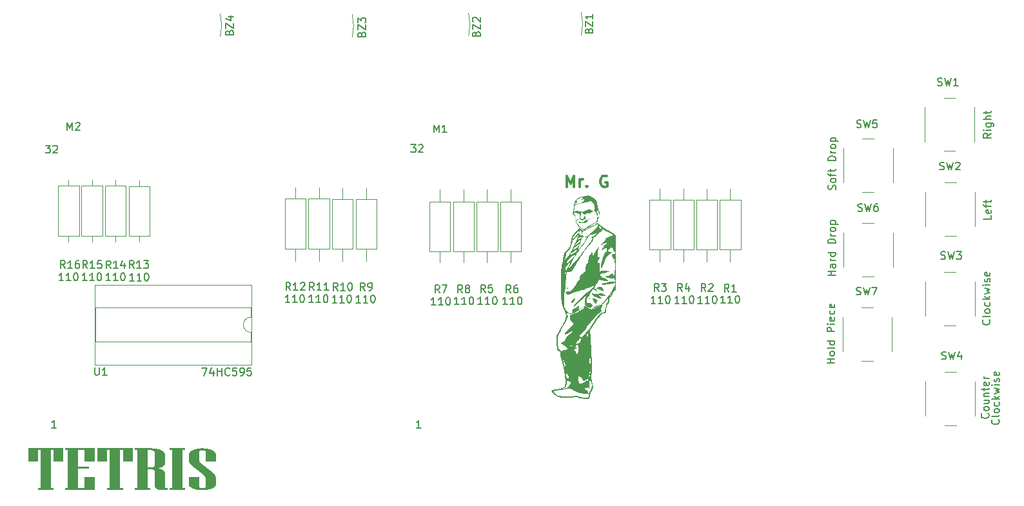
<source format=gbr>
G04 #@! TF.GenerationSoftware,KiCad,Pcbnew,7.0.2*
G04 #@! TF.CreationDate,2023-05-10T23:43:37-04:00*
G04 #@! TF.ProjectId,Tetris,54657472-6973-42e6-9b69-6361645f7063,rev?*
G04 #@! TF.SameCoordinates,Original*
G04 #@! TF.FileFunction,Legend,Top*
G04 #@! TF.FilePolarity,Positive*
%FSLAX46Y46*%
G04 Gerber Fmt 4.6, Leading zero omitted, Abs format (unit mm)*
G04 Created by KiCad (PCBNEW 7.0.2) date 2023-05-10 23:43:37*
%MOMM*%
%LPD*%
G01*
G04 APERTURE LIST*
%ADD10C,1.000000*%
%ADD11C,0.300000*%
%ADD12C,0.150000*%
%ADD13C,0.120000*%
G04 APERTURE END LIST*
D10*
G36*
X95016224Y-129907166D02*
G01*
X93762159Y-129907166D01*
X93762159Y-128445617D01*
X93392864Y-128445617D01*
X93392864Y-133432079D01*
X93762159Y-133432079D01*
X93762159Y-133690000D01*
X91679745Y-133690000D01*
X91679745Y-133432079D01*
X92046475Y-133432079D01*
X92046475Y-128445617D01*
X91677180Y-128445617D01*
X91677180Y-129907166D01*
X90423115Y-129907166D01*
X90423115Y-128187697D01*
X95016224Y-128187697D01*
X95016224Y-129907166D01*
G37*
G36*
X99132327Y-133690000D02*
G01*
X95275244Y-133690000D01*
X95275244Y-133432079D01*
X95644539Y-133432079D01*
X95644539Y-128445617D01*
X95275244Y-128445617D01*
X95275244Y-128187697D01*
X99132327Y-128187697D01*
X99132327Y-129907166D01*
X97785938Y-129907166D01*
X97785938Y-128445617D01*
X96990928Y-128445617D01*
X96990928Y-130594954D01*
X98391172Y-130594954D01*
X98391172Y-130852875D01*
X96990928Y-130852875D01*
X96990928Y-133432079D01*
X97785938Y-133432079D01*
X97785938Y-131970530D01*
X99132327Y-131970530D01*
X99132327Y-133690000D01*
G37*
G36*
X104125505Y-129907166D02*
G01*
X102871441Y-129907166D01*
X102871441Y-128445617D01*
X102502145Y-128445617D01*
X102502145Y-133432079D01*
X102871441Y-133432079D01*
X102871441Y-133690000D01*
X100789026Y-133690000D01*
X100789026Y-133432079D01*
X101155757Y-133432079D01*
X101155757Y-128445617D01*
X100786461Y-128445617D01*
X100786461Y-129907166D01*
X99532397Y-129907166D01*
X99532397Y-128187697D01*
X104125505Y-128187697D01*
X104125505Y-129907166D01*
G37*
G36*
X106670303Y-128189857D02*
G01*
X106808195Y-128196339D01*
X106942165Y-128207142D01*
X107072213Y-128222267D01*
X107198340Y-128241712D01*
X107320544Y-128265479D01*
X107438826Y-128293567D01*
X107553187Y-128325976D01*
X107663625Y-128362707D01*
X107770142Y-128403759D01*
X107838974Y-128433527D01*
X107936594Y-128480518D01*
X108024613Y-128529303D01*
X108103030Y-128579882D01*
X108171844Y-128632257D01*
X108231057Y-128686426D01*
X108280667Y-128742389D01*
X108320676Y-128800148D01*
X108351082Y-128859700D01*
X108371887Y-128921048D01*
X108383089Y-128984190D01*
X108385223Y-129027281D01*
X108385223Y-130083143D01*
X108381737Y-130149261D01*
X108371278Y-130212607D01*
X108353847Y-130273183D01*
X108329444Y-130330989D01*
X108298068Y-130386023D01*
X108259720Y-130438288D01*
X108214400Y-130487781D01*
X108162107Y-130534504D01*
X108102842Y-130578456D01*
X108036604Y-130619638D01*
X107963394Y-130658049D01*
X107883212Y-130693689D01*
X107796058Y-130726559D01*
X107701931Y-130756658D01*
X107600831Y-130783987D01*
X107492759Y-130808545D01*
X107600831Y-130833811D01*
X107701931Y-130861585D01*
X107796058Y-130891868D01*
X107883212Y-130924659D01*
X107963394Y-130959958D01*
X108036604Y-130997766D01*
X108133346Y-131059180D01*
X108214400Y-131126238D01*
X108279766Y-131198940D01*
X108314628Y-131250543D01*
X108342517Y-131304654D01*
X108363434Y-131361273D01*
X108377379Y-131420401D01*
X108384351Y-131482037D01*
X108385223Y-131513796D01*
X108385223Y-133272222D01*
X108394329Y-133326548D01*
X108434801Y-133381499D01*
X108519033Y-133419434D01*
X108628307Y-133431923D01*
X108644242Y-133432079D01*
X108754518Y-133432079D01*
X108754518Y-133690000D01*
X108159542Y-133690000D01*
X108023832Y-133687649D01*
X107896876Y-133680596D01*
X107778677Y-133668842D01*
X107669233Y-133652386D01*
X107568544Y-133631229D01*
X107476611Y-133605369D01*
X107355128Y-133557765D01*
X107253345Y-133499582D01*
X107171262Y-133430820D01*
X107127484Y-133379101D01*
X107092462Y-133322681D01*
X107066195Y-133261559D01*
X107048684Y-133195736D01*
X107039929Y-133125211D01*
X107038834Y-133088185D01*
X107038834Y-131200799D01*
X107027068Y-131142143D01*
X106991771Y-131088588D01*
X106932941Y-131040133D01*
X106890090Y-131015418D01*
X106801553Y-130978404D01*
X106703279Y-130953504D01*
X106595267Y-130940717D01*
X106531053Y-130938848D01*
X106100209Y-130938848D01*
X106100209Y-133432079D01*
X106466939Y-133432079D01*
X106466939Y-133690000D01*
X104384525Y-133690000D01*
X104384525Y-133432079D01*
X104753820Y-133432079D01*
X104753820Y-128445617D01*
X106100209Y-128445617D01*
X106100209Y-130680928D01*
X106531053Y-130680928D01*
X106644474Y-130674871D01*
X106748158Y-130656700D01*
X106842105Y-130626416D01*
X106890090Y-130604357D01*
X106961993Y-130558087D01*
X107010364Y-130506929D01*
X107035203Y-130450883D01*
X107038834Y-130417634D01*
X107038834Y-128708911D01*
X107027068Y-128650255D01*
X106991771Y-128596700D01*
X106932941Y-128548246D01*
X106890090Y-128523531D01*
X106801553Y-128485867D01*
X106703279Y-128460530D01*
X106595267Y-128447519D01*
X106531053Y-128445617D01*
X106100209Y-128445617D01*
X104753820Y-128445617D01*
X104384525Y-128445617D01*
X104384525Y-128187697D01*
X106528489Y-128187697D01*
X106670303Y-128189857D01*
G37*
G36*
X111052355Y-133690000D02*
G01*
X108967376Y-133690000D01*
X108967376Y-133432079D01*
X109336671Y-133432079D01*
X109336671Y-128445617D01*
X108967376Y-128445617D01*
X108967376Y-128187697D01*
X111052355Y-128187697D01*
X111052355Y-128445617D01*
X110683060Y-128445617D01*
X110683060Y-133432079D01*
X111052355Y-133432079D01*
X111052355Y-133690000D01*
G37*
G36*
X115071004Y-132873251D02*
G01*
X115066496Y-132936319D01*
X115052972Y-132997568D01*
X115030432Y-133056998D01*
X114998876Y-133114611D01*
X114958304Y-133170405D01*
X114908716Y-133224382D01*
X114850112Y-133276539D01*
X114782493Y-133326879D01*
X114705857Y-133375401D01*
X114620205Y-133422104D01*
X114558094Y-133452229D01*
X114459828Y-133494721D01*
X114357368Y-133533034D01*
X114250717Y-133567167D01*
X114139872Y-133597120D01*
X114024836Y-133622894D01*
X113905607Y-133644489D01*
X113782185Y-133661904D01*
X113654571Y-133675139D01*
X113522765Y-133684195D01*
X113386766Y-133689071D01*
X113293771Y-133690000D01*
X113153603Y-133687910D01*
X113017762Y-133681640D01*
X112886248Y-133671191D01*
X112759063Y-133656563D01*
X112636205Y-133637755D01*
X112517674Y-133614767D01*
X112403472Y-133587600D01*
X112293597Y-133556254D01*
X112188050Y-133520727D01*
X112086830Y-133481022D01*
X112021755Y-133452229D01*
X111930092Y-133406486D01*
X111847445Y-133358925D01*
X111773815Y-133309546D01*
X111709200Y-133258348D01*
X111653601Y-133205332D01*
X111607019Y-133150498D01*
X111569452Y-133093846D01*
X111540901Y-133035375D01*
X111521367Y-132975086D01*
X111510848Y-132912980D01*
X111508845Y-132870565D01*
X111508845Y-131970530D01*
X112855233Y-131970530D01*
X112855233Y-133178189D01*
X112862085Y-133237694D01*
X112889922Y-133300919D01*
X112939172Y-133351747D01*
X113026537Y-133396376D01*
X113122896Y-133419930D01*
X113240667Y-133431087D01*
X113293771Y-133432079D01*
X113417892Y-133425717D01*
X113520974Y-133406629D01*
X113616905Y-133366927D01*
X113673705Y-133319845D01*
X113709469Y-133260038D01*
X113722933Y-133203030D01*
X113724616Y-133171472D01*
X113724616Y-132249944D01*
X113721618Y-132182248D01*
X113712624Y-132116182D01*
X113697635Y-132051745D01*
X113676651Y-131988938D01*
X113649670Y-131927760D01*
X113616694Y-131868211D01*
X113577723Y-131810291D01*
X113532755Y-131754001D01*
X113481792Y-131699340D01*
X113424834Y-131646308D01*
X113383531Y-131611859D01*
X111903785Y-130431067D01*
X111833205Y-130370542D01*
X111769567Y-130308860D01*
X111712872Y-130246021D01*
X111663118Y-130182025D01*
X111620307Y-130116872D01*
X111584439Y-130050562D01*
X111555512Y-129983095D01*
X111533528Y-129914471D01*
X111518487Y-129844689D01*
X111510387Y-129773751D01*
X111508845Y-129725816D01*
X111508845Y-129004445D01*
X111513353Y-128941377D01*
X111526877Y-128880128D01*
X111549417Y-128820698D01*
X111580973Y-128763085D01*
X111621545Y-128707291D01*
X111671133Y-128653315D01*
X111729736Y-128601157D01*
X111797356Y-128550817D01*
X111873992Y-128502296D01*
X111959644Y-128455592D01*
X112021755Y-128425467D01*
X112120089Y-128382975D01*
X112222751Y-128344662D01*
X112329741Y-128310529D01*
X112441058Y-128280576D01*
X112556704Y-128254802D01*
X112676676Y-128233207D01*
X112800977Y-128215793D01*
X112929605Y-128202557D01*
X113062561Y-128193502D01*
X113199845Y-128188625D01*
X113293771Y-128187697D01*
X113432565Y-128189798D01*
X113567166Y-128196103D01*
X113697575Y-128206611D01*
X113823792Y-128221322D01*
X113945816Y-128240236D01*
X114063647Y-128263354D01*
X114177286Y-128290674D01*
X114286733Y-128322198D01*
X114391987Y-128357925D01*
X114493049Y-128397855D01*
X114558094Y-128426810D01*
X114649757Y-128472313D01*
X114732404Y-128519658D01*
X114806034Y-128568845D01*
X114870649Y-128619873D01*
X114926248Y-128672743D01*
X114972830Y-128727455D01*
X115010397Y-128784009D01*
X115038948Y-128842405D01*
X115058482Y-128902642D01*
X115069001Y-128964722D01*
X115071004Y-129007131D01*
X115071004Y-129907166D01*
X113724616Y-129907166D01*
X113724616Y-128699508D01*
X113717884Y-128640002D01*
X113690535Y-128576777D01*
X113642149Y-128525950D01*
X113556317Y-128481320D01*
X113461649Y-128457766D01*
X113345944Y-128446609D01*
X113293771Y-128445617D01*
X113190989Y-128449689D01*
X113081783Y-128466232D01*
X112993989Y-128495499D01*
X112927609Y-128537491D01*
X112882642Y-128592209D01*
X112862085Y-128645144D01*
X112855233Y-128706224D01*
X112855233Y-129594169D01*
X112858231Y-129661144D01*
X112867225Y-129726561D01*
X112882214Y-129790419D01*
X112903198Y-129852719D01*
X112930179Y-129913461D01*
X112963155Y-129972643D01*
X113002126Y-130030268D01*
X113047094Y-130086334D01*
X113098057Y-130140841D01*
X113155015Y-130193790D01*
X113196318Y-130228224D01*
X114676064Y-131409016D01*
X114746644Y-131469576D01*
X114810282Y-131531364D01*
X114866977Y-131594380D01*
X114916731Y-131658624D01*
X114959542Y-131724096D01*
X114995410Y-131790796D01*
X115024337Y-131858723D01*
X115046321Y-131927879D01*
X115061362Y-131998262D01*
X115069462Y-132069874D01*
X115071004Y-132118297D01*
X115071004Y-132873251D01*
G37*
D11*
X161115962Y-93885730D02*
X161115962Y-92385730D01*
X161115962Y-92385730D02*
X161615962Y-93457159D01*
X161615962Y-93457159D02*
X162115962Y-92385730D01*
X162115962Y-92385730D02*
X162115962Y-93885730D01*
X162830248Y-93885730D02*
X162830248Y-92885730D01*
X162830248Y-93171444D02*
X162901677Y-93028587D01*
X162901677Y-93028587D02*
X162973106Y-92957159D01*
X162973106Y-92957159D02*
X163115963Y-92885730D01*
X163115963Y-92885730D02*
X163258820Y-92885730D01*
X163758819Y-93742873D02*
X163830248Y-93814302D01*
X163830248Y-93814302D02*
X163758819Y-93885730D01*
X163758819Y-93885730D02*
X163687391Y-93814302D01*
X163687391Y-93814302D02*
X163758819Y-93742873D01*
X163758819Y-93742873D02*
X163758819Y-93885730D01*
X166401677Y-92457159D02*
X166258820Y-92385730D01*
X166258820Y-92385730D02*
X166044534Y-92385730D01*
X166044534Y-92385730D02*
X165830248Y-92457159D01*
X165830248Y-92457159D02*
X165687391Y-92600016D01*
X165687391Y-92600016D02*
X165615962Y-92742873D01*
X165615962Y-92742873D02*
X165544534Y-93028587D01*
X165544534Y-93028587D02*
X165544534Y-93242873D01*
X165544534Y-93242873D02*
X165615962Y-93528587D01*
X165615962Y-93528587D02*
X165687391Y-93671444D01*
X165687391Y-93671444D02*
X165830248Y-93814302D01*
X165830248Y-93814302D02*
X166044534Y-93885730D01*
X166044534Y-93885730D02*
X166187391Y-93885730D01*
X166187391Y-93885730D02*
X166401677Y-93814302D01*
X166401677Y-93814302D02*
X166473105Y-93742873D01*
X166473105Y-93742873D02*
X166473105Y-93242873D01*
X166473105Y-93242873D02*
X166187391Y-93242873D01*
D12*
G04 #@! TO.C,R13*
X104307142Y-104537619D02*
X103973809Y-104061428D01*
X103735714Y-104537619D02*
X103735714Y-103537619D01*
X103735714Y-103537619D02*
X104116666Y-103537619D01*
X104116666Y-103537619D02*
X104211904Y-103585238D01*
X104211904Y-103585238D02*
X104259523Y-103632857D01*
X104259523Y-103632857D02*
X104307142Y-103728095D01*
X104307142Y-103728095D02*
X104307142Y-103870952D01*
X104307142Y-103870952D02*
X104259523Y-103966190D01*
X104259523Y-103966190D02*
X104211904Y-104013809D01*
X104211904Y-104013809D02*
X104116666Y-104061428D01*
X104116666Y-104061428D02*
X103735714Y-104061428D01*
X105259523Y-104537619D02*
X104688095Y-104537619D01*
X104973809Y-104537619D02*
X104973809Y-103537619D01*
X104973809Y-103537619D02*
X104878571Y-103680476D01*
X104878571Y-103680476D02*
X104783333Y-103775714D01*
X104783333Y-103775714D02*
X104688095Y-103823333D01*
X105592857Y-103537619D02*
X106211904Y-103537619D01*
X106211904Y-103537619D02*
X105878571Y-103918571D01*
X105878571Y-103918571D02*
X106021428Y-103918571D01*
X106021428Y-103918571D02*
X106116666Y-103966190D01*
X106116666Y-103966190D02*
X106164285Y-104013809D01*
X106164285Y-104013809D02*
X106211904Y-104109047D01*
X106211904Y-104109047D02*
X106211904Y-104347142D01*
X106211904Y-104347142D02*
X106164285Y-104442380D01*
X106164285Y-104442380D02*
X106116666Y-104490000D01*
X106116666Y-104490000D02*
X106021428Y-104537619D01*
X106021428Y-104537619D02*
X105735714Y-104537619D01*
X105735714Y-104537619D02*
X105640476Y-104490000D01*
X105640476Y-104490000D02*
X105592857Y-104442380D01*
X104333333Y-106187619D02*
X103761905Y-106187619D01*
X104047619Y-106187619D02*
X104047619Y-105187619D01*
X104047619Y-105187619D02*
X103952381Y-105330476D01*
X103952381Y-105330476D02*
X103857143Y-105425714D01*
X103857143Y-105425714D02*
X103761905Y-105473333D01*
X105285714Y-106187619D02*
X104714286Y-106187619D01*
X105000000Y-106187619D02*
X105000000Y-105187619D01*
X105000000Y-105187619D02*
X104904762Y-105330476D01*
X104904762Y-105330476D02*
X104809524Y-105425714D01*
X104809524Y-105425714D02*
X104714286Y-105473333D01*
X105904762Y-105187619D02*
X106000000Y-105187619D01*
X106000000Y-105187619D02*
X106095238Y-105235238D01*
X106095238Y-105235238D02*
X106142857Y-105282857D01*
X106142857Y-105282857D02*
X106190476Y-105378095D01*
X106190476Y-105378095D02*
X106238095Y-105568571D01*
X106238095Y-105568571D02*
X106238095Y-105806666D01*
X106238095Y-105806666D02*
X106190476Y-105997142D01*
X106190476Y-105997142D02*
X106142857Y-106092380D01*
X106142857Y-106092380D02*
X106095238Y-106140000D01*
X106095238Y-106140000D02*
X106000000Y-106187619D01*
X106000000Y-106187619D02*
X105904762Y-106187619D01*
X105904762Y-106187619D02*
X105809524Y-106140000D01*
X105809524Y-106140000D02*
X105761905Y-106092380D01*
X105761905Y-106092380D02*
X105714286Y-105997142D01*
X105714286Y-105997142D02*
X105666667Y-105806666D01*
X105666667Y-105806666D02*
X105666667Y-105568571D01*
X105666667Y-105568571D02*
X105714286Y-105378095D01*
X105714286Y-105378095D02*
X105761905Y-105282857D01*
X105761905Y-105282857D02*
X105809524Y-105235238D01*
X105809524Y-105235238D02*
X105904762Y-105187619D01*
G04 #@! TO.C,R14*
X101257142Y-104562619D02*
X100923809Y-104086428D01*
X100685714Y-104562619D02*
X100685714Y-103562619D01*
X100685714Y-103562619D02*
X101066666Y-103562619D01*
X101066666Y-103562619D02*
X101161904Y-103610238D01*
X101161904Y-103610238D02*
X101209523Y-103657857D01*
X101209523Y-103657857D02*
X101257142Y-103753095D01*
X101257142Y-103753095D02*
X101257142Y-103895952D01*
X101257142Y-103895952D02*
X101209523Y-103991190D01*
X101209523Y-103991190D02*
X101161904Y-104038809D01*
X101161904Y-104038809D02*
X101066666Y-104086428D01*
X101066666Y-104086428D02*
X100685714Y-104086428D01*
X102209523Y-104562619D02*
X101638095Y-104562619D01*
X101923809Y-104562619D02*
X101923809Y-103562619D01*
X101923809Y-103562619D02*
X101828571Y-103705476D01*
X101828571Y-103705476D02*
X101733333Y-103800714D01*
X101733333Y-103800714D02*
X101638095Y-103848333D01*
X103066666Y-103895952D02*
X103066666Y-104562619D01*
X102828571Y-103515000D02*
X102590476Y-104229285D01*
X102590476Y-104229285D02*
X103209523Y-104229285D01*
X101233333Y-106162619D02*
X100661905Y-106162619D01*
X100947619Y-106162619D02*
X100947619Y-105162619D01*
X100947619Y-105162619D02*
X100852381Y-105305476D01*
X100852381Y-105305476D02*
X100757143Y-105400714D01*
X100757143Y-105400714D02*
X100661905Y-105448333D01*
X102185714Y-106162619D02*
X101614286Y-106162619D01*
X101900000Y-106162619D02*
X101900000Y-105162619D01*
X101900000Y-105162619D02*
X101804762Y-105305476D01*
X101804762Y-105305476D02*
X101709524Y-105400714D01*
X101709524Y-105400714D02*
X101614286Y-105448333D01*
X102804762Y-105162619D02*
X102900000Y-105162619D01*
X102900000Y-105162619D02*
X102995238Y-105210238D01*
X102995238Y-105210238D02*
X103042857Y-105257857D01*
X103042857Y-105257857D02*
X103090476Y-105353095D01*
X103090476Y-105353095D02*
X103138095Y-105543571D01*
X103138095Y-105543571D02*
X103138095Y-105781666D01*
X103138095Y-105781666D02*
X103090476Y-105972142D01*
X103090476Y-105972142D02*
X103042857Y-106067380D01*
X103042857Y-106067380D02*
X102995238Y-106115000D01*
X102995238Y-106115000D02*
X102900000Y-106162619D01*
X102900000Y-106162619D02*
X102804762Y-106162619D01*
X102804762Y-106162619D02*
X102709524Y-106115000D01*
X102709524Y-106115000D02*
X102661905Y-106067380D01*
X102661905Y-106067380D02*
X102614286Y-105972142D01*
X102614286Y-105972142D02*
X102566667Y-105781666D01*
X102566667Y-105781666D02*
X102566667Y-105543571D01*
X102566667Y-105543571D02*
X102614286Y-105353095D01*
X102614286Y-105353095D02*
X102661905Y-105257857D01*
X102661905Y-105257857D02*
X102709524Y-105210238D01*
X102709524Y-105210238D02*
X102804762Y-105162619D01*
G04 #@! TO.C,SW3*
X210266667Y-103305000D02*
X210409524Y-103352619D01*
X210409524Y-103352619D02*
X210647619Y-103352619D01*
X210647619Y-103352619D02*
X210742857Y-103305000D01*
X210742857Y-103305000D02*
X210790476Y-103257380D01*
X210790476Y-103257380D02*
X210838095Y-103162142D01*
X210838095Y-103162142D02*
X210838095Y-103066904D01*
X210838095Y-103066904D02*
X210790476Y-102971666D01*
X210790476Y-102971666D02*
X210742857Y-102924047D01*
X210742857Y-102924047D02*
X210647619Y-102876428D01*
X210647619Y-102876428D02*
X210457143Y-102828809D01*
X210457143Y-102828809D02*
X210361905Y-102781190D01*
X210361905Y-102781190D02*
X210314286Y-102733571D01*
X210314286Y-102733571D02*
X210266667Y-102638333D01*
X210266667Y-102638333D02*
X210266667Y-102543095D01*
X210266667Y-102543095D02*
X210314286Y-102447857D01*
X210314286Y-102447857D02*
X210361905Y-102400238D01*
X210361905Y-102400238D02*
X210457143Y-102352619D01*
X210457143Y-102352619D02*
X210695238Y-102352619D01*
X210695238Y-102352619D02*
X210838095Y-102400238D01*
X211171429Y-102352619D02*
X211409524Y-103352619D01*
X211409524Y-103352619D02*
X211600000Y-102638333D01*
X211600000Y-102638333D02*
X211790476Y-103352619D01*
X211790476Y-103352619D02*
X212028572Y-102352619D01*
X212314286Y-102352619D02*
X212933333Y-102352619D01*
X212933333Y-102352619D02*
X212600000Y-102733571D01*
X212600000Y-102733571D02*
X212742857Y-102733571D01*
X212742857Y-102733571D02*
X212838095Y-102781190D01*
X212838095Y-102781190D02*
X212885714Y-102828809D01*
X212885714Y-102828809D02*
X212933333Y-102924047D01*
X212933333Y-102924047D02*
X212933333Y-103162142D01*
X212933333Y-103162142D02*
X212885714Y-103257380D01*
X212885714Y-103257380D02*
X212838095Y-103305000D01*
X212838095Y-103305000D02*
X212742857Y-103352619D01*
X212742857Y-103352619D02*
X212457143Y-103352619D01*
X212457143Y-103352619D02*
X212361905Y-103305000D01*
X212361905Y-103305000D02*
X212314286Y-103257380D01*
X216617380Y-111333333D02*
X216665000Y-111380952D01*
X216665000Y-111380952D02*
X216712619Y-111523809D01*
X216712619Y-111523809D02*
X216712619Y-111619047D01*
X216712619Y-111619047D02*
X216665000Y-111761904D01*
X216665000Y-111761904D02*
X216569761Y-111857142D01*
X216569761Y-111857142D02*
X216474523Y-111904761D01*
X216474523Y-111904761D02*
X216284047Y-111952380D01*
X216284047Y-111952380D02*
X216141190Y-111952380D01*
X216141190Y-111952380D02*
X215950714Y-111904761D01*
X215950714Y-111904761D02*
X215855476Y-111857142D01*
X215855476Y-111857142D02*
X215760238Y-111761904D01*
X215760238Y-111761904D02*
X215712619Y-111619047D01*
X215712619Y-111619047D02*
X215712619Y-111523809D01*
X215712619Y-111523809D02*
X215760238Y-111380952D01*
X215760238Y-111380952D02*
X215807857Y-111333333D01*
X216712619Y-110761904D02*
X216665000Y-110857142D01*
X216665000Y-110857142D02*
X216569761Y-110904761D01*
X216569761Y-110904761D02*
X215712619Y-110904761D01*
X216712619Y-110238094D02*
X216665000Y-110333332D01*
X216665000Y-110333332D02*
X216617380Y-110380951D01*
X216617380Y-110380951D02*
X216522142Y-110428570D01*
X216522142Y-110428570D02*
X216236428Y-110428570D01*
X216236428Y-110428570D02*
X216141190Y-110380951D01*
X216141190Y-110380951D02*
X216093571Y-110333332D01*
X216093571Y-110333332D02*
X216045952Y-110238094D01*
X216045952Y-110238094D02*
X216045952Y-110095237D01*
X216045952Y-110095237D02*
X216093571Y-109999999D01*
X216093571Y-109999999D02*
X216141190Y-109952380D01*
X216141190Y-109952380D02*
X216236428Y-109904761D01*
X216236428Y-109904761D02*
X216522142Y-109904761D01*
X216522142Y-109904761D02*
X216617380Y-109952380D01*
X216617380Y-109952380D02*
X216665000Y-109999999D01*
X216665000Y-109999999D02*
X216712619Y-110095237D01*
X216712619Y-110095237D02*
X216712619Y-110238094D01*
X216665000Y-109047618D02*
X216712619Y-109142856D01*
X216712619Y-109142856D02*
X216712619Y-109333332D01*
X216712619Y-109333332D02*
X216665000Y-109428570D01*
X216665000Y-109428570D02*
X216617380Y-109476189D01*
X216617380Y-109476189D02*
X216522142Y-109523808D01*
X216522142Y-109523808D02*
X216236428Y-109523808D01*
X216236428Y-109523808D02*
X216141190Y-109476189D01*
X216141190Y-109476189D02*
X216093571Y-109428570D01*
X216093571Y-109428570D02*
X216045952Y-109333332D01*
X216045952Y-109333332D02*
X216045952Y-109142856D01*
X216045952Y-109142856D02*
X216093571Y-109047618D01*
X216712619Y-108619046D02*
X215712619Y-108619046D01*
X216331666Y-108523808D02*
X216712619Y-108238094D01*
X216045952Y-108238094D02*
X216426904Y-108619046D01*
X216045952Y-107904760D02*
X216712619Y-107714284D01*
X216712619Y-107714284D02*
X216236428Y-107523808D01*
X216236428Y-107523808D02*
X216712619Y-107333332D01*
X216712619Y-107333332D02*
X216045952Y-107142856D01*
X216712619Y-106761903D02*
X216045952Y-106761903D01*
X215712619Y-106761903D02*
X215760238Y-106809522D01*
X215760238Y-106809522D02*
X215807857Y-106761903D01*
X215807857Y-106761903D02*
X215760238Y-106714284D01*
X215760238Y-106714284D02*
X215712619Y-106761903D01*
X215712619Y-106761903D02*
X215807857Y-106761903D01*
X216665000Y-106333332D02*
X216712619Y-106238094D01*
X216712619Y-106238094D02*
X216712619Y-106047618D01*
X216712619Y-106047618D02*
X216665000Y-105952380D01*
X216665000Y-105952380D02*
X216569761Y-105904761D01*
X216569761Y-105904761D02*
X216522142Y-105904761D01*
X216522142Y-105904761D02*
X216426904Y-105952380D01*
X216426904Y-105952380D02*
X216379285Y-106047618D01*
X216379285Y-106047618D02*
X216379285Y-106190475D01*
X216379285Y-106190475D02*
X216331666Y-106285713D01*
X216331666Y-106285713D02*
X216236428Y-106333332D01*
X216236428Y-106333332D02*
X216188809Y-106333332D01*
X216188809Y-106333332D02*
X216093571Y-106285713D01*
X216093571Y-106285713D02*
X216045952Y-106190475D01*
X216045952Y-106190475D02*
X216045952Y-106047618D01*
X216045952Y-106047618D02*
X216093571Y-105952380D01*
X216665000Y-105095237D02*
X216712619Y-105190475D01*
X216712619Y-105190475D02*
X216712619Y-105380951D01*
X216712619Y-105380951D02*
X216665000Y-105476189D01*
X216665000Y-105476189D02*
X216569761Y-105523808D01*
X216569761Y-105523808D02*
X216188809Y-105523808D01*
X216188809Y-105523808D02*
X216093571Y-105476189D01*
X216093571Y-105476189D02*
X216045952Y-105380951D01*
X216045952Y-105380951D02*
X216045952Y-105190475D01*
X216045952Y-105190475D02*
X216093571Y-105095237D01*
X216093571Y-105095237D02*
X216188809Y-105047618D01*
X216188809Y-105047618D02*
X216284047Y-105047618D01*
X216284047Y-105047618D02*
X216379285Y-105523808D01*
G04 #@! TO.C,SW6*
X199366667Y-97015000D02*
X199509524Y-97062619D01*
X199509524Y-97062619D02*
X199747619Y-97062619D01*
X199747619Y-97062619D02*
X199842857Y-97015000D01*
X199842857Y-97015000D02*
X199890476Y-96967380D01*
X199890476Y-96967380D02*
X199938095Y-96872142D01*
X199938095Y-96872142D02*
X199938095Y-96776904D01*
X199938095Y-96776904D02*
X199890476Y-96681666D01*
X199890476Y-96681666D02*
X199842857Y-96634047D01*
X199842857Y-96634047D02*
X199747619Y-96586428D01*
X199747619Y-96586428D02*
X199557143Y-96538809D01*
X199557143Y-96538809D02*
X199461905Y-96491190D01*
X199461905Y-96491190D02*
X199414286Y-96443571D01*
X199414286Y-96443571D02*
X199366667Y-96348333D01*
X199366667Y-96348333D02*
X199366667Y-96253095D01*
X199366667Y-96253095D02*
X199414286Y-96157857D01*
X199414286Y-96157857D02*
X199461905Y-96110238D01*
X199461905Y-96110238D02*
X199557143Y-96062619D01*
X199557143Y-96062619D02*
X199795238Y-96062619D01*
X199795238Y-96062619D02*
X199938095Y-96110238D01*
X200271429Y-96062619D02*
X200509524Y-97062619D01*
X200509524Y-97062619D02*
X200700000Y-96348333D01*
X200700000Y-96348333D02*
X200890476Y-97062619D01*
X200890476Y-97062619D02*
X201128572Y-96062619D01*
X201938095Y-96062619D02*
X201747619Y-96062619D01*
X201747619Y-96062619D02*
X201652381Y-96110238D01*
X201652381Y-96110238D02*
X201604762Y-96157857D01*
X201604762Y-96157857D02*
X201509524Y-96300714D01*
X201509524Y-96300714D02*
X201461905Y-96491190D01*
X201461905Y-96491190D02*
X201461905Y-96872142D01*
X201461905Y-96872142D02*
X201509524Y-96967380D01*
X201509524Y-96967380D02*
X201557143Y-97015000D01*
X201557143Y-97015000D02*
X201652381Y-97062619D01*
X201652381Y-97062619D02*
X201842857Y-97062619D01*
X201842857Y-97062619D02*
X201938095Y-97015000D01*
X201938095Y-97015000D02*
X201985714Y-96967380D01*
X201985714Y-96967380D02*
X202033333Y-96872142D01*
X202033333Y-96872142D02*
X202033333Y-96634047D01*
X202033333Y-96634047D02*
X201985714Y-96538809D01*
X201985714Y-96538809D02*
X201938095Y-96491190D01*
X201938095Y-96491190D02*
X201842857Y-96443571D01*
X201842857Y-96443571D02*
X201652381Y-96443571D01*
X201652381Y-96443571D02*
X201557143Y-96491190D01*
X201557143Y-96491190D02*
X201509524Y-96538809D01*
X201509524Y-96538809D02*
X201461905Y-96634047D01*
X196412619Y-105495238D02*
X195412619Y-105495238D01*
X195888809Y-105495238D02*
X195888809Y-104923810D01*
X196412619Y-104923810D02*
X195412619Y-104923810D01*
X196412619Y-104019048D02*
X195888809Y-104019048D01*
X195888809Y-104019048D02*
X195793571Y-104066667D01*
X195793571Y-104066667D02*
X195745952Y-104161905D01*
X195745952Y-104161905D02*
X195745952Y-104352381D01*
X195745952Y-104352381D02*
X195793571Y-104447619D01*
X196365000Y-104019048D02*
X196412619Y-104114286D01*
X196412619Y-104114286D02*
X196412619Y-104352381D01*
X196412619Y-104352381D02*
X196365000Y-104447619D01*
X196365000Y-104447619D02*
X196269761Y-104495238D01*
X196269761Y-104495238D02*
X196174523Y-104495238D01*
X196174523Y-104495238D02*
X196079285Y-104447619D01*
X196079285Y-104447619D02*
X196031666Y-104352381D01*
X196031666Y-104352381D02*
X196031666Y-104114286D01*
X196031666Y-104114286D02*
X195984047Y-104019048D01*
X196412619Y-103542857D02*
X195745952Y-103542857D01*
X195936428Y-103542857D02*
X195841190Y-103495238D01*
X195841190Y-103495238D02*
X195793571Y-103447619D01*
X195793571Y-103447619D02*
X195745952Y-103352381D01*
X195745952Y-103352381D02*
X195745952Y-103257143D01*
X196412619Y-102495238D02*
X195412619Y-102495238D01*
X196365000Y-102495238D02*
X196412619Y-102590476D01*
X196412619Y-102590476D02*
X196412619Y-102780952D01*
X196412619Y-102780952D02*
X196365000Y-102876190D01*
X196365000Y-102876190D02*
X196317380Y-102923809D01*
X196317380Y-102923809D02*
X196222142Y-102971428D01*
X196222142Y-102971428D02*
X195936428Y-102971428D01*
X195936428Y-102971428D02*
X195841190Y-102923809D01*
X195841190Y-102923809D02*
X195793571Y-102876190D01*
X195793571Y-102876190D02*
X195745952Y-102780952D01*
X195745952Y-102780952D02*
X195745952Y-102590476D01*
X195745952Y-102590476D02*
X195793571Y-102495238D01*
X196412619Y-101257142D02*
X195412619Y-101257142D01*
X195412619Y-101257142D02*
X195412619Y-101019047D01*
X195412619Y-101019047D02*
X195460238Y-100876190D01*
X195460238Y-100876190D02*
X195555476Y-100780952D01*
X195555476Y-100780952D02*
X195650714Y-100733333D01*
X195650714Y-100733333D02*
X195841190Y-100685714D01*
X195841190Y-100685714D02*
X195984047Y-100685714D01*
X195984047Y-100685714D02*
X196174523Y-100733333D01*
X196174523Y-100733333D02*
X196269761Y-100780952D01*
X196269761Y-100780952D02*
X196365000Y-100876190D01*
X196365000Y-100876190D02*
X196412619Y-101019047D01*
X196412619Y-101019047D02*
X196412619Y-101257142D01*
X196412619Y-100257142D02*
X195745952Y-100257142D01*
X195936428Y-100257142D02*
X195841190Y-100209523D01*
X195841190Y-100209523D02*
X195793571Y-100161904D01*
X195793571Y-100161904D02*
X195745952Y-100066666D01*
X195745952Y-100066666D02*
X195745952Y-99971428D01*
X196412619Y-99495237D02*
X196365000Y-99590475D01*
X196365000Y-99590475D02*
X196317380Y-99638094D01*
X196317380Y-99638094D02*
X196222142Y-99685713D01*
X196222142Y-99685713D02*
X195936428Y-99685713D01*
X195936428Y-99685713D02*
X195841190Y-99638094D01*
X195841190Y-99638094D02*
X195793571Y-99590475D01*
X195793571Y-99590475D02*
X195745952Y-99495237D01*
X195745952Y-99495237D02*
X195745952Y-99352380D01*
X195745952Y-99352380D02*
X195793571Y-99257142D01*
X195793571Y-99257142D02*
X195841190Y-99209523D01*
X195841190Y-99209523D02*
X195936428Y-99161904D01*
X195936428Y-99161904D02*
X196222142Y-99161904D01*
X196222142Y-99161904D02*
X196317380Y-99209523D01*
X196317380Y-99209523D02*
X196365000Y-99257142D01*
X196365000Y-99257142D02*
X196412619Y-99352380D01*
X196412619Y-99352380D02*
X196412619Y-99495237D01*
X195745952Y-98733332D02*
X196745952Y-98733332D01*
X195793571Y-98733332D02*
X195745952Y-98638094D01*
X195745952Y-98638094D02*
X195745952Y-98447618D01*
X195745952Y-98447618D02*
X195793571Y-98352380D01*
X195793571Y-98352380D02*
X195841190Y-98304761D01*
X195841190Y-98304761D02*
X195936428Y-98257142D01*
X195936428Y-98257142D02*
X196222142Y-98257142D01*
X196222142Y-98257142D02*
X196317380Y-98304761D01*
X196317380Y-98304761D02*
X196365000Y-98352380D01*
X196365000Y-98352380D02*
X196412619Y-98447618D01*
X196412619Y-98447618D02*
X196412619Y-98638094D01*
X196412619Y-98638094D02*
X196365000Y-98733332D01*
G04 #@! TO.C,R2*
X179383333Y-107582619D02*
X179050000Y-107106428D01*
X178811905Y-107582619D02*
X178811905Y-106582619D01*
X178811905Y-106582619D02*
X179192857Y-106582619D01*
X179192857Y-106582619D02*
X179288095Y-106630238D01*
X179288095Y-106630238D02*
X179335714Y-106677857D01*
X179335714Y-106677857D02*
X179383333Y-106773095D01*
X179383333Y-106773095D02*
X179383333Y-106915952D01*
X179383333Y-106915952D02*
X179335714Y-107011190D01*
X179335714Y-107011190D02*
X179288095Y-107058809D01*
X179288095Y-107058809D02*
X179192857Y-107106428D01*
X179192857Y-107106428D02*
X178811905Y-107106428D01*
X179764286Y-106677857D02*
X179811905Y-106630238D01*
X179811905Y-106630238D02*
X179907143Y-106582619D01*
X179907143Y-106582619D02*
X180145238Y-106582619D01*
X180145238Y-106582619D02*
X180240476Y-106630238D01*
X180240476Y-106630238D02*
X180288095Y-106677857D01*
X180288095Y-106677857D02*
X180335714Y-106773095D01*
X180335714Y-106773095D02*
X180335714Y-106868333D01*
X180335714Y-106868333D02*
X180288095Y-107011190D01*
X180288095Y-107011190D02*
X179716667Y-107582619D01*
X179716667Y-107582619D02*
X180335714Y-107582619D01*
X178933333Y-109162619D02*
X178361905Y-109162619D01*
X178647619Y-109162619D02*
X178647619Y-108162619D01*
X178647619Y-108162619D02*
X178552381Y-108305476D01*
X178552381Y-108305476D02*
X178457143Y-108400714D01*
X178457143Y-108400714D02*
X178361905Y-108448333D01*
X179885714Y-109162619D02*
X179314286Y-109162619D01*
X179600000Y-109162619D02*
X179600000Y-108162619D01*
X179600000Y-108162619D02*
X179504762Y-108305476D01*
X179504762Y-108305476D02*
X179409524Y-108400714D01*
X179409524Y-108400714D02*
X179314286Y-108448333D01*
X180504762Y-108162619D02*
X180600000Y-108162619D01*
X180600000Y-108162619D02*
X180695238Y-108210238D01*
X180695238Y-108210238D02*
X180742857Y-108257857D01*
X180742857Y-108257857D02*
X180790476Y-108353095D01*
X180790476Y-108353095D02*
X180838095Y-108543571D01*
X180838095Y-108543571D02*
X180838095Y-108781666D01*
X180838095Y-108781666D02*
X180790476Y-108972142D01*
X180790476Y-108972142D02*
X180742857Y-109067380D01*
X180742857Y-109067380D02*
X180695238Y-109115000D01*
X180695238Y-109115000D02*
X180600000Y-109162619D01*
X180600000Y-109162619D02*
X180504762Y-109162619D01*
X180504762Y-109162619D02*
X180409524Y-109115000D01*
X180409524Y-109115000D02*
X180361905Y-109067380D01*
X180361905Y-109067380D02*
X180314286Y-108972142D01*
X180314286Y-108972142D02*
X180266667Y-108781666D01*
X180266667Y-108781666D02*
X180266667Y-108543571D01*
X180266667Y-108543571D02*
X180314286Y-108353095D01*
X180314286Y-108353095D02*
X180361905Y-108257857D01*
X180361905Y-108257857D02*
X180409524Y-108210238D01*
X180409524Y-108210238D02*
X180504762Y-108162619D01*
G04 #@! TO.C,R3*
X173233333Y-107562619D02*
X172900000Y-107086428D01*
X172661905Y-107562619D02*
X172661905Y-106562619D01*
X172661905Y-106562619D02*
X173042857Y-106562619D01*
X173042857Y-106562619D02*
X173138095Y-106610238D01*
X173138095Y-106610238D02*
X173185714Y-106657857D01*
X173185714Y-106657857D02*
X173233333Y-106753095D01*
X173233333Y-106753095D02*
X173233333Y-106895952D01*
X173233333Y-106895952D02*
X173185714Y-106991190D01*
X173185714Y-106991190D02*
X173138095Y-107038809D01*
X173138095Y-107038809D02*
X173042857Y-107086428D01*
X173042857Y-107086428D02*
X172661905Y-107086428D01*
X173566667Y-106562619D02*
X174185714Y-106562619D01*
X174185714Y-106562619D02*
X173852381Y-106943571D01*
X173852381Y-106943571D02*
X173995238Y-106943571D01*
X173995238Y-106943571D02*
X174090476Y-106991190D01*
X174090476Y-106991190D02*
X174138095Y-107038809D01*
X174138095Y-107038809D02*
X174185714Y-107134047D01*
X174185714Y-107134047D02*
X174185714Y-107372142D01*
X174185714Y-107372142D02*
X174138095Y-107467380D01*
X174138095Y-107467380D02*
X174090476Y-107515000D01*
X174090476Y-107515000D02*
X173995238Y-107562619D01*
X173995238Y-107562619D02*
X173709524Y-107562619D01*
X173709524Y-107562619D02*
X173614286Y-107515000D01*
X173614286Y-107515000D02*
X173566667Y-107467380D01*
X172783333Y-109162619D02*
X172211905Y-109162619D01*
X172497619Y-109162619D02*
X172497619Y-108162619D01*
X172497619Y-108162619D02*
X172402381Y-108305476D01*
X172402381Y-108305476D02*
X172307143Y-108400714D01*
X172307143Y-108400714D02*
X172211905Y-108448333D01*
X173735714Y-109162619D02*
X173164286Y-109162619D01*
X173450000Y-109162619D02*
X173450000Y-108162619D01*
X173450000Y-108162619D02*
X173354762Y-108305476D01*
X173354762Y-108305476D02*
X173259524Y-108400714D01*
X173259524Y-108400714D02*
X173164286Y-108448333D01*
X174354762Y-108162619D02*
X174450000Y-108162619D01*
X174450000Y-108162619D02*
X174545238Y-108210238D01*
X174545238Y-108210238D02*
X174592857Y-108257857D01*
X174592857Y-108257857D02*
X174640476Y-108353095D01*
X174640476Y-108353095D02*
X174688095Y-108543571D01*
X174688095Y-108543571D02*
X174688095Y-108781666D01*
X174688095Y-108781666D02*
X174640476Y-108972142D01*
X174640476Y-108972142D02*
X174592857Y-109067380D01*
X174592857Y-109067380D02*
X174545238Y-109115000D01*
X174545238Y-109115000D02*
X174450000Y-109162619D01*
X174450000Y-109162619D02*
X174354762Y-109162619D01*
X174354762Y-109162619D02*
X174259524Y-109115000D01*
X174259524Y-109115000D02*
X174211905Y-109067380D01*
X174211905Y-109067380D02*
X174164286Y-108972142D01*
X174164286Y-108972142D02*
X174116667Y-108781666D01*
X174116667Y-108781666D02*
X174116667Y-108543571D01*
X174116667Y-108543571D02*
X174164286Y-108353095D01*
X174164286Y-108353095D02*
X174211905Y-108257857D01*
X174211905Y-108257857D02*
X174259524Y-108210238D01*
X174259524Y-108210238D02*
X174354762Y-108162619D01*
G04 #@! TO.C,R15*
X98182142Y-104537619D02*
X97848809Y-104061428D01*
X97610714Y-104537619D02*
X97610714Y-103537619D01*
X97610714Y-103537619D02*
X97991666Y-103537619D01*
X97991666Y-103537619D02*
X98086904Y-103585238D01*
X98086904Y-103585238D02*
X98134523Y-103632857D01*
X98134523Y-103632857D02*
X98182142Y-103728095D01*
X98182142Y-103728095D02*
X98182142Y-103870952D01*
X98182142Y-103870952D02*
X98134523Y-103966190D01*
X98134523Y-103966190D02*
X98086904Y-104013809D01*
X98086904Y-104013809D02*
X97991666Y-104061428D01*
X97991666Y-104061428D02*
X97610714Y-104061428D01*
X99134523Y-104537619D02*
X98563095Y-104537619D01*
X98848809Y-104537619D02*
X98848809Y-103537619D01*
X98848809Y-103537619D02*
X98753571Y-103680476D01*
X98753571Y-103680476D02*
X98658333Y-103775714D01*
X98658333Y-103775714D02*
X98563095Y-103823333D01*
X100039285Y-103537619D02*
X99563095Y-103537619D01*
X99563095Y-103537619D02*
X99515476Y-104013809D01*
X99515476Y-104013809D02*
X99563095Y-103966190D01*
X99563095Y-103966190D02*
X99658333Y-103918571D01*
X99658333Y-103918571D02*
X99896428Y-103918571D01*
X99896428Y-103918571D02*
X99991666Y-103966190D01*
X99991666Y-103966190D02*
X100039285Y-104013809D01*
X100039285Y-104013809D02*
X100086904Y-104109047D01*
X100086904Y-104109047D02*
X100086904Y-104347142D01*
X100086904Y-104347142D02*
X100039285Y-104442380D01*
X100039285Y-104442380D02*
X99991666Y-104490000D01*
X99991666Y-104490000D02*
X99896428Y-104537619D01*
X99896428Y-104537619D02*
X99658333Y-104537619D01*
X99658333Y-104537619D02*
X99563095Y-104490000D01*
X99563095Y-104490000D02*
X99515476Y-104442380D01*
X98133333Y-106162619D02*
X97561905Y-106162619D01*
X97847619Y-106162619D02*
X97847619Y-105162619D01*
X97847619Y-105162619D02*
X97752381Y-105305476D01*
X97752381Y-105305476D02*
X97657143Y-105400714D01*
X97657143Y-105400714D02*
X97561905Y-105448333D01*
X99085714Y-106162619D02*
X98514286Y-106162619D01*
X98800000Y-106162619D02*
X98800000Y-105162619D01*
X98800000Y-105162619D02*
X98704762Y-105305476D01*
X98704762Y-105305476D02*
X98609524Y-105400714D01*
X98609524Y-105400714D02*
X98514286Y-105448333D01*
X99704762Y-105162619D02*
X99800000Y-105162619D01*
X99800000Y-105162619D02*
X99895238Y-105210238D01*
X99895238Y-105210238D02*
X99942857Y-105257857D01*
X99942857Y-105257857D02*
X99990476Y-105353095D01*
X99990476Y-105353095D02*
X100038095Y-105543571D01*
X100038095Y-105543571D02*
X100038095Y-105781666D01*
X100038095Y-105781666D02*
X99990476Y-105972142D01*
X99990476Y-105972142D02*
X99942857Y-106067380D01*
X99942857Y-106067380D02*
X99895238Y-106115000D01*
X99895238Y-106115000D02*
X99800000Y-106162619D01*
X99800000Y-106162619D02*
X99704762Y-106162619D01*
X99704762Y-106162619D02*
X99609524Y-106115000D01*
X99609524Y-106115000D02*
X99561905Y-106067380D01*
X99561905Y-106067380D02*
X99514286Y-105972142D01*
X99514286Y-105972142D02*
X99466667Y-105781666D01*
X99466667Y-105781666D02*
X99466667Y-105543571D01*
X99466667Y-105543571D02*
X99514286Y-105353095D01*
X99514286Y-105353095D02*
X99561905Y-105257857D01*
X99561905Y-105257857D02*
X99609524Y-105210238D01*
X99609524Y-105210238D02*
X99704762Y-105162619D01*
G04 #@! TO.C,SW5*
X199216667Y-86015000D02*
X199359524Y-86062619D01*
X199359524Y-86062619D02*
X199597619Y-86062619D01*
X199597619Y-86062619D02*
X199692857Y-86015000D01*
X199692857Y-86015000D02*
X199740476Y-85967380D01*
X199740476Y-85967380D02*
X199788095Y-85872142D01*
X199788095Y-85872142D02*
X199788095Y-85776904D01*
X199788095Y-85776904D02*
X199740476Y-85681666D01*
X199740476Y-85681666D02*
X199692857Y-85634047D01*
X199692857Y-85634047D02*
X199597619Y-85586428D01*
X199597619Y-85586428D02*
X199407143Y-85538809D01*
X199407143Y-85538809D02*
X199311905Y-85491190D01*
X199311905Y-85491190D02*
X199264286Y-85443571D01*
X199264286Y-85443571D02*
X199216667Y-85348333D01*
X199216667Y-85348333D02*
X199216667Y-85253095D01*
X199216667Y-85253095D02*
X199264286Y-85157857D01*
X199264286Y-85157857D02*
X199311905Y-85110238D01*
X199311905Y-85110238D02*
X199407143Y-85062619D01*
X199407143Y-85062619D02*
X199645238Y-85062619D01*
X199645238Y-85062619D02*
X199788095Y-85110238D01*
X200121429Y-85062619D02*
X200359524Y-86062619D01*
X200359524Y-86062619D02*
X200550000Y-85348333D01*
X200550000Y-85348333D02*
X200740476Y-86062619D01*
X200740476Y-86062619D02*
X200978572Y-85062619D01*
X201835714Y-85062619D02*
X201359524Y-85062619D01*
X201359524Y-85062619D02*
X201311905Y-85538809D01*
X201311905Y-85538809D02*
X201359524Y-85491190D01*
X201359524Y-85491190D02*
X201454762Y-85443571D01*
X201454762Y-85443571D02*
X201692857Y-85443571D01*
X201692857Y-85443571D02*
X201788095Y-85491190D01*
X201788095Y-85491190D02*
X201835714Y-85538809D01*
X201835714Y-85538809D02*
X201883333Y-85634047D01*
X201883333Y-85634047D02*
X201883333Y-85872142D01*
X201883333Y-85872142D02*
X201835714Y-85967380D01*
X201835714Y-85967380D02*
X201788095Y-86015000D01*
X201788095Y-86015000D02*
X201692857Y-86062619D01*
X201692857Y-86062619D02*
X201454762Y-86062619D01*
X201454762Y-86062619D02*
X201359524Y-86015000D01*
X201359524Y-86015000D02*
X201311905Y-85967380D01*
X196415000Y-94204762D02*
X196462619Y-94061905D01*
X196462619Y-94061905D02*
X196462619Y-93823810D01*
X196462619Y-93823810D02*
X196415000Y-93728572D01*
X196415000Y-93728572D02*
X196367380Y-93680953D01*
X196367380Y-93680953D02*
X196272142Y-93633334D01*
X196272142Y-93633334D02*
X196176904Y-93633334D01*
X196176904Y-93633334D02*
X196081666Y-93680953D01*
X196081666Y-93680953D02*
X196034047Y-93728572D01*
X196034047Y-93728572D02*
X195986428Y-93823810D01*
X195986428Y-93823810D02*
X195938809Y-94014286D01*
X195938809Y-94014286D02*
X195891190Y-94109524D01*
X195891190Y-94109524D02*
X195843571Y-94157143D01*
X195843571Y-94157143D02*
X195748333Y-94204762D01*
X195748333Y-94204762D02*
X195653095Y-94204762D01*
X195653095Y-94204762D02*
X195557857Y-94157143D01*
X195557857Y-94157143D02*
X195510238Y-94109524D01*
X195510238Y-94109524D02*
X195462619Y-94014286D01*
X195462619Y-94014286D02*
X195462619Y-93776191D01*
X195462619Y-93776191D02*
X195510238Y-93633334D01*
X196462619Y-93061905D02*
X196415000Y-93157143D01*
X196415000Y-93157143D02*
X196367380Y-93204762D01*
X196367380Y-93204762D02*
X196272142Y-93252381D01*
X196272142Y-93252381D02*
X195986428Y-93252381D01*
X195986428Y-93252381D02*
X195891190Y-93204762D01*
X195891190Y-93204762D02*
X195843571Y-93157143D01*
X195843571Y-93157143D02*
X195795952Y-93061905D01*
X195795952Y-93061905D02*
X195795952Y-92919048D01*
X195795952Y-92919048D02*
X195843571Y-92823810D01*
X195843571Y-92823810D02*
X195891190Y-92776191D01*
X195891190Y-92776191D02*
X195986428Y-92728572D01*
X195986428Y-92728572D02*
X196272142Y-92728572D01*
X196272142Y-92728572D02*
X196367380Y-92776191D01*
X196367380Y-92776191D02*
X196415000Y-92823810D01*
X196415000Y-92823810D02*
X196462619Y-92919048D01*
X196462619Y-92919048D02*
X196462619Y-93061905D01*
X195795952Y-92442857D02*
X195795952Y-92061905D01*
X196462619Y-92300000D02*
X195605476Y-92300000D01*
X195605476Y-92300000D02*
X195510238Y-92252381D01*
X195510238Y-92252381D02*
X195462619Y-92157143D01*
X195462619Y-92157143D02*
X195462619Y-92061905D01*
X195795952Y-91871428D02*
X195795952Y-91490476D01*
X195462619Y-91728571D02*
X196319761Y-91728571D01*
X196319761Y-91728571D02*
X196415000Y-91680952D01*
X196415000Y-91680952D02*
X196462619Y-91585714D01*
X196462619Y-91585714D02*
X196462619Y-91490476D01*
X196462619Y-90395237D02*
X195462619Y-90395237D01*
X195462619Y-90395237D02*
X195462619Y-90157142D01*
X195462619Y-90157142D02*
X195510238Y-90014285D01*
X195510238Y-90014285D02*
X195605476Y-89919047D01*
X195605476Y-89919047D02*
X195700714Y-89871428D01*
X195700714Y-89871428D02*
X195891190Y-89823809D01*
X195891190Y-89823809D02*
X196034047Y-89823809D01*
X196034047Y-89823809D02*
X196224523Y-89871428D01*
X196224523Y-89871428D02*
X196319761Y-89919047D01*
X196319761Y-89919047D02*
X196415000Y-90014285D01*
X196415000Y-90014285D02*
X196462619Y-90157142D01*
X196462619Y-90157142D02*
X196462619Y-90395237D01*
X196462619Y-89395237D02*
X195795952Y-89395237D01*
X195986428Y-89395237D02*
X195891190Y-89347618D01*
X195891190Y-89347618D02*
X195843571Y-89299999D01*
X195843571Y-89299999D02*
X195795952Y-89204761D01*
X195795952Y-89204761D02*
X195795952Y-89109523D01*
X196462619Y-88633332D02*
X196415000Y-88728570D01*
X196415000Y-88728570D02*
X196367380Y-88776189D01*
X196367380Y-88776189D02*
X196272142Y-88823808D01*
X196272142Y-88823808D02*
X195986428Y-88823808D01*
X195986428Y-88823808D02*
X195891190Y-88776189D01*
X195891190Y-88776189D02*
X195843571Y-88728570D01*
X195843571Y-88728570D02*
X195795952Y-88633332D01*
X195795952Y-88633332D02*
X195795952Y-88490475D01*
X195795952Y-88490475D02*
X195843571Y-88395237D01*
X195843571Y-88395237D02*
X195891190Y-88347618D01*
X195891190Y-88347618D02*
X195986428Y-88299999D01*
X195986428Y-88299999D02*
X196272142Y-88299999D01*
X196272142Y-88299999D02*
X196367380Y-88347618D01*
X196367380Y-88347618D02*
X196415000Y-88395237D01*
X196415000Y-88395237D02*
X196462619Y-88490475D01*
X196462619Y-88490475D02*
X196462619Y-88633332D01*
X195795952Y-87871427D02*
X196795952Y-87871427D01*
X195843571Y-87871427D02*
X195795952Y-87776189D01*
X195795952Y-87776189D02*
X195795952Y-87585713D01*
X195795952Y-87585713D02*
X195843571Y-87490475D01*
X195843571Y-87490475D02*
X195891190Y-87442856D01*
X195891190Y-87442856D02*
X195986428Y-87395237D01*
X195986428Y-87395237D02*
X196272142Y-87395237D01*
X196272142Y-87395237D02*
X196367380Y-87442856D01*
X196367380Y-87442856D02*
X196415000Y-87490475D01*
X196415000Y-87490475D02*
X196462619Y-87585713D01*
X196462619Y-87585713D02*
X196462619Y-87776189D01*
X196462619Y-87776189D02*
X196415000Y-87871427D01*
G04 #@! TO.C,M1*
X143693476Y-86702619D02*
X143693476Y-85702619D01*
X143693476Y-85702619D02*
X144026809Y-86416904D01*
X144026809Y-86416904D02*
X144360142Y-85702619D01*
X144360142Y-85702619D02*
X144360142Y-86702619D01*
X145360142Y-86702619D02*
X144788714Y-86702619D01*
X145074428Y-86702619D02*
X145074428Y-85702619D01*
X145074428Y-85702619D02*
X144979190Y-85845476D01*
X144979190Y-85845476D02*
X144883952Y-85940714D01*
X144883952Y-85940714D02*
X144788714Y-85988333D01*
X140690476Y-88302619D02*
X141309523Y-88302619D01*
X141309523Y-88302619D02*
X140976190Y-88683571D01*
X140976190Y-88683571D02*
X141119047Y-88683571D01*
X141119047Y-88683571D02*
X141214285Y-88731190D01*
X141214285Y-88731190D02*
X141261904Y-88778809D01*
X141261904Y-88778809D02*
X141309523Y-88874047D01*
X141309523Y-88874047D02*
X141309523Y-89112142D01*
X141309523Y-89112142D02*
X141261904Y-89207380D01*
X141261904Y-89207380D02*
X141214285Y-89255000D01*
X141214285Y-89255000D02*
X141119047Y-89302619D01*
X141119047Y-89302619D02*
X140833333Y-89302619D01*
X140833333Y-89302619D02*
X140738095Y-89255000D01*
X140738095Y-89255000D02*
X140690476Y-89207380D01*
X141690476Y-88397857D02*
X141738095Y-88350238D01*
X141738095Y-88350238D02*
X141833333Y-88302619D01*
X141833333Y-88302619D02*
X142071428Y-88302619D01*
X142071428Y-88302619D02*
X142166666Y-88350238D01*
X142166666Y-88350238D02*
X142214285Y-88397857D01*
X142214285Y-88397857D02*
X142261904Y-88493095D01*
X142261904Y-88493095D02*
X142261904Y-88588333D01*
X142261904Y-88588333D02*
X142214285Y-88731190D01*
X142214285Y-88731190D02*
X141642857Y-89302619D01*
X141642857Y-89302619D02*
X142261904Y-89302619D01*
X141985714Y-125517619D02*
X141414286Y-125517619D01*
X141700000Y-125517619D02*
X141700000Y-124517619D01*
X141700000Y-124517619D02*
X141604762Y-124660476D01*
X141604762Y-124660476D02*
X141509524Y-124755714D01*
X141509524Y-124755714D02*
X141414286Y-124803333D01*
G04 #@! TO.C,SW4*
X210366667Y-116455000D02*
X210509524Y-116502619D01*
X210509524Y-116502619D02*
X210747619Y-116502619D01*
X210747619Y-116502619D02*
X210842857Y-116455000D01*
X210842857Y-116455000D02*
X210890476Y-116407380D01*
X210890476Y-116407380D02*
X210938095Y-116312142D01*
X210938095Y-116312142D02*
X210938095Y-116216904D01*
X210938095Y-116216904D02*
X210890476Y-116121666D01*
X210890476Y-116121666D02*
X210842857Y-116074047D01*
X210842857Y-116074047D02*
X210747619Y-116026428D01*
X210747619Y-116026428D02*
X210557143Y-115978809D01*
X210557143Y-115978809D02*
X210461905Y-115931190D01*
X210461905Y-115931190D02*
X210414286Y-115883571D01*
X210414286Y-115883571D02*
X210366667Y-115788333D01*
X210366667Y-115788333D02*
X210366667Y-115693095D01*
X210366667Y-115693095D02*
X210414286Y-115597857D01*
X210414286Y-115597857D02*
X210461905Y-115550238D01*
X210461905Y-115550238D02*
X210557143Y-115502619D01*
X210557143Y-115502619D02*
X210795238Y-115502619D01*
X210795238Y-115502619D02*
X210938095Y-115550238D01*
X211271429Y-115502619D02*
X211509524Y-116502619D01*
X211509524Y-116502619D02*
X211700000Y-115788333D01*
X211700000Y-115788333D02*
X211890476Y-116502619D01*
X211890476Y-116502619D02*
X212128572Y-115502619D01*
X212938095Y-115835952D02*
X212938095Y-116502619D01*
X212700000Y-115455000D02*
X212461905Y-116169285D01*
X212461905Y-116169285D02*
X213080952Y-116169285D01*
X216467380Y-123621429D02*
X216515000Y-123669048D01*
X216515000Y-123669048D02*
X216562619Y-123811905D01*
X216562619Y-123811905D02*
X216562619Y-123907143D01*
X216562619Y-123907143D02*
X216515000Y-124050000D01*
X216515000Y-124050000D02*
X216419761Y-124145238D01*
X216419761Y-124145238D02*
X216324523Y-124192857D01*
X216324523Y-124192857D02*
X216134047Y-124240476D01*
X216134047Y-124240476D02*
X215991190Y-124240476D01*
X215991190Y-124240476D02*
X215800714Y-124192857D01*
X215800714Y-124192857D02*
X215705476Y-124145238D01*
X215705476Y-124145238D02*
X215610238Y-124050000D01*
X215610238Y-124050000D02*
X215562619Y-123907143D01*
X215562619Y-123907143D02*
X215562619Y-123811905D01*
X215562619Y-123811905D02*
X215610238Y-123669048D01*
X215610238Y-123669048D02*
X215657857Y-123621429D01*
X216562619Y-123050000D02*
X216515000Y-123145238D01*
X216515000Y-123145238D02*
X216467380Y-123192857D01*
X216467380Y-123192857D02*
X216372142Y-123240476D01*
X216372142Y-123240476D02*
X216086428Y-123240476D01*
X216086428Y-123240476D02*
X215991190Y-123192857D01*
X215991190Y-123192857D02*
X215943571Y-123145238D01*
X215943571Y-123145238D02*
X215895952Y-123050000D01*
X215895952Y-123050000D02*
X215895952Y-122907143D01*
X215895952Y-122907143D02*
X215943571Y-122811905D01*
X215943571Y-122811905D02*
X215991190Y-122764286D01*
X215991190Y-122764286D02*
X216086428Y-122716667D01*
X216086428Y-122716667D02*
X216372142Y-122716667D01*
X216372142Y-122716667D02*
X216467380Y-122764286D01*
X216467380Y-122764286D02*
X216515000Y-122811905D01*
X216515000Y-122811905D02*
X216562619Y-122907143D01*
X216562619Y-122907143D02*
X216562619Y-123050000D01*
X215895952Y-121859524D02*
X216562619Y-121859524D01*
X215895952Y-122288095D02*
X216419761Y-122288095D01*
X216419761Y-122288095D02*
X216515000Y-122240476D01*
X216515000Y-122240476D02*
X216562619Y-122145238D01*
X216562619Y-122145238D02*
X216562619Y-122002381D01*
X216562619Y-122002381D02*
X216515000Y-121907143D01*
X216515000Y-121907143D02*
X216467380Y-121859524D01*
X215895952Y-121383333D02*
X216562619Y-121383333D01*
X215991190Y-121383333D02*
X215943571Y-121335714D01*
X215943571Y-121335714D02*
X215895952Y-121240476D01*
X215895952Y-121240476D02*
X215895952Y-121097619D01*
X215895952Y-121097619D02*
X215943571Y-121002381D01*
X215943571Y-121002381D02*
X216038809Y-120954762D01*
X216038809Y-120954762D02*
X216562619Y-120954762D01*
X215895952Y-120621428D02*
X215895952Y-120240476D01*
X215562619Y-120478571D02*
X216419761Y-120478571D01*
X216419761Y-120478571D02*
X216515000Y-120430952D01*
X216515000Y-120430952D02*
X216562619Y-120335714D01*
X216562619Y-120335714D02*
X216562619Y-120240476D01*
X216515000Y-119526190D02*
X216562619Y-119621428D01*
X216562619Y-119621428D02*
X216562619Y-119811904D01*
X216562619Y-119811904D02*
X216515000Y-119907142D01*
X216515000Y-119907142D02*
X216419761Y-119954761D01*
X216419761Y-119954761D02*
X216038809Y-119954761D01*
X216038809Y-119954761D02*
X215943571Y-119907142D01*
X215943571Y-119907142D02*
X215895952Y-119811904D01*
X215895952Y-119811904D02*
X215895952Y-119621428D01*
X215895952Y-119621428D02*
X215943571Y-119526190D01*
X215943571Y-119526190D02*
X216038809Y-119478571D01*
X216038809Y-119478571D02*
X216134047Y-119478571D01*
X216134047Y-119478571D02*
X216229285Y-119954761D01*
X216562619Y-119049999D02*
X215895952Y-119049999D01*
X216086428Y-119049999D02*
X215991190Y-119002380D01*
X215991190Y-119002380D02*
X215943571Y-118954761D01*
X215943571Y-118954761D02*
X215895952Y-118859523D01*
X215895952Y-118859523D02*
X215895952Y-118764285D01*
X217817380Y-124433333D02*
X217865000Y-124480952D01*
X217865000Y-124480952D02*
X217912619Y-124623809D01*
X217912619Y-124623809D02*
X217912619Y-124719047D01*
X217912619Y-124719047D02*
X217865000Y-124861904D01*
X217865000Y-124861904D02*
X217769761Y-124957142D01*
X217769761Y-124957142D02*
X217674523Y-125004761D01*
X217674523Y-125004761D02*
X217484047Y-125052380D01*
X217484047Y-125052380D02*
X217341190Y-125052380D01*
X217341190Y-125052380D02*
X217150714Y-125004761D01*
X217150714Y-125004761D02*
X217055476Y-124957142D01*
X217055476Y-124957142D02*
X216960238Y-124861904D01*
X216960238Y-124861904D02*
X216912619Y-124719047D01*
X216912619Y-124719047D02*
X216912619Y-124623809D01*
X216912619Y-124623809D02*
X216960238Y-124480952D01*
X216960238Y-124480952D02*
X217007857Y-124433333D01*
X217912619Y-123861904D02*
X217865000Y-123957142D01*
X217865000Y-123957142D02*
X217769761Y-124004761D01*
X217769761Y-124004761D02*
X216912619Y-124004761D01*
X217912619Y-123338094D02*
X217865000Y-123433332D01*
X217865000Y-123433332D02*
X217817380Y-123480951D01*
X217817380Y-123480951D02*
X217722142Y-123528570D01*
X217722142Y-123528570D02*
X217436428Y-123528570D01*
X217436428Y-123528570D02*
X217341190Y-123480951D01*
X217341190Y-123480951D02*
X217293571Y-123433332D01*
X217293571Y-123433332D02*
X217245952Y-123338094D01*
X217245952Y-123338094D02*
X217245952Y-123195237D01*
X217245952Y-123195237D02*
X217293571Y-123099999D01*
X217293571Y-123099999D02*
X217341190Y-123052380D01*
X217341190Y-123052380D02*
X217436428Y-123004761D01*
X217436428Y-123004761D02*
X217722142Y-123004761D01*
X217722142Y-123004761D02*
X217817380Y-123052380D01*
X217817380Y-123052380D02*
X217865000Y-123099999D01*
X217865000Y-123099999D02*
X217912619Y-123195237D01*
X217912619Y-123195237D02*
X217912619Y-123338094D01*
X217865000Y-122147618D02*
X217912619Y-122242856D01*
X217912619Y-122242856D02*
X217912619Y-122433332D01*
X217912619Y-122433332D02*
X217865000Y-122528570D01*
X217865000Y-122528570D02*
X217817380Y-122576189D01*
X217817380Y-122576189D02*
X217722142Y-122623808D01*
X217722142Y-122623808D02*
X217436428Y-122623808D01*
X217436428Y-122623808D02*
X217341190Y-122576189D01*
X217341190Y-122576189D02*
X217293571Y-122528570D01*
X217293571Y-122528570D02*
X217245952Y-122433332D01*
X217245952Y-122433332D02*
X217245952Y-122242856D01*
X217245952Y-122242856D02*
X217293571Y-122147618D01*
X217912619Y-121719046D02*
X216912619Y-121719046D01*
X217531666Y-121623808D02*
X217912619Y-121338094D01*
X217245952Y-121338094D02*
X217626904Y-121719046D01*
X217245952Y-121004760D02*
X217912619Y-120814284D01*
X217912619Y-120814284D02*
X217436428Y-120623808D01*
X217436428Y-120623808D02*
X217912619Y-120433332D01*
X217912619Y-120433332D02*
X217245952Y-120242856D01*
X217912619Y-119861903D02*
X217245952Y-119861903D01*
X216912619Y-119861903D02*
X216960238Y-119909522D01*
X216960238Y-119909522D02*
X217007857Y-119861903D01*
X217007857Y-119861903D02*
X216960238Y-119814284D01*
X216960238Y-119814284D02*
X216912619Y-119861903D01*
X216912619Y-119861903D02*
X217007857Y-119861903D01*
X217865000Y-119433332D02*
X217912619Y-119338094D01*
X217912619Y-119338094D02*
X217912619Y-119147618D01*
X217912619Y-119147618D02*
X217865000Y-119052380D01*
X217865000Y-119052380D02*
X217769761Y-119004761D01*
X217769761Y-119004761D02*
X217722142Y-119004761D01*
X217722142Y-119004761D02*
X217626904Y-119052380D01*
X217626904Y-119052380D02*
X217579285Y-119147618D01*
X217579285Y-119147618D02*
X217579285Y-119290475D01*
X217579285Y-119290475D02*
X217531666Y-119385713D01*
X217531666Y-119385713D02*
X217436428Y-119433332D01*
X217436428Y-119433332D02*
X217388809Y-119433332D01*
X217388809Y-119433332D02*
X217293571Y-119385713D01*
X217293571Y-119385713D02*
X217245952Y-119290475D01*
X217245952Y-119290475D02*
X217245952Y-119147618D01*
X217245952Y-119147618D02*
X217293571Y-119052380D01*
X217865000Y-118195237D02*
X217912619Y-118290475D01*
X217912619Y-118290475D02*
X217912619Y-118480951D01*
X217912619Y-118480951D02*
X217865000Y-118576189D01*
X217865000Y-118576189D02*
X217769761Y-118623808D01*
X217769761Y-118623808D02*
X217388809Y-118623808D01*
X217388809Y-118623808D02*
X217293571Y-118576189D01*
X217293571Y-118576189D02*
X217245952Y-118480951D01*
X217245952Y-118480951D02*
X217245952Y-118290475D01*
X217245952Y-118290475D02*
X217293571Y-118195237D01*
X217293571Y-118195237D02*
X217388809Y-118147618D01*
X217388809Y-118147618D02*
X217484047Y-118147618D01*
X217484047Y-118147618D02*
X217579285Y-118623808D01*
G04 #@! TO.C,R5*
X150433333Y-107712619D02*
X150100000Y-107236428D01*
X149861905Y-107712619D02*
X149861905Y-106712619D01*
X149861905Y-106712619D02*
X150242857Y-106712619D01*
X150242857Y-106712619D02*
X150338095Y-106760238D01*
X150338095Y-106760238D02*
X150385714Y-106807857D01*
X150385714Y-106807857D02*
X150433333Y-106903095D01*
X150433333Y-106903095D02*
X150433333Y-107045952D01*
X150433333Y-107045952D02*
X150385714Y-107141190D01*
X150385714Y-107141190D02*
X150338095Y-107188809D01*
X150338095Y-107188809D02*
X150242857Y-107236428D01*
X150242857Y-107236428D02*
X149861905Y-107236428D01*
X151338095Y-106712619D02*
X150861905Y-106712619D01*
X150861905Y-106712619D02*
X150814286Y-107188809D01*
X150814286Y-107188809D02*
X150861905Y-107141190D01*
X150861905Y-107141190D02*
X150957143Y-107093571D01*
X150957143Y-107093571D02*
X151195238Y-107093571D01*
X151195238Y-107093571D02*
X151290476Y-107141190D01*
X151290476Y-107141190D02*
X151338095Y-107188809D01*
X151338095Y-107188809D02*
X151385714Y-107284047D01*
X151385714Y-107284047D02*
X151385714Y-107522142D01*
X151385714Y-107522142D02*
X151338095Y-107617380D01*
X151338095Y-107617380D02*
X151290476Y-107665000D01*
X151290476Y-107665000D02*
X151195238Y-107712619D01*
X151195238Y-107712619D02*
X150957143Y-107712619D01*
X150957143Y-107712619D02*
X150861905Y-107665000D01*
X150861905Y-107665000D02*
X150814286Y-107617380D01*
X150058333Y-109287619D02*
X149486905Y-109287619D01*
X149772619Y-109287619D02*
X149772619Y-108287619D01*
X149772619Y-108287619D02*
X149677381Y-108430476D01*
X149677381Y-108430476D02*
X149582143Y-108525714D01*
X149582143Y-108525714D02*
X149486905Y-108573333D01*
X151010714Y-109287619D02*
X150439286Y-109287619D01*
X150725000Y-109287619D02*
X150725000Y-108287619D01*
X150725000Y-108287619D02*
X150629762Y-108430476D01*
X150629762Y-108430476D02*
X150534524Y-108525714D01*
X150534524Y-108525714D02*
X150439286Y-108573333D01*
X151629762Y-108287619D02*
X151725000Y-108287619D01*
X151725000Y-108287619D02*
X151820238Y-108335238D01*
X151820238Y-108335238D02*
X151867857Y-108382857D01*
X151867857Y-108382857D02*
X151915476Y-108478095D01*
X151915476Y-108478095D02*
X151963095Y-108668571D01*
X151963095Y-108668571D02*
X151963095Y-108906666D01*
X151963095Y-108906666D02*
X151915476Y-109097142D01*
X151915476Y-109097142D02*
X151867857Y-109192380D01*
X151867857Y-109192380D02*
X151820238Y-109240000D01*
X151820238Y-109240000D02*
X151725000Y-109287619D01*
X151725000Y-109287619D02*
X151629762Y-109287619D01*
X151629762Y-109287619D02*
X151534524Y-109240000D01*
X151534524Y-109240000D02*
X151486905Y-109192380D01*
X151486905Y-109192380D02*
X151439286Y-109097142D01*
X151439286Y-109097142D02*
X151391667Y-108906666D01*
X151391667Y-108906666D02*
X151391667Y-108668571D01*
X151391667Y-108668571D02*
X151439286Y-108478095D01*
X151439286Y-108478095D02*
X151486905Y-108382857D01*
X151486905Y-108382857D02*
X151534524Y-108335238D01*
X151534524Y-108335238D02*
X151629762Y-108287619D01*
G04 #@! TO.C,BZ4*
X116838809Y-73565952D02*
X116886428Y-73423095D01*
X116886428Y-73423095D02*
X116934047Y-73375476D01*
X116934047Y-73375476D02*
X117029285Y-73327857D01*
X117029285Y-73327857D02*
X117172142Y-73327857D01*
X117172142Y-73327857D02*
X117267380Y-73375476D01*
X117267380Y-73375476D02*
X117315000Y-73423095D01*
X117315000Y-73423095D02*
X117362619Y-73518333D01*
X117362619Y-73518333D02*
X117362619Y-73899285D01*
X117362619Y-73899285D02*
X116362619Y-73899285D01*
X116362619Y-73899285D02*
X116362619Y-73565952D01*
X116362619Y-73565952D02*
X116410238Y-73470714D01*
X116410238Y-73470714D02*
X116457857Y-73423095D01*
X116457857Y-73423095D02*
X116553095Y-73375476D01*
X116553095Y-73375476D02*
X116648333Y-73375476D01*
X116648333Y-73375476D02*
X116743571Y-73423095D01*
X116743571Y-73423095D02*
X116791190Y-73470714D01*
X116791190Y-73470714D02*
X116838809Y-73565952D01*
X116838809Y-73565952D02*
X116838809Y-73899285D01*
X116362619Y-72994523D02*
X116362619Y-72327857D01*
X116362619Y-72327857D02*
X117362619Y-72994523D01*
X117362619Y-72994523D02*
X117362619Y-72327857D01*
X116695952Y-71518333D02*
X117362619Y-71518333D01*
X116315000Y-71756428D02*
X117029285Y-71994523D01*
X117029285Y-71994523D02*
X117029285Y-71375476D01*
G04 #@! TO.C,SW7*
X199176667Y-107985000D02*
X199319524Y-108032619D01*
X199319524Y-108032619D02*
X199557619Y-108032619D01*
X199557619Y-108032619D02*
X199652857Y-107985000D01*
X199652857Y-107985000D02*
X199700476Y-107937380D01*
X199700476Y-107937380D02*
X199748095Y-107842142D01*
X199748095Y-107842142D02*
X199748095Y-107746904D01*
X199748095Y-107746904D02*
X199700476Y-107651666D01*
X199700476Y-107651666D02*
X199652857Y-107604047D01*
X199652857Y-107604047D02*
X199557619Y-107556428D01*
X199557619Y-107556428D02*
X199367143Y-107508809D01*
X199367143Y-107508809D02*
X199271905Y-107461190D01*
X199271905Y-107461190D02*
X199224286Y-107413571D01*
X199224286Y-107413571D02*
X199176667Y-107318333D01*
X199176667Y-107318333D02*
X199176667Y-107223095D01*
X199176667Y-107223095D02*
X199224286Y-107127857D01*
X199224286Y-107127857D02*
X199271905Y-107080238D01*
X199271905Y-107080238D02*
X199367143Y-107032619D01*
X199367143Y-107032619D02*
X199605238Y-107032619D01*
X199605238Y-107032619D02*
X199748095Y-107080238D01*
X200081429Y-107032619D02*
X200319524Y-108032619D01*
X200319524Y-108032619D02*
X200510000Y-107318333D01*
X200510000Y-107318333D02*
X200700476Y-108032619D01*
X200700476Y-108032619D02*
X200938572Y-107032619D01*
X201224286Y-107032619D02*
X201890952Y-107032619D01*
X201890952Y-107032619D02*
X201462381Y-108032619D01*
X196312619Y-117007142D02*
X195312619Y-117007142D01*
X195788809Y-117007142D02*
X195788809Y-116435714D01*
X196312619Y-116435714D02*
X195312619Y-116435714D01*
X196312619Y-115816666D02*
X196265000Y-115911904D01*
X196265000Y-115911904D02*
X196217380Y-115959523D01*
X196217380Y-115959523D02*
X196122142Y-116007142D01*
X196122142Y-116007142D02*
X195836428Y-116007142D01*
X195836428Y-116007142D02*
X195741190Y-115959523D01*
X195741190Y-115959523D02*
X195693571Y-115911904D01*
X195693571Y-115911904D02*
X195645952Y-115816666D01*
X195645952Y-115816666D02*
X195645952Y-115673809D01*
X195645952Y-115673809D02*
X195693571Y-115578571D01*
X195693571Y-115578571D02*
X195741190Y-115530952D01*
X195741190Y-115530952D02*
X195836428Y-115483333D01*
X195836428Y-115483333D02*
X196122142Y-115483333D01*
X196122142Y-115483333D02*
X196217380Y-115530952D01*
X196217380Y-115530952D02*
X196265000Y-115578571D01*
X196265000Y-115578571D02*
X196312619Y-115673809D01*
X196312619Y-115673809D02*
X196312619Y-115816666D01*
X196312619Y-114911904D02*
X196265000Y-115007142D01*
X196265000Y-115007142D02*
X196169761Y-115054761D01*
X196169761Y-115054761D02*
X195312619Y-115054761D01*
X196312619Y-114102380D02*
X195312619Y-114102380D01*
X196265000Y-114102380D02*
X196312619Y-114197618D01*
X196312619Y-114197618D02*
X196312619Y-114388094D01*
X196312619Y-114388094D02*
X196265000Y-114483332D01*
X196265000Y-114483332D02*
X196217380Y-114530951D01*
X196217380Y-114530951D02*
X196122142Y-114578570D01*
X196122142Y-114578570D02*
X195836428Y-114578570D01*
X195836428Y-114578570D02*
X195741190Y-114530951D01*
X195741190Y-114530951D02*
X195693571Y-114483332D01*
X195693571Y-114483332D02*
X195645952Y-114388094D01*
X195645952Y-114388094D02*
X195645952Y-114197618D01*
X195645952Y-114197618D02*
X195693571Y-114102380D01*
X196312619Y-112864284D02*
X195312619Y-112864284D01*
X195312619Y-112864284D02*
X195312619Y-112483332D01*
X195312619Y-112483332D02*
X195360238Y-112388094D01*
X195360238Y-112388094D02*
X195407857Y-112340475D01*
X195407857Y-112340475D02*
X195503095Y-112292856D01*
X195503095Y-112292856D02*
X195645952Y-112292856D01*
X195645952Y-112292856D02*
X195741190Y-112340475D01*
X195741190Y-112340475D02*
X195788809Y-112388094D01*
X195788809Y-112388094D02*
X195836428Y-112483332D01*
X195836428Y-112483332D02*
X195836428Y-112864284D01*
X196312619Y-111864284D02*
X195645952Y-111864284D01*
X195312619Y-111864284D02*
X195360238Y-111911903D01*
X195360238Y-111911903D02*
X195407857Y-111864284D01*
X195407857Y-111864284D02*
X195360238Y-111816665D01*
X195360238Y-111816665D02*
X195312619Y-111864284D01*
X195312619Y-111864284D02*
X195407857Y-111864284D01*
X196265000Y-111007142D02*
X196312619Y-111102380D01*
X196312619Y-111102380D02*
X196312619Y-111292856D01*
X196312619Y-111292856D02*
X196265000Y-111388094D01*
X196265000Y-111388094D02*
X196169761Y-111435713D01*
X196169761Y-111435713D02*
X195788809Y-111435713D01*
X195788809Y-111435713D02*
X195693571Y-111388094D01*
X195693571Y-111388094D02*
X195645952Y-111292856D01*
X195645952Y-111292856D02*
X195645952Y-111102380D01*
X195645952Y-111102380D02*
X195693571Y-111007142D01*
X195693571Y-111007142D02*
X195788809Y-110959523D01*
X195788809Y-110959523D02*
X195884047Y-110959523D01*
X195884047Y-110959523D02*
X195979285Y-111435713D01*
X196265000Y-110102380D02*
X196312619Y-110197618D01*
X196312619Y-110197618D02*
X196312619Y-110388094D01*
X196312619Y-110388094D02*
X196265000Y-110483332D01*
X196265000Y-110483332D02*
X196217380Y-110530951D01*
X196217380Y-110530951D02*
X196122142Y-110578570D01*
X196122142Y-110578570D02*
X195836428Y-110578570D01*
X195836428Y-110578570D02*
X195741190Y-110530951D01*
X195741190Y-110530951D02*
X195693571Y-110483332D01*
X195693571Y-110483332D02*
X195645952Y-110388094D01*
X195645952Y-110388094D02*
X195645952Y-110197618D01*
X195645952Y-110197618D02*
X195693571Y-110102380D01*
X196265000Y-109292856D02*
X196312619Y-109388094D01*
X196312619Y-109388094D02*
X196312619Y-109578570D01*
X196312619Y-109578570D02*
X196265000Y-109673808D01*
X196265000Y-109673808D02*
X196169761Y-109721427D01*
X196169761Y-109721427D02*
X195788809Y-109721427D01*
X195788809Y-109721427D02*
X195693571Y-109673808D01*
X195693571Y-109673808D02*
X195645952Y-109578570D01*
X195645952Y-109578570D02*
X195645952Y-109388094D01*
X195645952Y-109388094D02*
X195693571Y-109292856D01*
X195693571Y-109292856D02*
X195788809Y-109245237D01*
X195788809Y-109245237D02*
X195884047Y-109245237D01*
X195884047Y-109245237D02*
X195979285Y-109721427D01*
G04 #@! TO.C,M2*
X95543476Y-86402619D02*
X95543476Y-85402619D01*
X95543476Y-85402619D02*
X95876809Y-86116904D01*
X95876809Y-86116904D02*
X96210142Y-85402619D01*
X96210142Y-85402619D02*
X96210142Y-86402619D01*
X96638714Y-85497857D02*
X96686333Y-85450238D01*
X96686333Y-85450238D02*
X96781571Y-85402619D01*
X96781571Y-85402619D02*
X97019666Y-85402619D01*
X97019666Y-85402619D02*
X97114904Y-85450238D01*
X97114904Y-85450238D02*
X97162523Y-85497857D01*
X97162523Y-85497857D02*
X97210142Y-85593095D01*
X97210142Y-85593095D02*
X97210142Y-85688333D01*
X97210142Y-85688333D02*
X97162523Y-85831190D01*
X97162523Y-85831190D02*
X96591095Y-86402619D01*
X96591095Y-86402619D02*
X97210142Y-86402619D01*
X92690476Y-88402619D02*
X93309523Y-88402619D01*
X93309523Y-88402619D02*
X92976190Y-88783571D01*
X92976190Y-88783571D02*
X93119047Y-88783571D01*
X93119047Y-88783571D02*
X93214285Y-88831190D01*
X93214285Y-88831190D02*
X93261904Y-88878809D01*
X93261904Y-88878809D02*
X93309523Y-88974047D01*
X93309523Y-88974047D02*
X93309523Y-89212142D01*
X93309523Y-89212142D02*
X93261904Y-89307380D01*
X93261904Y-89307380D02*
X93214285Y-89355000D01*
X93214285Y-89355000D02*
X93119047Y-89402619D01*
X93119047Y-89402619D02*
X92833333Y-89402619D01*
X92833333Y-89402619D02*
X92738095Y-89355000D01*
X92738095Y-89355000D02*
X92690476Y-89307380D01*
X93690476Y-88497857D02*
X93738095Y-88450238D01*
X93738095Y-88450238D02*
X93833333Y-88402619D01*
X93833333Y-88402619D02*
X94071428Y-88402619D01*
X94071428Y-88402619D02*
X94166666Y-88450238D01*
X94166666Y-88450238D02*
X94214285Y-88497857D01*
X94214285Y-88497857D02*
X94261904Y-88593095D01*
X94261904Y-88593095D02*
X94261904Y-88688333D01*
X94261904Y-88688333D02*
X94214285Y-88831190D01*
X94214285Y-88831190D02*
X93642857Y-89402619D01*
X93642857Y-89402619D02*
X94261904Y-89402619D01*
X94085714Y-125517619D02*
X93514286Y-125517619D01*
X93800000Y-125517619D02*
X93800000Y-124517619D01*
X93800000Y-124517619D02*
X93704762Y-124660476D01*
X93704762Y-124660476D02*
X93609524Y-124755714D01*
X93609524Y-124755714D02*
X93514286Y-124803333D01*
G04 #@! TO.C,BZ3*
X134213809Y-73805952D02*
X134261428Y-73663095D01*
X134261428Y-73663095D02*
X134309047Y-73615476D01*
X134309047Y-73615476D02*
X134404285Y-73567857D01*
X134404285Y-73567857D02*
X134547142Y-73567857D01*
X134547142Y-73567857D02*
X134642380Y-73615476D01*
X134642380Y-73615476D02*
X134690000Y-73663095D01*
X134690000Y-73663095D02*
X134737619Y-73758333D01*
X134737619Y-73758333D02*
X134737619Y-74139285D01*
X134737619Y-74139285D02*
X133737619Y-74139285D01*
X133737619Y-74139285D02*
X133737619Y-73805952D01*
X133737619Y-73805952D02*
X133785238Y-73710714D01*
X133785238Y-73710714D02*
X133832857Y-73663095D01*
X133832857Y-73663095D02*
X133928095Y-73615476D01*
X133928095Y-73615476D02*
X134023333Y-73615476D01*
X134023333Y-73615476D02*
X134118571Y-73663095D01*
X134118571Y-73663095D02*
X134166190Y-73710714D01*
X134166190Y-73710714D02*
X134213809Y-73805952D01*
X134213809Y-73805952D02*
X134213809Y-74139285D01*
X133737619Y-73234523D02*
X133737619Y-72567857D01*
X133737619Y-72567857D02*
X134737619Y-73234523D01*
X134737619Y-73234523D02*
X134737619Y-72567857D01*
X133737619Y-72282142D02*
X133737619Y-71663095D01*
X133737619Y-71663095D02*
X134118571Y-71996428D01*
X134118571Y-71996428D02*
X134118571Y-71853571D01*
X134118571Y-71853571D02*
X134166190Y-71758333D01*
X134166190Y-71758333D02*
X134213809Y-71710714D01*
X134213809Y-71710714D02*
X134309047Y-71663095D01*
X134309047Y-71663095D02*
X134547142Y-71663095D01*
X134547142Y-71663095D02*
X134642380Y-71710714D01*
X134642380Y-71710714D02*
X134690000Y-71758333D01*
X134690000Y-71758333D02*
X134737619Y-71853571D01*
X134737619Y-71853571D02*
X134737619Y-72139285D01*
X134737619Y-72139285D02*
X134690000Y-72234523D01*
X134690000Y-72234523D02*
X134642380Y-72282142D01*
G04 #@! TO.C,BZ1*
X164038809Y-73330952D02*
X164086428Y-73188095D01*
X164086428Y-73188095D02*
X164134047Y-73140476D01*
X164134047Y-73140476D02*
X164229285Y-73092857D01*
X164229285Y-73092857D02*
X164372142Y-73092857D01*
X164372142Y-73092857D02*
X164467380Y-73140476D01*
X164467380Y-73140476D02*
X164515000Y-73188095D01*
X164515000Y-73188095D02*
X164562619Y-73283333D01*
X164562619Y-73283333D02*
X164562619Y-73664285D01*
X164562619Y-73664285D02*
X163562619Y-73664285D01*
X163562619Y-73664285D02*
X163562619Y-73330952D01*
X163562619Y-73330952D02*
X163610238Y-73235714D01*
X163610238Y-73235714D02*
X163657857Y-73188095D01*
X163657857Y-73188095D02*
X163753095Y-73140476D01*
X163753095Y-73140476D02*
X163848333Y-73140476D01*
X163848333Y-73140476D02*
X163943571Y-73188095D01*
X163943571Y-73188095D02*
X163991190Y-73235714D01*
X163991190Y-73235714D02*
X164038809Y-73330952D01*
X164038809Y-73330952D02*
X164038809Y-73664285D01*
X163562619Y-72759523D02*
X163562619Y-72092857D01*
X163562619Y-72092857D02*
X164562619Y-72759523D01*
X164562619Y-72759523D02*
X164562619Y-72092857D01*
X164562619Y-71188095D02*
X164562619Y-71759523D01*
X164562619Y-71473809D02*
X163562619Y-71473809D01*
X163562619Y-71473809D02*
X163705476Y-71569047D01*
X163705476Y-71569047D02*
X163800714Y-71664285D01*
X163800714Y-71664285D02*
X163848333Y-71759523D01*
G04 #@! TO.C,R11*
X127960142Y-107427619D02*
X127626809Y-106951428D01*
X127388714Y-107427619D02*
X127388714Y-106427619D01*
X127388714Y-106427619D02*
X127769666Y-106427619D01*
X127769666Y-106427619D02*
X127864904Y-106475238D01*
X127864904Y-106475238D02*
X127912523Y-106522857D01*
X127912523Y-106522857D02*
X127960142Y-106618095D01*
X127960142Y-106618095D02*
X127960142Y-106760952D01*
X127960142Y-106760952D02*
X127912523Y-106856190D01*
X127912523Y-106856190D02*
X127864904Y-106903809D01*
X127864904Y-106903809D02*
X127769666Y-106951428D01*
X127769666Y-106951428D02*
X127388714Y-106951428D01*
X128912523Y-107427619D02*
X128341095Y-107427619D01*
X128626809Y-107427619D02*
X128626809Y-106427619D01*
X128626809Y-106427619D02*
X128531571Y-106570476D01*
X128531571Y-106570476D02*
X128436333Y-106665714D01*
X128436333Y-106665714D02*
X128341095Y-106713333D01*
X129864904Y-107427619D02*
X129293476Y-107427619D01*
X129579190Y-107427619D02*
X129579190Y-106427619D01*
X129579190Y-106427619D02*
X129483952Y-106570476D01*
X129483952Y-106570476D02*
X129388714Y-106665714D01*
X129388714Y-106665714D02*
X129293476Y-106713333D01*
X127858333Y-109037619D02*
X127286905Y-109037619D01*
X127572619Y-109037619D02*
X127572619Y-108037619D01*
X127572619Y-108037619D02*
X127477381Y-108180476D01*
X127477381Y-108180476D02*
X127382143Y-108275714D01*
X127382143Y-108275714D02*
X127286905Y-108323333D01*
X128810714Y-109037619D02*
X128239286Y-109037619D01*
X128525000Y-109037619D02*
X128525000Y-108037619D01*
X128525000Y-108037619D02*
X128429762Y-108180476D01*
X128429762Y-108180476D02*
X128334524Y-108275714D01*
X128334524Y-108275714D02*
X128239286Y-108323333D01*
X129429762Y-108037619D02*
X129525000Y-108037619D01*
X129525000Y-108037619D02*
X129620238Y-108085238D01*
X129620238Y-108085238D02*
X129667857Y-108132857D01*
X129667857Y-108132857D02*
X129715476Y-108228095D01*
X129715476Y-108228095D02*
X129763095Y-108418571D01*
X129763095Y-108418571D02*
X129763095Y-108656666D01*
X129763095Y-108656666D02*
X129715476Y-108847142D01*
X129715476Y-108847142D02*
X129667857Y-108942380D01*
X129667857Y-108942380D02*
X129620238Y-108990000D01*
X129620238Y-108990000D02*
X129525000Y-109037619D01*
X129525000Y-109037619D02*
X129429762Y-109037619D01*
X129429762Y-109037619D02*
X129334524Y-108990000D01*
X129334524Y-108990000D02*
X129286905Y-108942380D01*
X129286905Y-108942380D02*
X129239286Y-108847142D01*
X129239286Y-108847142D02*
X129191667Y-108656666D01*
X129191667Y-108656666D02*
X129191667Y-108418571D01*
X129191667Y-108418571D02*
X129239286Y-108228095D01*
X129239286Y-108228095D02*
X129286905Y-108132857D01*
X129286905Y-108132857D02*
X129334524Y-108085238D01*
X129334524Y-108085238D02*
X129429762Y-108037619D01*
G04 #@! TO.C,R12*
X124860142Y-107427619D02*
X124526809Y-106951428D01*
X124288714Y-107427619D02*
X124288714Y-106427619D01*
X124288714Y-106427619D02*
X124669666Y-106427619D01*
X124669666Y-106427619D02*
X124764904Y-106475238D01*
X124764904Y-106475238D02*
X124812523Y-106522857D01*
X124812523Y-106522857D02*
X124860142Y-106618095D01*
X124860142Y-106618095D02*
X124860142Y-106760952D01*
X124860142Y-106760952D02*
X124812523Y-106856190D01*
X124812523Y-106856190D02*
X124764904Y-106903809D01*
X124764904Y-106903809D02*
X124669666Y-106951428D01*
X124669666Y-106951428D02*
X124288714Y-106951428D01*
X125812523Y-107427619D02*
X125241095Y-107427619D01*
X125526809Y-107427619D02*
X125526809Y-106427619D01*
X125526809Y-106427619D02*
X125431571Y-106570476D01*
X125431571Y-106570476D02*
X125336333Y-106665714D01*
X125336333Y-106665714D02*
X125241095Y-106713333D01*
X126193476Y-106522857D02*
X126241095Y-106475238D01*
X126241095Y-106475238D02*
X126336333Y-106427619D01*
X126336333Y-106427619D02*
X126574428Y-106427619D01*
X126574428Y-106427619D02*
X126669666Y-106475238D01*
X126669666Y-106475238D02*
X126717285Y-106522857D01*
X126717285Y-106522857D02*
X126764904Y-106618095D01*
X126764904Y-106618095D02*
X126764904Y-106713333D01*
X126764904Y-106713333D02*
X126717285Y-106856190D01*
X126717285Y-106856190D02*
X126145857Y-107427619D01*
X126145857Y-107427619D02*
X126764904Y-107427619D01*
X124758333Y-109037619D02*
X124186905Y-109037619D01*
X124472619Y-109037619D02*
X124472619Y-108037619D01*
X124472619Y-108037619D02*
X124377381Y-108180476D01*
X124377381Y-108180476D02*
X124282143Y-108275714D01*
X124282143Y-108275714D02*
X124186905Y-108323333D01*
X125710714Y-109037619D02*
X125139286Y-109037619D01*
X125425000Y-109037619D02*
X125425000Y-108037619D01*
X125425000Y-108037619D02*
X125329762Y-108180476D01*
X125329762Y-108180476D02*
X125234524Y-108275714D01*
X125234524Y-108275714D02*
X125139286Y-108323333D01*
X126329762Y-108037619D02*
X126425000Y-108037619D01*
X126425000Y-108037619D02*
X126520238Y-108085238D01*
X126520238Y-108085238D02*
X126567857Y-108132857D01*
X126567857Y-108132857D02*
X126615476Y-108228095D01*
X126615476Y-108228095D02*
X126663095Y-108418571D01*
X126663095Y-108418571D02*
X126663095Y-108656666D01*
X126663095Y-108656666D02*
X126615476Y-108847142D01*
X126615476Y-108847142D02*
X126567857Y-108942380D01*
X126567857Y-108942380D02*
X126520238Y-108990000D01*
X126520238Y-108990000D02*
X126425000Y-109037619D01*
X126425000Y-109037619D02*
X126329762Y-109037619D01*
X126329762Y-109037619D02*
X126234524Y-108990000D01*
X126234524Y-108990000D02*
X126186905Y-108942380D01*
X126186905Y-108942380D02*
X126139286Y-108847142D01*
X126139286Y-108847142D02*
X126091667Y-108656666D01*
X126091667Y-108656666D02*
X126091667Y-108418571D01*
X126091667Y-108418571D02*
X126139286Y-108228095D01*
X126139286Y-108228095D02*
X126186905Y-108132857D01*
X126186905Y-108132857D02*
X126234524Y-108085238D01*
X126234524Y-108085238D02*
X126329762Y-108037619D01*
G04 #@! TO.C,U1*
X99163095Y-117587619D02*
X99163095Y-118397142D01*
X99163095Y-118397142D02*
X99210714Y-118492380D01*
X99210714Y-118492380D02*
X99258333Y-118540000D01*
X99258333Y-118540000D02*
X99353571Y-118587619D01*
X99353571Y-118587619D02*
X99544047Y-118587619D01*
X99544047Y-118587619D02*
X99639285Y-118540000D01*
X99639285Y-118540000D02*
X99686904Y-118492380D01*
X99686904Y-118492380D02*
X99734523Y-118397142D01*
X99734523Y-118397142D02*
X99734523Y-117587619D01*
X100734523Y-118587619D02*
X100163095Y-118587619D01*
X100448809Y-118587619D02*
X100448809Y-117587619D01*
X100448809Y-117587619D02*
X100353571Y-117730476D01*
X100353571Y-117730476D02*
X100258333Y-117825714D01*
X100258333Y-117825714D02*
X100163095Y-117873333D01*
X113263095Y-117637619D02*
X113929761Y-117637619D01*
X113929761Y-117637619D02*
X113501190Y-118637619D01*
X114739285Y-117970952D02*
X114739285Y-118637619D01*
X114501190Y-117590000D02*
X114263095Y-118304285D01*
X114263095Y-118304285D02*
X114882142Y-118304285D01*
X115263095Y-118637619D02*
X115263095Y-117637619D01*
X115263095Y-118113809D02*
X115834523Y-118113809D01*
X115834523Y-118637619D02*
X115834523Y-117637619D01*
X116882142Y-118542380D02*
X116834523Y-118590000D01*
X116834523Y-118590000D02*
X116691666Y-118637619D01*
X116691666Y-118637619D02*
X116596428Y-118637619D01*
X116596428Y-118637619D02*
X116453571Y-118590000D01*
X116453571Y-118590000D02*
X116358333Y-118494761D01*
X116358333Y-118494761D02*
X116310714Y-118399523D01*
X116310714Y-118399523D02*
X116263095Y-118209047D01*
X116263095Y-118209047D02*
X116263095Y-118066190D01*
X116263095Y-118066190D02*
X116310714Y-117875714D01*
X116310714Y-117875714D02*
X116358333Y-117780476D01*
X116358333Y-117780476D02*
X116453571Y-117685238D01*
X116453571Y-117685238D02*
X116596428Y-117637619D01*
X116596428Y-117637619D02*
X116691666Y-117637619D01*
X116691666Y-117637619D02*
X116834523Y-117685238D01*
X116834523Y-117685238D02*
X116882142Y-117732857D01*
X117786904Y-117637619D02*
X117310714Y-117637619D01*
X117310714Y-117637619D02*
X117263095Y-118113809D01*
X117263095Y-118113809D02*
X117310714Y-118066190D01*
X117310714Y-118066190D02*
X117405952Y-118018571D01*
X117405952Y-118018571D02*
X117644047Y-118018571D01*
X117644047Y-118018571D02*
X117739285Y-118066190D01*
X117739285Y-118066190D02*
X117786904Y-118113809D01*
X117786904Y-118113809D02*
X117834523Y-118209047D01*
X117834523Y-118209047D02*
X117834523Y-118447142D01*
X117834523Y-118447142D02*
X117786904Y-118542380D01*
X117786904Y-118542380D02*
X117739285Y-118590000D01*
X117739285Y-118590000D02*
X117644047Y-118637619D01*
X117644047Y-118637619D02*
X117405952Y-118637619D01*
X117405952Y-118637619D02*
X117310714Y-118590000D01*
X117310714Y-118590000D02*
X117263095Y-118542380D01*
X118310714Y-118637619D02*
X118501190Y-118637619D01*
X118501190Y-118637619D02*
X118596428Y-118590000D01*
X118596428Y-118590000D02*
X118644047Y-118542380D01*
X118644047Y-118542380D02*
X118739285Y-118399523D01*
X118739285Y-118399523D02*
X118786904Y-118209047D01*
X118786904Y-118209047D02*
X118786904Y-117828095D01*
X118786904Y-117828095D02*
X118739285Y-117732857D01*
X118739285Y-117732857D02*
X118691666Y-117685238D01*
X118691666Y-117685238D02*
X118596428Y-117637619D01*
X118596428Y-117637619D02*
X118405952Y-117637619D01*
X118405952Y-117637619D02*
X118310714Y-117685238D01*
X118310714Y-117685238D02*
X118263095Y-117732857D01*
X118263095Y-117732857D02*
X118215476Y-117828095D01*
X118215476Y-117828095D02*
X118215476Y-118066190D01*
X118215476Y-118066190D02*
X118263095Y-118161428D01*
X118263095Y-118161428D02*
X118310714Y-118209047D01*
X118310714Y-118209047D02*
X118405952Y-118256666D01*
X118405952Y-118256666D02*
X118596428Y-118256666D01*
X118596428Y-118256666D02*
X118691666Y-118209047D01*
X118691666Y-118209047D02*
X118739285Y-118161428D01*
X118739285Y-118161428D02*
X118786904Y-118066190D01*
X119691666Y-117637619D02*
X119215476Y-117637619D01*
X119215476Y-117637619D02*
X119167857Y-118113809D01*
X119167857Y-118113809D02*
X119215476Y-118066190D01*
X119215476Y-118066190D02*
X119310714Y-118018571D01*
X119310714Y-118018571D02*
X119548809Y-118018571D01*
X119548809Y-118018571D02*
X119644047Y-118066190D01*
X119644047Y-118066190D02*
X119691666Y-118113809D01*
X119691666Y-118113809D02*
X119739285Y-118209047D01*
X119739285Y-118209047D02*
X119739285Y-118447142D01*
X119739285Y-118447142D02*
X119691666Y-118542380D01*
X119691666Y-118542380D02*
X119644047Y-118590000D01*
X119644047Y-118590000D02*
X119548809Y-118637619D01*
X119548809Y-118637619D02*
X119310714Y-118637619D01*
X119310714Y-118637619D02*
X119215476Y-118590000D01*
X119215476Y-118590000D02*
X119167857Y-118542380D01*
G04 #@! TO.C,R1*
X182433333Y-107637619D02*
X182100000Y-107161428D01*
X181861905Y-107637619D02*
X181861905Y-106637619D01*
X181861905Y-106637619D02*
X182242857Y-106637619D01*
X182242857Y-106637619D02*
X182338095Y-106685238D01*
X182338095Y-106685238D02*
X182385714Y-106732857D01*
X182385714Y-106732857D02*
X182433333Y-106828095D01*
X182433333Y-106828095D02*
X182433333Y-106970952D01*
X182433333Y-106970952D02*
X182385714Y-107066190D01*
X182385714Y-107066190D02*
X182338095Y-107113809D01*
X182338095Y-107113809D02*
X182242857Y-107161428D01*
X182242857Y-107161428D02*
X181861905Y-107161428D01*
X183385714Y-107637619D02*
X182814286Y-107637619D01*
X183100000Y-107637619D02*
X183100000Y-106637619D01*
X183100000Y-106637619D02*
X183004762Y-106780476D01*
X183004762Y-106780476D02*
X182909524Y-106875714D01*
X182909524Y-106875714D02*
X182814286Y-106923333D01*
X181933333Y-109137619D02*
X181361905Y-109137619D01*
X181647619Y-109137619D02*
X181647619Y-108137619D01*
X181647619Y-108137619D02*
X181552381Y-108280476D01*
X181552381Y-108280476D02*
X181457143Y-108375714D01*
X181457143Y-108375714D02*
X181361905Y-108423333D01*
X182885714Y-109137619D02*
X182314286Y-109137619D01*
X182600000Y-109137619D02*
X182600000Y-108137619D01*
X182600000Y-108137619D02*
X182504762Y-108280476D01*
X182504762Y-108280476D02*
X182409524Y-108375714D01*
X182409524Y-108375714D02*
X182314286Y-108423333D01*
X183504762Y-108137619D02*
X183600000Y-108137619D01*
X183600000Y-108137619D02*
X183695238Y-108185238D01*
X183695238Y-108185238D02*
X183742857Y-108232857D01*
X183742857Y-108232857D02*
X183790476Y-108328095D01*
X183790476Y-108328095D02*
X183838095Y-108518571D01*
X183838095Y-108518571D02*
X183838095Y-108756666D01*
X183838095Y-108756666D02*
X183790476Y-108947142D01*
X183790476Y-108947142D02*
X183742857Y-109042380D01*
X183742857Y-109042380D02*
X183695238Y-109090000D01*
X183695238Y-109090000D02*
X183600000Y-109137619D01*
X183600000Y-109137619D02*
X183504762Y-109137619D01*
X183504762Y-109137619D02*
X183409524Y-109090000D01*
X183409524Y-109090000D02*
X183361905Y-109042380D01*
X183361905Y-109042380D02*
X183314286Y-108947142D01*
X183314286Y-108947142D02*
X183266667Y-108756666D01*
X183266667Y-108756666D02*
X183266667Y-108518571D01*
X183266667Y-108518571D02*
X183314286Y-108328095D01*
X183314286Y-108328095D02*
X183361905Y-108232857D01*
X183361905Y-108232857D02*
X183409524Y-108185238D01*
X183409524Y-108185238D02*
X183504762Y-108137619D01*
G04 #@! TO.C,R16*
X95257142Y-104537619D02*
X94923809Y-104061428D01*
X94685714Y-104537619D02*
X94685714Y-103537619D01*
X94685714Y-103537619D02*
X95066666Y-103537619D01*
X95066666Y-103537619D02*
X95161904Y-103585238D01*
X95161904Y-103585238D02*
X95209523Y-103632857D01*
X95209523Y-103632857D02*
X95257142Y-103728095D01*
X95257142Y-103728095D02*
X95257142Y-103870952D01*
X95257142Y-103870952D02*
X95209523Y-103966190D01*
X95209523Y-103966190D02*
X95161904Y-104013809D01*
X95161904Y-104013809D02*
X95066666Y-104061428D01*
X95066666Y-104061428D02*
X94685714Y-104061428D01*
X96209523Y-104537619D02*
X95638095Y-104537619D01*
X95923809Y-104537619D02*
X95923809Y-103537619D01*
X95923809Y-103537619D02*
X95828571Y-103680476D01*
X95828571Y-103680476D02*
X95733333Y-103775714D01*
X95733333Y-103775714D02*
X95638095Y-103823333D01*
X97066666Y-103537619D02*
X96876190Y-103537619D01*
X96876190Y-103537619D02*
X96780952Y-103585238D01*
X96780952Y-103585238D02*
X96733333Y-103632857D01*
X96733333Y-103632857D02*
X96638095Y-103775714D01*
X96638095Y-103775714D02*
X96590476Y-103966190D01*
X96590476Y-103966190D02*
X96590476Y-104347142D01*
X96590476Y-104347142D02*
X96638095Y-104442380D01*
X96638095Y-104442380D02*
X96685714Y-104490000D01*
X96685714Y-104490000D02*
X96780952Y-104537619D01*
X96780952Y-104537619D02*
X96971428Y-104537619D01*
X96971428Y-104537619D02*
X97066666Y-104490000D01*
X97066666Y-104490000D02*
X97114285Y-104442380D01*
X97114285Y-104442380D02*
X97161904Y-104347142D01*
X97161904Y-104347142D02*
X97161904Y-104109047D01*
X97161904Y-104109047D02*
X97114285Y-104013809D01*
X97114285Y-104013809D02*
X97066666Y-103966190D01*
X97066666Y-103966190D02*
X96971428Y-103918571D01*
X96971428Y-103918571D02*
X96780952Y-103918571D01*
X96780952Y-103918571D02*
X96685714Y-103966190D01*
X96685714Y-103966190D02*
X96638095Y-104013809D01*
X96638095Y-104013809D02*
X96590476Y-104109047D01*
X95058333Y-106162619D02*
X94486905Y-106162619D01*
X94772619Y-106162619D02*
X94772619Y-105162619D01*
X94772619Y-105162619D02*
X94677381Y-105305476D01*
X94677381Y-105305476D02*
X94582143Y-105400714D01*
X94582143Y-105400714D02*
X94486905Y-105448333D01*
X96010714Y-106162619D02*
X95439286Y-106162619D01*
X95725000Y-106162619D02*
X95725000Y-105162619D01*
X95725000Y-105162619D02*
X95629762Y-105305476D01*
X95629762Y-105305476D02*
X95534524Y-105400714D01*
X95534524Y-105400714D02*
X95439286Y-105448333D01*
X96629762Y-105162619D02*
X96725000Y-105162619D01*
X96725000Y-105162619D02*
X96820238Y-105210238D01*
X96820238Y-105210238D02*
X96867857Y-105257857D01*
X96867857Y-105257857D02*
X96915476Y-105353095D01*
X96915476Y-105353095D02*
X96963095Y-105543571D01*
X96963095Y-105543571D02*
X96963095Y-105781666D01*
X96963095Y-105781666D02*
X96915476Y-105972142D01*
X96915476Y-105972142D02*
X96867857Y-106067380D01*
X96867857Y-106067380D02*
X96820238Y-106115000D01*
X96820238Y-106115000D02*
X96725000Y-106162619D01*
X96725000Y-106162619D02*
X96629762Y-106162619D01*
X96629762Y-106162619D02*
X96534524Y-106115000D01*
X96534524Y-106115000D02*
X96486905Y-106067380D01*
X96486905Y-106067380D02*
X96439286Y-105972142D01*
X96439286Y-105972142D02*
X96391667Y-105781666D01*
X96391667Y-105781666D02*
X96391667Y-105543571D01*
X96391667Y-105543571D02*
X96439286Y-105353095D01*
X96439286Y-105353095D02*
X96486905Y-105257857D01*
X96486905Y-105257857D02*
X96534524Y-105210238D01*
X96534524Y-105210238D02*
X96629762Y-105162619D01*
G04 #@! TO.C,R9*
X134636333Y-107452619D02*
X134303000Y-106976428D01*
X134064905Y-107452619D02*
X134064905Y-106452619D01*
X134064905Y-106452619D02*
X134445857Y-106452619D01*
X134445857Y-106452619D02*
X134541095Y-106500238D01*
X134541095Y-106500238D02*
X134588714Y-106547857D01*
X134588714Y-106547857D02*
X134636333Y-106643095D01*
X134636333Y-106643095D02*
X134636333Y-106785952D01*
X134636333Y-106785952D02*
X134588714Y-106881190D01*
X134588714Y-106881190D02*
X134541095Y-106928809D01*
X134541095Y-106928809D02*
X134445857Y-106976428D01*
X134445857Y-106976428D02*
X134064905Y-106976428D01*
X135112524Y-107452619D02*
X135303000Y-107452619D01*
X135303000Y-107452619D02*
X135398238Y-107405000D01*
X135398238Y-107405000D02*
X135445857Y-107357380D01*
X135445857Y-107357380D02*
X135541095Y-107214523D01*
X135541095Y-107214523D02*
X135588714Y-107024047D01*
X135588714Y-107024047D02*
X135588714Y-106643095D01*
X135588714Y-106643095D02*
X135541095Y-106547857D01*
X135541095Y-106547857D02*
X135493476Y-106500238D01*
X135493476Y-106500238D02*
X135398238Y-106452619D01*
X135398238Y-106452619D02*
X135207762Y-106452619D01*
X135207762Y-106452619D02*
X135112524Y-106500238D01*
X135112524Y-106500238D02*
X135064905Y-106547857D01*
X135064905Y-106547857D02*
X135017286Y-106643095D01*
X135017286Y-106643095D02*
X135017286Y-106881190D01*
X135017286Y-106881190D02*
X135064905Y-106976428D01*
X135064905Y-106976428D02*
X135112524Y-107024047D01*
X135112524Y-107024047D02*
X135207762Y-107071666D01*
X135207762Y-107071666D02*
X135398238Y-107071666D01*
X135398238Y-107071666D02*
X135493476Y-107024047D01*
X135493476Y-107024047D02*
X135541095Y-106976428D01*
X135541095Y-106976428D02*
X135588714Y-106881190D01*
X134058333Y-109062619D02*
X133486905Y-109062619D01*
X133772619Y-109062619D02*
X133772619Y-108062619D01*
X133772619Y-108062619D02*
X133677381Y-108205476D01*
X133677381Y-108205476D02*
X133582143Y-108300714D01*
X133582143Y-108300714D02*
X133486905Y-108348333D01*
X135010714Y-109062619D02*
X134439286Y-109062619D01*
X134725000Y-109062619D02*
X134725000Y-108062619D01*
X134725000Y-108062619D02*
X134629762Y-108205476D01*
X134629762Y-108205476D02*
X134534524Y-108300714D01*
X134534524Y-108300714D02*
X134439286Y-108348333D01*
X135629762Y-108062619D02*
X135725000Y-108062619D01*
X135725000Y-108062619D02*
X135820238Y-108110238D01*
X135820238Y-108110238D02*
X135867857Y-108157857D01*
X135867857Y-108157857D02*
X135915476Y-108253095D01*
X135915476Y-108253095D02*
X135963095Y-108443571D01*
X135963095Y-108443571D02*
X135963095Y-108681666D01*
X135963095Y-108681666D02*
X135915476Y-108872142D01*
X135915476Y-108872142D02*
X135867857Y-108967380D01*
X135867857Y-108967380D02*
X135820238Y-109015000D01*
X135820238Y-109015000D02*
X135725000Y-109062619D01*
X135725000Y-109062619D02*
X135629762Y-109062619D01*
X135629762Y-109062619D02*
X135534524Y-109015000D01*
X135534524Y-109015000D02*
X135486905Y-108967380D01*
X135486905Y-108967380D02*
X135439286Y-108872142D01*
X135439286Y-108872142D02*
X135391667Y-108681666D01*
X135391667Y-108681666D02*
X135391667Y-108443571D01*
X135391667Y-108443571D02*
X135439286Y-108253095D01*
X135439286Y-108253095D02*
X135486905Y-108157857D01*
X135486905Y-108157857D02*
X135534524Y-108110238D01*
X135534524Y-108110238D02*
X135629762Y-108062619D01*
G04 #@! TO.C,R10*
X131060142Y-107452619D02*
X130726809Y-106976428D01*
X130488714Y-107452619D02*
X130488714Y-106452619D01*
X130488714Y-106452619D02*
X130869666Y-106452619D01*
X130869666Y-106452619D02*
X130964904Y-106500238D01*
X130964904Y-106500238D02*
X131012523Y-106547857D01*
X131012523Y-106547857D02*
X131060142Y-106643095D01*
X131060142Y-106643095D02*
X131060142Y-106785952D01*
X131060142Y-106785952D02*
X131012523Y-106881190D01*
X131012523Y-106881190D02*
X130964904Y-106928809D01*
X130964904Y-106928809D02*
X130869666Y-106976428D01*
X130869666Y-106976428D02*
X130488714Y-106976428D01*
X132012523Y-107452619D02*
X131441095Y-107452619D01*
X131726809Y-107452619D02*
X131726809Y-106452619D01*
X131726809Y-106452619D02*
X131631571Y-106595476D01*
X131631571Y-106595476D02*
X131536333Y-106690714D01*
X131536333Y-106690714D02*
X131441095Y-106738333D01*
X132631571Y-106452619D02*
X132726809Y-106452619D01*
X132726809Y-106452619D02*
X132822047Y-106500238D01*
X132822047Y-106500238D02*
X132869666Y-106547857D01*
X132869666Y-106547857D02*
X132917285Y-106643095D01*
X132917285Y-106643095D02*
X132964904Y-106833571D01*
X132964904Y-106833571D02*
X132964904Y-107071666D01*
X132964904Y-107071666D02*
X132917285Y-107262142D01*
X132917285Y-107262142D02*
X132869666Y-107357380D01*
X132869666Y-107357380D02*
X132822047Y-107405000D01*
X132822047Y-107405000D02*
X132726809Y-107452619D01*
X132726809Y-107452619D02*
X132631571Y-107452619D01*
X132631571Y-107452619D02*
X132536333Y-107405000D01*
X132536333Y-107405000D02*
X132488714Y-107357380D01*
X132488714Y-107357380D02*
X132441095Y-107262142D01*
X132441095Y-107262142D02*
X132393476Y-107071666D01*
X132393476Y-107071666D02*
X132393476Y-106833571D01*
X132393476Y-106833571D02*
X132441095Y-106643095D01*
X132441095Y-106643095D02*
X132488714Y-106547857D01*
X132488714Y-106547857D02*
X132536333Y-106500238D01*
X132536333Y-106500238D02*
X132631571Y-106452619D01*
X130958333Y-109062619D02*
X130386905Y-109062619D01*
X130672619Y-109062619D02*
X130672619Y-108062619D01*
X130672619Y-108062619D02*
X130577381Y-108205476D01*
X130577381Y-108205476D02*
X130482143Y-108300714D01*
X130482143Y-108300714D02*
X130386905Y-108348333D01*
X131910714Y-109062619D02*
X131339286Y-109062619D01*
X131625000Y-109062619D02*
X131625000Y-108062619D01*
X131625000Y-108062619D02*
X131529762Y-108205476D01*
X131529762Y-108205476D02*
X131434524Y-108300714D01*
X131434524Y-108300714D02*
X131339286Y-108348333D01*
X132529762Y-108062619D02*
X132625000Y-108062619D01*
X132625000Y-108062619D02*
X132720238Y-108110238D01*
X132720238Y-108110238D02*
X132767857Y-108157857D01*
X132767857Y-108157857D02*
X132815476Y-108253095D01*
X132815476Y-108253095D02*
X132863095Y-108443571D01*
X132863095Y-108443571D02*
X132863095Y-108681666D01*
X132863095Y-108681666D02*
X132815476Y-108872142D01*
X132815476Y-108872142D02*
X132767857Y-108967380D01*
X132767857Y-108967380D02*
X132720238Y-109015000D01*
X132720238Y-109015000D02*
X132625000Y-109062619D01*
X132625000Y-109062619D02*
X132529762Y-109062619D01*
X132529762Y-109062619D02*
X132434524Y-109015000D01*
X132434524Y-109015000D02*
X132386905Y-108967380D01*
X132386905Y-108967380D02*
X132339286Y-108872142D01*
X132339286Y-108872142D02*
X132291667Y-108681666D01*
X132291667Y-108681666D02*
X132291667Y-108443571D01*
X132291667Y-108443571D02*
X132339286Y-108253095D01*
X132339286Y-108253095D02*
X132386905Y-108157857D01*
X132386905Y-108157857D02*
X132434524Y-108110238D01*
X132434524Y-108110238D02*
X132529762Y-108062619D01*
G04 #@! TO.C,R7*
X144433333Y-107762619D02*
X144100000Y-107286428D01*
X143861905Y-107762619D02*
X143861905Y-106762619D01*
X143861905Y-106762619D02*
X144242857Y-106762619D01*
X144242857Y-106762619D02*
X144338095Y-106810238D01*
X144338095Y-106810238D02*
X144385714Y-106857857D01*
X144385714Y-106857857D02*
X144433333Y-106953095D01*
X144433333Y-106953095D02*
X144433333Y-107095952D01*
X144433333Y-107095952D02*
X144385714Y-107191190D01*
X144385714Y-107191190D02*
X144338095Y-107238809D01*
X144338095Y-107238809D02*
X144242857Y-107286428D01*
X144242857Y-107286428D02*
X143861905Y-107286428D01*
X144766667Y-106762619D02*
X145433333Y-106762619D01*
X145433333Y-106762619D02*
X145004762Y-107762619D01*
X143933333Y-109362619D02*
X143361905Y-109362619D01*
X143647619Y-109362619D02*
X143647619Y-108362619D01*
X143647619Y-108362619D02*
X143552381Y-108505476D01*
X143552381Y-108505476D02*
X143457143Y-108600714D01*
X143457143Y-108600714D02*
X143361905Y-108648333D01*
X144885714Y-109362619D02*
X144314286Y-109362619D01*
X144600000Y-109362619D02*
X144600000Y-108362619D01*
X144600000Y-108362619D02*
X144504762Y-108505476D01*
X144504762Y-108505476D02*
X144409524Y-108600714D01*
X144409524Y-108600714D02*
X144314286Y-108648333D01*
X145504762Y-108362619D02*
X145600000Y-108362619D01*
X145600000Y-108362619D02*
X145695238Y-108410238D01*
X145695238Y-108410238D02*
X145742857Y-108457857D01*
X145742857Y-108457857D02*
X145790476Y-108553095D01*
X145790476Y-108553095D02*
X145838095Y-108743571D01*
X145838095Y-108743571D02*
X145838095Y-108981666D01*
X145838095Y-108981666D02*
X145790476Y-109172142D01*
X145790476Y-109172142D02*
X145742857Y-109267380D01*
X145742857Y-109267380D02*
X145695238Y-109315000D01*
X145695238Y-109315000D02*
X145600000Y-109362619D01*
X145600000Y-109362619D02*
X145504762Y-109362619D01*
X145504762Y-109362619D02*
X145409524Y-109315000D01*
X145409524Y-109315000D02*
X145361905Y-109267380D01*
X145361905Y-109267380D02*
X145314286Y-109172142D01*
X145314286Y-109172142D02*
X145266667Y-108981666D01*
X145266667Y-108981666D02*
X145266667Y-108743571D01*
X145266667Y-108743571D02*
X145314286Y-108553095D01*
X145314286Y-108553095D02*
X145361905Y-108457857D01*
X145361905Y-108457857D02*
X145409524Y-108410238D01*
X145409524Y-108410238D02*
X145504762Y-108362619D01*
G04 #@! TO.C,R6*
X153783333Y-107762619D02*
X153450000Y-107286428D01*
X153211905Y-107762619D02*
X153211905Y-106762619D01*
X153211905Y-106762619D02*
X153592857Y-106762619D01*
X153592857Y-106762619D02*
X153688095Y-106810238D01*
X153688095Y-106810238D02*
X153735714Y-106857857D01*
X153735714Y-106857857D02*
X153783333Y-106953095D01*
X153783333Y-106953095D02*
X153783333Y-107095952D01*
X153783333Y-107095952D02*
X153735714Y-107191190D01*
X153735714Y-107191190D02*
X153688095Y-107238809D01*
X153688095Y-107238809D02*
X153592857Y-107286428D01*
X153592857Y-107286428D02*
X153211905Y-107286428D01*
X154640476Y-106762619D02*
X154450000Y-106762619D01*
X154450000Y-106762619D02*
X154354762Y-106810238D01*
X154354762Y-106810238D02*
X154307143Y-106857857D01*
X154307143Y-106857857D02*
X154211905Y-107000714D01*
X154211905Y-107000714D02*
X154164286Y-107191190D01*
X154164286Y-107191190D02*
X154164286Y-107572142D01*
X154164286Y-107572142D02*
X154211905Y-107667380D01*
X154211905Y-107667380D02*
X154259524Y-107715000D01*
X154259524Y-107715000D02*
X154354762Y-107762619D01*
X154354762Y-107762619D02*
X154545238Y-107762619D01*
X154545238Y-107762619D02*
X154640476Y-107715000D01*
X154640476Y-107715000D02*
X154688095Y-107667380D01*
X154688095Y-107667380D02*
X154735714Y-107572142D01*
X154735714Y-107572142D02*
X154735714Y-107334047D01*
X154735714Y-107334047D02*
X154688095Y-107238809D01*
X154688095Y-107238809D02*
X154640476Y-107191190D01*
X154640476Y-107191190D02*
X154545238Y-107143571D01*
X154545238Y-107143571D02*
X154354762Y-107143571D01*
X154354762Y-107143571D02*
X154259524Y-107191190D01*
X154259524Y-107191190D02*
X154211905Y-107238809D01*
X154211905Y-107238809D02*
X154164286Y-107334047D01*
X153333333Y-109312619D02*
X152761905Y-109312619D01*
X153047619Y-109312619D02*
X153047619Y-108312619D01*
X153047619Y-108312619D02*
X152952381Y-108455476D01*
X152952381Y-108455476D02*
X152857143Y-108550714D01*
X152857143Y-108550714D02*
X152761905Y-108598333D01*
X154285714Y-109312619D02*
X153714286Y-109312619D01*
X154000000Y-109312619D02*
X154000000Y-108312619D01*
X154000000Y-108312619D02*
X153904762Y-108455476D01*
X153904762Y-108455476D02*
X153809524Y-108550714D01*
X153809524Y-108550714D02*
X153714286Y-108598333D01*
X154904762Y-108312619D02*
X155000000Y-108312619D01*
X155000000Y-108312619D02*
X155095238Y-108360238D01*
X155095238Y-108360238D02*
X155142857Y-108407857D01*
X155142857Y-108407857D02*
X155190476Y-108503095D01*
X155190476Y-108503095D02*
X155238095Y-108693571D01*
X155238095Y-108693571D02*
X155238095Y-108931666D01*
X155238095Y-108931666D02*
X155190476Y-109122142D01*
X155190476Y-109122142D02*
X155142857Y-109217380D01*
X155142857Y-109217380D02*
X155095238Y-109265000D01*
X155095238Y-109265000D02*
X155000000Y-109312619D01*
X155000000Y-109312619D02*
X154904762Y-109312619D01*
X154904762Y-109312619D02*
X154809524Y-109265000D01*
X154809524Y-109265000D02*
X154761905Y-109217380D01*
X154761905Y-109217380D02*
X154714286Y-109122142D01*
X154714286Y-109122142D02*
X154666667Y-108931666D01*
X154666667Y-108931666D02*
X154666667Y-108693571D01*
X154666667Y-108693571D02*
X154714286Y-108503095D01*
X154714286Y-108503095D02*
X154761905Y-108407857D01*
X154761905Y-108407857D02*
X154809524Y-108360238D01*
X154809524Y-108360238D02*
X154904762Y-108312619D01*
G04 #@! TO.C,SW2*
X210116667Y-91565000D02*
X210259524Y-91612619D01*
X210259524Y-91612619D02*
X210497619Y-91612619D01*
X210497619Y-91612619D02*
X210592857Y-91565000D01*
X210592857Y-91565000D02*
X210640476Y-91517380D01*
X210640476Y-91517380D02*
X210688095Y-91422142D01*
X210688095Y-91422142D02*
X210688095Y-91326904D01*
X210688095Y-91326904D02*
X210640476Y-91231666D01*
X210640476Y-91231666D02*
X210592857Y-91184047D01*
X210592857Y-91184047D02*
X210497619Y-91136428D01*
X210497619Y-91136428D02*
X210307143Y-91088809D01*
X210307143Y-91088809D02*
X210211905Y-91041190D01*
X210211905Y-91041190D02*
X210164286Y-90993571D01*
X210164286Y-90993571D02*
X210116667Y-90898333D01*
X210116667Y-90898333D02*
X210116667Y-90803095D01*
X210116667Y-90803095D02*
X210164286Y-90707857D01*
X210164286Y-90707857D02*
X210211905Y-90660238D01*
X210211905Y-90660238D02*
X210307143Y-90612619D01*
X210307143Y-90612619D02*
X210545238Y-90612619D01*
X210545238Y-90612619D02*
X210688095Y-90660238D01*
X211021429Y-90612619D02*
X211259524Y-91612619D01*
X211259524Y-91612619D02*
X211450000Y-90898333D01*
X211450000Y-90898333D02*
X211640476Y-91612619D01*
X211640476Y-91612619D02*
X211878572Y-90612619D01*
X212211905Y-90707857D02*
X212259524Y-90660238D01*
X212259524Y-90660238D02*
X212354762Y-90612619D01*
X212354762Y-90612619D02*
X212592857Y-90612619D01*
X212592857Y-90612619D02*
X212688095Y-90660238D01*
X212688095Y-90660238D02*
X212735714Y-90707857D01*
X212735714Y-90707857D02*
X212783333Y-90803095D01*
X212783333Y-90803095D02*
X212783333Y-90898333D01*
X212783333Y-90898333D02*
X212735714Y-91041190D01*
X212735714Y-91041190D02*
X212164286Y-91612619D01*
X212164286Y-91612619D02*
X212783333Y-91612619D01*
X216862619Y-97590476D02*
X216862619Y-98066666D01*
X216862619Y-98066666D02*
X215862619Y-98066666D01*
X216815000Y-96876190D02*
X216862619Y-96971428D01*
X216862619Y-96971428D02*
X216862619Y-97161904D01*
X216862619Y-97161904D02*
X216815000Y-97257142D01*
X216815000Y-97257142D02*
X216719761Y-97304761D01*
X216719761Y-97304761D02*
X216338809Y-97304761D01*
X216338809Y-97304761D02*
X216243571Y-97257142D01*
X216243571Y-97257142D02*
X216195952Y-97161904D01*
X216195952Y-97161904D02*
X216195952Y-96971428D01*
X216195952Y-96971428D02*
X216243571Y-96876190D01*
X216243571Y-96876190D02*
X216338809Y-96828571D01*
X216338809Y-96828571D02*
X216434047Y-96828571D01*
X216434047Y-96828571D02*
X216529285Y-97304761D01*
X216195952Y-96542856D02*
X216195952Y-96161904D01*
X216862619Y-96399999D02*
X216005476Y-96399999D01*
X216005476Y-96399999D02*
X215910238Y-96352380D01*
X215910238Y-96352380D02*
X215862619Y-96257142D01*
X215862619Y-96257142D02*
X215862619Y-96161904D01*
X216195952Y-95971427D02*
X216195952Y-95590475D01*
X215862619Y-95828570D02*
X216719761Y-95828570D01*
X216719761Y-95828570D02*
X216815000Y-95780951D01*
X216815000Y-95780951D02*
X216862619Y-95685713D01*
X216862619Y-95685713D02*
X216862619Y-95590475D01*
G04 #@! TO.C,BZ2*
X149238809Y-73730952D02*
X149286428Y-73588095D01*
X149286428Y-73588095D02*
X149334047Y-73540476D01*
X149334047Y-73540476D02*
X149429285Y-73492857D01*
X149429285Y-73492857D02*
X149572142Y-73492857D01*
X149572142Y-73492857D02*
X149667380Y-73540476D01*
X149667380Y-73540476D02*
X149715000Y-73588095D01*
X149715000Y-73588095D02*
X149762619Y-73683333D01*
X149762619Y-73683333D02*
X149762619Y-74064285D01*
X149762619Y-74064285D02*
X148762619Y-74064285D01*
X148762619Y-74064285D02*
X148762619Y-73730952D01*
X148762619Y-73730952D02*
X148810238Y-73635714D01*
X148810238Y-73635714D02*
X148857857Y-73588095D01*
X148857857Y-73588095D02*
X148953095Y-73540476D01*
X148953095Y-73540476D02*
X149048333Y-73540476D01*
X149048333Y-73540476D02*
X149143571Y-73588095D01*
X149143571Y-73588095D02*
X149191190Y-73635714D01*
X149191190Y-73635714D02*
X149238809Y-73730952D01*
X149238809Y-73730952D02*
X149238809Y-74064285D01*
X148762619Y-73159523D02*
X148762619Y-72492857D01*
X148762619Y-72492857D02*
X149762619Y-73159523D01*
X149762619Y-73159523D02*
X149762619Y-72492857D01*
X148857857Y-72159523D02*
X148810238Y-72111904D01*
X148810238Y-72111904D02*
X148762619Y-72016666D01*
X148762619Y-72016666D02*
X148762619Y-71778571D01*
X148762619Y-71778571D02*
X148810238Y-71683333D01*
X148810238Y-71683333D02*
X148857857Y-71635714D01*
X148857857Y-71635714D02*
X148953095Y-71588095D01*
X148953095Y-71588095D02*
X149048333Y-71588095D01*
X149048333Y-71588095D02*
X149191190Y-71635714D01*
X149191190Y-71635714D02*
X149762619Y-72207142D01*
X149762619Y-72207142D02*
X149762619Y-71588095D01*
G04 #@! TO.C,SW1*
X209836667Y-80515000D02*
X209979524Y-80562619D01*
X209979524Y-80562619D02*
X210217619Y-80562619D01*
X210217619Y-80562619D02*
X210312857Y-80515000D01*
X210312857Y-80515000D02*
X210360476Y-80467380D01*
X210360476Y-80467380D02*
X210408095Y-80372142D01*
X210408095Y-80372142D02*
X210408095Y-80276904D01*
X210408095Y-80276904D02*
X210360476Y-80181666D01*
X210360476Y-80181666D02*
X210312857Y-80134047D01*
X210312857Y-80134047D02*
X210217619Y-80086428D01*
X210217619Y-80086428D02*
X210027143Y-80038809D01*
X210027143Y-80038809D02*
X209931905Y-79991190D01*
X209931905Y-79991190D02*
X209884286Y-79943571D01*
X209884286Y-79943571D02*
X209836667Y-79848333D01*
X209836667Y-79848333D02*
X209836667Y-79753095D01*
X209836667Y-79753095D02*
X209884286Y-79657857D01*
X209884286Y-79657857D02*
X209931905Y-79610238D01*
X209931905Y-79610238D02*
X210027143Y-79562619D01*
X210027143Y-79562619D02*
X210265238Y-79562619D01*
X210265238Y-79562619D02*
X210408095Y-79610238D01*
X210741429Y-79562619D02*
X210979524Y-80562619D01*
X210979524Y-80562619D02*
X211170000Y-79848333D01*
X211170000Y-79848333D02*
X211360476Y-80562619D01*
X211360476Y-80562619D02*
X211598572Y-79562619D01*
X212503333Y-80562619D02*
X211931905Y-80562619D01*
X212217619Y-80562619D02*
X212217619Y-79562619D01*
X212217619Y-79562619D02*
X212122381Y-79705476D01*
X212122381Y-79705476D02*
X212027143Y-79800714D01*
X212027143Y-79800714D02*
X211931905Y-79848333D01*
X216862619Y-86819047D02*
X216386428Y-87152380D01*
X216862619Y-87390475D02*
X215862619Y-87390475D01*
X215862619Y-87390475D02*
X215862619Y-87009523D01*
X215862619Y-87009523D02*
X215910238Y-86914285D01*
X215910238Y-86914285D02*
X215957857Y-86866666D01*
X215957857Y-86866666D02*
X216053095Y-86819047D01*
X216053095Y-86819047D02*
X216195952Y-86819047D01*
X216195952Y-86819047D02*
X216291190Y-86866666D01*
X216291190Y-86866666D02*
X216338809Y-86914285D01*
X216338809Y-86914285D02*
X216386428Y-87009523D01*
X216386428Y-87009523D02*
X216386428Y-87390475D01*
X216862619Y-86390475D02*
X216195952Y-86390475D01*
X215862619Y-86390475D02*
X215910238Y-86438094D01*
X215910238Y-86438094D02*
X215957857Y-86390475D01*
X215957857Y-86390475D02*
X215910238Y-86342856D01*
X215910238Y-86342856D02*
X215862619Y-86390475D01*
X215862619Y-86390475D02*
X215957857Y-86390475D01*
X216195952Y-85485714D02*
X217005476Y-85485714D01*
X217005476Y-85485714D02*
X217100714Y-85533333D01*
X217100714Y-85533333D02*
X217148333Y-85580952D01*
X217148333Y-85580952D02*
X217195952Y-85676190D01*
X217195952Y-85676190D02*
X217195952Y-85819047D01*
X217195952Y-85819047D02*
X217148333Y-85914285D01*
X216815000Y-85485714D02*
X216862619Y-85580952D01*
X216862619Y-85580952D02*
X216862619Y-85771428D01*
X216862619Y-85771428D02*
X216815000Y-85866666D01*
X216815000Y-85866666D02*
X216767380Y-85914285D01*
X216767380Y-85914285D02*
X216672142Y-85961904D01*
X216672142Y-85961904D02*
X216386428Y-85961904D01*
X216386428Y-85961904D02*
X216291190Y-85914285D01*
X216291190Y-85914285D02*
X216243571Y-85866666D01*
X216243571Y-85866666D02*
X216195952Y-85771428D01*
X216195952Y-85771428D02*
X216195952Y-85580952D01*
X216195952Y-85580952D02*
X216243571Y-85485714D01*
X216862619Y-85009523D02*
X215862619Y-85009523D01*
X216862619Y-84580952D02*
X216338809Y-84580952D01*
X216338809Y-84580952D02*
X216243571Y-84628571D01*
X216243571Y-84628571D02*
X216195952Y-84723809D01*
X216195952Y-84723809D02*
X216195952Y-84866666D01*
X216195952Y-84866666D02*
X216243571Y-84961904D01*
X216243571Y-84961904D02*
X216291190Y-85009523D01*
X216195952Y-84247618D02*
X216195952Y-83866666D01*
X215862619Y-84104761D02*
X216719761Y-84104761D01*
X216719761Y-84104761D02*
X216815000Y-84057142D01*
X216815000Y-84057142D02*
X216862619Y-83961904D01*
X216862619Y-83961904D02*
X216862619Y-83866666D01*
G04 #@! TO.C,R4*
X176308333Y-107562619D02*
X175975000Y-107086428D01*
X175736905Y-107562619D02*
X175736905Y-106562619D01*
X175736905Y-106562619D02*
X176117857Y-106562619D01*
X176117857Y-106562619D02*
X176213095Y-106610238D01*
X176213095Y-106610238D02*
X176260714Y-106657857D01*
X176260714Y-106657857D02*
X176308333Y-106753095D01*
X176308333Y-106753095D02*
X176308333Y-106895952D01*
X176308333Y-106895952D02*
X176260714Y-106991190D01*
X176260714Y-106991190D02*
X176213095Y-107038809D01*
X176213095Y-107038809D02*
X176117857Y-107086428D01*
X176117857Y-107086428D02*
X175736905Y-107086428D01*
X177165476Y-106895952D02*
X177165476Y-107562619D01*
X176927381Y-106515000D02*
X176689286Y-107229285D01*
X176689286Y-107229285D02*
X177308333Y-107229285D01*
X175908333Y-109162619D02*
X175336905Y-109162619D01*
X175622619Y-109162619D02*
X175622619Y-108162619D01*
X175622619Y-108162619D02*
X175527381Y-108305476D01*
X175527381Y-108305476D02*
X175432143Y-108400714D01*
X175432143Y-108400714D02*
X175336905Y-108448333D01*
X176860714Y-109162619D02*
X176289286Y-109162619D01*
X176575000Y-109162619D02*
X176575000Y-108162619D01*
X176575000Y-108162619D02*
X176479762Y-108305476D01*
X176479762Y-108305476D02*
X176384524Y-108400714D01*
X176384524Y-108400714D02*
X176289286Y-108448333D01*
X177479762Y-108162619D02*
X177575000Y-108162619D01*
X177575000Y-108162619D02*
X177670238Y-108210238D01*
X177670238Y-108210238D02*
X177717857Y-108257857D01*
X177717857Y-108257857D02*
X177765476Y-108353095D01*
X177765476Y-108353095D02*
X177813095Y-108543571D01*
X177813095Y-108543571D02*
X177813095Y-108781666D01*
X177813095Y-108781666D02*
X177765476Y-108972142D01*
X177765476Y-108972142D02*
X177717857Y-109067380D01*
X177717857Y-109067380D02*
X177670238Y-109115000D01*
X177670238Y-109115000D02*
X177575000Y-109162619D01*
X177575000Y-109162619D02*
X177479762Y-109162619D01*
X177479762Y-109162619D02*
X177384524Y-109115000D01*
X177384524Y-109115000D02*
X177336905Y-109067380D01*
X177336905Y-109067380D02*
X177289286Y-108972142D01*
X177289286Y-108972142D02*
X177241667Y-108781666D01*
X177241667Y-108781666D02*
X177241667Y-108543571D01*
X177241667Y-108543571D02*
X177289286Y-108353095D01*
X177289286Y-108353095D02*
X177336905Y-108257857D01*
X177336905Y-108257857D02*
X177384524Y-108210238D01*
X177384524Y-108210238D02*
X177479762Y-108162619D01*
G04 #@! TO.C,R8*
X147433333Y-107762619D02*
X147100000Y-107286428D01*
X146861905Y-107762619D02*
X146861905Y-106762619D01*
X146861905Y-106762619D02*
X147242857Y-106762619D01*
X147242857Y-106762619D02*
X147338095Y-106810238D01*
X147338095Y-106810238D02*
X147385714Y-106857857D01*
X147385714Y-106857857D02*
X147433333Y-106953095D01*
X147433333Y-106953095D02*
X147433333Y-107095952D01*
X147433333Y-107095952D02*
X147385714Y-107191190D01*
X147385714Y-107191190D02*
X147338095Y-107238809D01*
X147338095Y-107238809D02*
X147242857Y-107286428D01*
X147242857Y-107286428D02*
X146861905Y-107286428D01*
X148004762Y-107191190D02*
X147909524Y-107143571D01*
X147909524Y-107143571D02*
X147861905Y-107095952D01*
X147861905Y-107095952D02*
X147814286Y-107000714D01*
X147814286Y-107000714D02*
X147814286Y-106953095D01*
X147814286Y-106953095D02*
X147861905Y-106857857D01*
X147861905Y-106857857D02*
X147909524Y-106810238D01*
X147909524Y-106810238D02*
X148004762Y-106762619D01*
X148004762Y-106762619D02*
X148195238Y-106762619D01*
X148195238Y-106762619D02*
X148290476Y-106810238D01*
X148290476Y-106810238D02*
X148338095Y-106857857D01*
X148338095Y-106857857D02*
X148385714Y-106953095D01*
X148385714Y-106953095D02*
X148385714Y-107000714D01*
X148385714Y-107000714D02*
X148338095Y-107095952D01*
X148338095Y-107095952D02*
X148290476Y-107143571D01*
X148290476Y-107143571D02*
X148195238Y-107191190D01*
X148195238Y-107191190D02*
X148004762Y-107191190D01*
X148004762Y-107191190D02*
X147909524Y-107238809D01*
X147909524Y-107238809D02*
X147861905Y-107286428D01*
X147861905Y-107286428D02*
X147814286Y-107381666D01*
X147814286Y-107381666D02*
X147814286Y-107572142D01*
X147814286Y-107572142D02*
X147861905Y-107667380D01*
X147861905Y-107667380D02*
X147909524Y-107715000D01*
X147909524Y-107715000D02*
X148004762Y-107762619D01*
X148004762Y-107762619D02*
X148195238Y-107762619D01*
X148195238Y-107762619D02*
X148290476Y-107715000D01*
X148290476Y-107715000D02*
X148338095Y-107667380D01*
X148338095Y-107667380D02*
X148385714Y-107572142D01*
X148385714Y-107572142D02*
X148385714Y-107381666D01*
X148385714Y-107381666D02*
X148338095Y-107286428D01*
X148338095Y-107286428D02*
X148290476Y-107238809D01*
X148290476Y-107238809D02*
X148195238Y-107191190D01*
X146983333Y-109312619D02*
X146411905Y-109312619D01*
X146697619Y-109312619D02*
X146697619Y-108312619D01*
X146697619Y-108312619D02*
X146602381Y-108455476D01*
X146602381Y-108455476D02*
X146507143Y-108550714D01*
X146507143Y-108550714D02*
X146411905Y-108598333D01*
X147935714Y-109312619D02*
X147364286Y-109312619D01*
X147650000Y-109312619D02*
X147650000Y-108312619D01*
X147650000Y-108312619D02*
X147554762Y-108455476D01*
X147554762Y-108455476D02*
X147459524Y-108550714D01*
X147459524Y-108550714D02*
X147364286Y-108598333D01*
X148554762Y-108312619D02*
X148650000Y-108312619D01*
X148650000Y-108312619D02*
X148745238Y-108360238D01*
X148745238Y-108360238D02*
X148792857Y-108407857D01*
X148792857Y-108407857D02*
X148840476Y-108503095D01*
X148840476Y-108503095D02*
X148888095Y-108693571D01*
X148888095Y-108693571D02*
X148888095Y-108931666D01*
X148888095Y-108931666D02*
X148840476Y-109122142D01*
X148840476Y-109122142D02*
X148792857Y-109217380D01*
X148792857Y-109217380D02*
X148745238Y-109265000D01*
X148745238Y-109265000D02*
X148650000Y-109312619D01*
X148650000Y-109312619D02*
X148554762Y-109312619D01*
X148554762Y-109312619D02*
X148459524Y-109265000D01*
X148459524Y-109265000D02*
X148411905Y-109217380D01*
X148411905Y-109217380D02*
X148364286Y-109122142D01*
X148364286Y-109122142D02*
X148316667Y-108931666D01*
X148316667Y-108931666D02*
X148316667Y-108693571D01*
X148316667Y-108693571D02*
X148364286Y-108503095D01*
X148364286Y-108503095D02*
X148411905Y-108407857D01*
X148411905Y-108407857D02*
X148459524Y-108360238D01*
X148459524Y-108360238D02*
X148554762Y-108312619D01*
D13*
G04 #@! TO.C,R13*
X105000000Y-101060000D02*
X105000000Y-100290000D01*
X103630000Y-100290000D02*
X106370000Y-100290000D01*
X106370000Y-100290000D02*
X106370000Y-93750000D01*
X103630000Y-93750000D02*
X103630000Y-100290000D01*
X106370000Y-93750000D02*
X103630000Y-93750000D01*
X105000000Y-92980000D02*
X105000000Y-93750000D01*
G04 #@! TO.C,R14*
X101900000Y-101035000D02*
X101900000Y-100265000D01*
X100530000Y-100265000D02*
X103270000Y-100265000D01*
X103270000Y-100265000D02*
X103270000Y-93725000D01*
X100530000Y-93725000D02*
X100530000Y-100265000D01*
X103270000Y-93725000D02*
X100530000Y-93725000D01*
X101900000Y-92955000D02*
X101900000Y-93725000D01*
G04 #@! TO.C,SW3*
X212200000Y-105050000D02*
X210700000Y-105050000D01*
X208200000Y-106300000D02*
X208200000Y-110800000D01*
X214700000Y-110800000D02*
X214700000Y-106300000D01*
X210700000Y-112050000D02*
X212200000Y-112050000D01*
G04 #@! TO.C,SW6*
X201450000Y-98600000D02*
X199950000Y-98600000D01*
X197450000Y-99850000D02*
X197450000Y-104350000D01*
X203950000Y-104350000D02*
X203950000Y-99850000D01*
X199950000Y-105600000D02*
X201450000Y-105600000D01*
G04 #@! TO.C,R2*
X179525000Y-103675000D02*
X179525000Y-102065000D01*
X178155000Y-102065000D02*
X180895000Y-102065000D01*
X180895000Y-102065000D02*
X180895000Y-95525000D01*
X178155000Y-95525000D02*
X178155000Y-102065000D01*
X180895000Y-95525000D02*
X178155000Y-95525000D01*
X179525000Y-94075000D02*
X179525000Y-95525000D01*
G04 #@! TO.C,R3*
X173375000Y-103675000D02*
X173375000Y-102065000D01*
X172005000Y-102065000D02*
X174745000Y-102065000D01*
X174745000Y-102065000D02*
X174745000Y-95525000D01*
X172005000Y-95525000D02*
X172005000Y-102065000D01*
X174745000Y-95525000D02*
X172005000Y-95525000D01*
X173375000Y-94075000D02*
X173375000Y-95525000D01*
G04 #@! TO.C,R15*
X98800000Y-101035000D02*
X98800000Y-100265000D01*
X97430000Y-100265000D02*
X100170000Y-100265000D01*
X100170000Y-100265000D02*
X100170000Y-93725000D01*
X97430000Y-93725000D02*
X97430000Y-100265000D01*
X100170000Y-93725000D02*
X97430000Y-93725000D01*
X98800000Y-92955000D02*
X98800000Y-93725000D01*
G04 #@! TO.C,SW5*
X201450000Y-87550000D02*
X199950000Y-87550000D01*
X197450000Y-88800000D02*
X197450000Y-93300000D01*
X203950000Y-93300000D02*
X203950000Y-88800000D01*
X199950000Y-94550000D02*
X201450000Y-94550000D01*
G04 #@! TO.C,G2*
G36*
X161288029Y-105348116D02*
G01*
X161252153Y-105383991D01*
X161216277Y-105348116D01*
X161252153Y-105312240D01*
X161288029Y-105348116D01*
G37*
G36*
X163081814Y-119411393D02*
G01*
X163045938Y-119447268D01*
X163010063Y-119411393D01*
X163045938Y-119375517D01*
X163081814Y-119411393D01*
G37*
G36*
X163584074Y-107357155D02*
G01*
X163548198Y-107393031D01*
X163512323Y-107357155D01*
X163548198Y-107321280D01*
X163584074Y-107357155D01*
G37*
G36*
X165377859Y-102836816D02*
G01*
X165341984Y-102872692D01*
X165306108Y-102836816D01*
X165341984Y-102800941D01*
X165377859Y-102836816D01*
G37*
G36*
X161120609Y-106412428D02*
G01*
X161129196Y-106497581D01*
X161120609Y-106508097D01*
X161077953Y-106498248D01*
X161072775Y-106460263D01*
X161099027Y-106401203D01*
X161120609Y-106412428D01*
G37*
G36*
X161284561Y-107093966D02*
G01*
X161314134Y-107142313D01*
X161310655Y-107234460D01*
X161240304Y-107239730D01*
X161183466Y-107182735D01*
X161190120Y-107090451D01*
X161207589Y-107075520D01*
X161284561Y-107093966D01*
G37*
G36*
X161750686Y-105141360D02*
G01*
X161851681Y-105199260D01*
X161834763Y-105236700D01*
X161794523Y-105240489D01*
X161697227Y-105188377D01*
X161683170Y-105169559D01*
X161694719Y-105128786D01*
X161750686Y-105141360D01*
G37*
G36*
X164096079Y-108398003D02*
G01*
X164130751Y-108431718D01*
X164215457Y-108542124D01*
X164184539Y-108580001D01*
X164104272Y-108561127D01*
X164023196Y-108470921D01*
X164014583Y-108422322D01*
X164029737Y-108356715D01*
X164096079Y-108398003D01*
G37*
G36*
X162271240Y-108564454D02*
G01*
X162220016Y-108633771D01*
X162127773Y-108749799D01*
X162004552Y-108911088D01*
X161999554Y-108917749D01*
X161860671Y-109074608D01*
X161777282Y-109102346D01*
X161751644Y-109000472D01*
X161753108Y-108971345D01*
X161825349Y-108795923D01*
X161987171Y-108626222D01*
X162166984Y-108521745D01*
X162276818Y-108500678D01*
X162271240Y-108564454D01*
G37*
G36*
X165620414Y-107025656D02*
G01*
X165783831Y-107073596D01*
X165850440Y-107147063D01*
X165883044Y-107267486D01*
X165948022Y-107437203D01*
X166003044Y-107554472D01*
X166007310Y-107596386D01*
X165939216Y-107588858D01*
X165782283Y-107526247D01*
X165520034Y-107402910D01*
X165425684Y-107356822D01*
X164935373Y-107116078D01*
X165191716Y-107045298D01*
X165407381Y-107013804D01*
X165620414Y-107025656D01*
G37*
G36*
X164609217Y-108508577D02*
G01*
X164781881Y-108552389D01*
X164945022Y-108605517D01*
X165155317Y-108683841D01*
X165247591Y-108736271D01*
X165240666Y-108780135D01*
X165177844Y-108819904D01*
X165053073Y-108949780D01*
X165005933Y-109080180D01*
X164987026Y-109169463D01*
X164948840Y-109177491D01*
X164871786Y-109091095D01*
X164738509Y-108900396D01*
X164615018Y-108705753D01*
X164539917Y-108561738D01*
X164528394Y-108505585D01*
X164609217Y-108508577D01*
G37*
G36*
X165696286Y-107862934D02*
G01*
X165925293Y-107909814D01*
X166117016Y-107985338D01*
X166227379Y-108079006D01*
X166238876Y-108120115D01*
X166169807Y-108160965D01*
X165963529Y-108164550D01*
X165790430Y-108150432D01*
X165341984Y-108104478D01*
X165539300Y-108271648D01*
X165695545Y-108418241D01*
X165739436Y-108503059D01*
X165665341Y-108528784D01*
X165467627Y-108498100D01*
X165204170Y-108431320D01*
X165009176Y-108354246D01*
X164803174Y-108237187D01*
X164618296Y-108104185D01*
X164486676Y-107979283D01*
X164440445Y-107886524D01*
X164449683Y-107866782D01*
X164533061Y-107861039D01*
X164707591Y-107883804D01*
X164818307Y-107905232D01*
X165097609Y-107941151D01*
X165286422Y-107905244D01*
X165302723Y-107897103D01*
X165474070Y-107855197D01*
X165696286Y-107862934D01*
G37*
G36*
X165177540Y-98611166D02*
G01*
X165383131Y-98756365D01*
X165655262Y-98984467D01*
X165931289Y-99203499D01*
X166227026Y-99402334D01*
X166486674Y-99544027D01*
X166525882Y-99560860D01*
X166822733Y-99698557D01*
X167130967Y-99868110D01*
X167262642Y-99951204D01*
X167604769Y-100182014D01*
X167585523Y-103733709D01*
X167566277Y-107285404D01*
X167367534Y-107480886D01*
X167221703Y-107671336D01*
X167129339Y-107877017D01*
X167124401Y-107898316D01*
X167038848Y-108094489D01*
X166910574Y-108231284D01*
X166804036Y-108328041D01*
X166753666Y-108467331D01*
X166741136Y-108695060D01*
X166722810Y-108943305D01*
X166664634Y-109070031D01*
X166634073Y-109088901D01*
X166553254Y-109180208D01*
X166465624Y-109368852D01*
X166386085Y-109610320D01*
X166329541Y-109860101D01*
X166310628Y-110054988D01*
X166287436Y-110298204D01*
X166204445Y-110429985D01*
X166041527Y-110476805D01*
X165988786Y-110478342D01*
X165843353Y-110497448D01*
X165708510Y-110570997D01*
X165548564Y-110723332D01*
X165426249Y-110862035D01*
X165226927Y-111113330D01*
X165041045Y-111377624D01*
X164929279Y-111561611D01*
X164795793Y-111795014D01*
X164622945Y-112076680D01*
X164484679Y-112290269D01*
X164209249Y-112703044D01*
X164263997Y-113474167D01*
X164287718Y-113859750D01*
X164311010Y-114327706D01*
X164331085Y-114816926D01*
X164344389Y-115236050D01*
X164357596Y-115603587D01*
X164375972Y-115922336D01*
X164397341Y-116163389D01*
X164419523Y-116297841D01*
X164425500Y-116312321D01*
X164447645Y-116420364D01*
X164460529Y-116640272D01*
X164464934Y-116940758D01*
X164461641Y-117290536D01*
X164451432Y-117658319D01*
X164435089Y-118012822D01*
X164413394Y-118322757D01*
X164387128Y-118556840D01*
X164366903Y-118657248D01*
X164333471Y-118837537D01*
X164350432Y-119027827D01*
X164423814Y-119283151D01*
X164440922Y-119332936D01*
X164559168Y-119776409D01*
X164587913Y-120158346D01*
X164527465Y-120460260D01*
X164419374Y-120627531D01*
X164274321Y-120862258D01*
X164199507Y-121178549D01*
X164157232Y-121411621D01*
X164104284Y-121591644D01*
X164072935Y-121651831D01*
X163944250Y-121711289D01*
X163710573Y-121732555D01*
X163405414Y-121715004D01*
X163117690Y-121669671D01*
X162873525Y-121610801D01*
X162651469Y-121542471D01*
X162626906Y-121533349D01*
X162458789Y-121496964D01*
X162211958Y-121493968D01*
X161858974Y-121524429D01*
X161765889Y-121535438D01*
X161081690Y-121586556D01*
X160507571Y-121556398D01*
X160033692Y-121442509D01*
X159650213Y-121242434D01*
X159347294Y-120953716D01*
X159326093Y-120926515D01*
X159209340Y-120764490D01*
X159459904Y-120764490D01*
X159527322Y-120872275D01*
X159595446Y-120947342D01*
X159793706Y-121129800D01*
X159999229Y-121254576D01*
X160244815Y-121331450D01*
X160563261Y-121370203D01*
X160987367Y-121380616D01*
X161047743Y-121380421D01*
X161401887Y-121373692D01*
X161733552Y-121358861D01*
X161997361Y-121338382D01*
X162113170Y-121322796D01*
X162478451Y-121319511D01*
X162644612Y-121368468D01*
X163046657Y-121495399D01*
X163462998Y-121566842D01*
X163727577Y-121575649D01*
X163866830Y-121563136D01*
X163948595Y-121519343D01*
X163997676Y-121410224D01*
X164038883Y-121201733D01*
X164050458Y-121132514D01*
X164140991Y-120780507D01*
X164272749Y-120551853D01*
X164283650Y-120540564D01*
X164401517Y-120365903D01*
X164439697Y-120129213D01*
X164439632Y-120075093D01*
X164412206Y-119801229D01*
X164348738Y-119544010D01*
X164263043Y-119345462D01*
X164168937Y-119247608D01*
X164167436Y-119247090D01*
X164123541Y-119265859D01*
X164106426Y-119374506D01*
X164114461Y-119593714D01*
X164127574Y-119753154D01*
X164147385Y-120052877D01*
X164139203Y-120237069D01*
X164101113Y-120331312D01*
X164083149Y-120346129D01*
X164020364Y-120360026D01*
X164034611Y-120287834D01*
X164040488Y-120205694D01*
X163966889Y-120215122D01*
X163809304Y-120251216D01*
X163665599Y-120265281D01*
X163515823Y-120310610D01*
X163478876Y-120399415D01*
X163556635Y-120484161D01*
X163655825Y-120512835D01*
X163844612Y-120583131D01*
X163918317Y-120713711D01*
X163903772Y-120804809D01*
X163918244Y-120925429D01*
X163953375Y-120960564D01*
X163953724Y-121006631D01*
X163827219Y-121053108D01*
X163768083Y-121065541D01*
X163391792Y-121074170D01*
X162936637Y-120978155D01*
X162417596Y-120781418D01*
X162109987Y-120631526D01*
X161778608Y-120469277D01*
X161528072Y-120380378D01*
X161320111Y-120358140D01*
X161116462Y-120395873D01*
X160998798Y-120437273D01*
X160844019Y-120475955D01*
X160592878Y-120516317D01*
X160292242Y-120551184D01*
X160201351Y-120559339D01*
X159836108Y-120594796D01*
X159600191Y-120634785D01*
X159479492Y-120688338D01*
X159459904Y-120764490D01*
X159209340Y-120764490D01*
X159199402Y-120750698D01*
X159145231Y-120628840D01*
X159178145Y-120547510D01*
X159312710Y-120493275D01*
X159563492Y-120452705D01*
X159638771Y-120444640D01*
X160638371Y-120444640D01*
X160713098Y-120450229D01*
X160867526Y-120400367D01*
X161080943Y-120295073D01*
X161249515Y-120186789D01*
X161348683Y-120096911D01*
X161359780Y-120072239D01*
X161366738Y-120057155D01*
X161431532Y-120057155D01*
X161467407Y-120093031D01*
X161503283Y-120057155D01*
X161467407Y-120021280D01*
X161431532Y-120057155D01*
X161366738Y-120057155D01*
X161402388Y-119979869D01*
X161508596Y-119830757D01*
X161548459Y-119781888D01*
X161737138Y-119557656D01*
X161458770Y-119434399D01*
X161286490Y-119369716D01*
X161181449Y-119352388D01*
X161168107Y-119361268D01*
X161151983Y-119456719D01*
X161125022Y-119642035D01*
X161109831Y-119752658D01*
X161061097Y-119984641D01*
X160968018Y-120138297D01*
X160800525Y-120272856D01*
X160661471Y-120385037D01*
X160638371Y-120444640D01*
X159638771Y-120444640D01*
X159876249Y-120419198D01*
X160182993Y-120364283D01*
X160481985Y-120269974D01*
X160730455Y-120153275D01*
X160885633Y-120031194D01*
X160898748Y-120012620D01*
X160919982Y-119908644D01*
X160935048Y-119697315D01*
X160941948Y-119414722D01*
X160941518Y-119240267D01*
X160909365Y-118741568D01*
X160873258Y-118478624D01*
X161076437Y-118478624D01*
X161087342Y-118721865D01*
X161119163Y-118955772D01*
X161163764Y-119138642D01*
X161213008Y-119228771D01*
X161223414Y-119232014D01*
X161234237Y-119214881D01*
X162621071Y-119214881D01*
X162648174Y-119324266D01*
X162717715Y-119510447D01*
X162752742Y-119613656D01*
X162795129Y-119687958D01*
X162878730Y-119707447D01*
X163034408Y-119670569D01*
X163261193Y-119588081D01*
X163416702Y-119498841D01*
X163573736Y-119372532D01*
X163706588Y-119272095D01*
X163785224Y-119284094D01*
X163796943Y-119299906D01*
X163855135Y-119330000D01*
X163900935Y-119262606D01*
X163915708Y-119143603D01*
X163897198Y-119053082D01*
X163849517Y-119005942D01*
X163760679Y-119056099D01*
X163655409Y-119160709D01*
X163467473Y-119323850D01*
X163325179Y-119370832D01*
X163241737Y-119300698D01*
X163225317Y-119191904D01*
X163204878Y-119069972D01*
X163161723Y-119047594D01*
X163096276Y-119022262D01*
X163077478Y-118980884D01*
X164100322Y-118980884D01*
X164108077Y-119103423D01*
X164130539Y-119114212D01*
X164133398Y-119107815D01*
X164147592Y-118965375D01*
X164136057Y-118892560D01*
X164113217Y-118863300D01*
X164100795Y-118958602D01*
X164100322Y-118980884D01*
X163077478Y-118980884D01*
X163060813Y-118944201D01*
X162966844Y-118824343D01*
X162879257Y-118801506D01*
X162741441Y-118761969D01*
X162693274Y-118711816D01*
X162671809Y-118711074D01*
X162672225Y-118823926D01*
X162675332Y-118858478D01*
X162676094Y-119029564D01*
X162645871Y-119127168D01*
X162642048Y-119130108D01*
X162621071Y-119214881D01*
X161234237Y-119214881D01*
X161256414Y-119179773D01*
X161245778Y-119133646D01*
X161267889Y-119028355D01*
X161319781Y-118992395D01*
X161397936Y-118911996D01*
X161430989Y-118788292D01*
X161410924Y-118684665D01*
X161362072Y-118658003D01*
X163153566Y-118658003D01*
X163208167Y-118727669D01*
X163225317Y-118729754D01*
X163290254Y-118678859D01*
X164063690Y-118678859D01*
X164095989Y-118730532D01*
X164164251Y-118667206D01*
X164195699Y-118604189D01*
X164217778Y-118488487D01*
X164240953Y-118260054D01*
X164262760Y-117949619D01*
X164280732Y-117587909D01*
X164283928Y-117504466D01*
X164295711Y-117079287D01*
X164294389Y-116771636D01*
X164278437Y-116556007D01*
X164246327Y-116406895D01*
X164213526Y-116328640D01*
X164157428Y-116228926D01*
X164125670Y-116211526D01*
X164111153Y-116294623D01*
X164106776Y-116496400D01*
X164106310Y-116603222D01*
X164112850Y-116843533D01*
X164131482Y-117014704D01*
X164157988Y-117079472D01*
X164183818Y-117144799D01*
X164195800Y-117316743D01*
X164195484Y-117559244D01*
X164184417Y-117836245D01*
X164164147Y-118111686D01*
X164136224Y-118349509D01*
X164102194Y-118513656D01*
X164095602Y-118532438D01*
X164063690Y-118678859D01*
X163290254Y-118678859D01*
X163294983Y-118675153D01*
X163297068Y-118658003D01*
X163242467Y-118588336D01*
X163225317Y-118586251D01*
X163155651Y-118640852D01*
X163153566Y-118658003D01*
X161362072Y-118658003D01*
X161282668Y-118601263D01*
X161187595Y-118464403D01*
X161185566Y-118460686D01*
X161078520Y-118263370D01*
X161076437Y-118478624D01*
X160873258Y-118478624D01*
X160829484Y-118159852D01*
X160814897Y-118083991D01*
X161001023Y-118083991D01*
X161027276Y-118143051D01*
X161048857Y-118131826D01*
X161057445Y-118046674D01*
X161048857Y-118036157D01*
X161006201Y-118046007D01*
X161001023Y-118083991D01*
X160814897Y-118083991D01*
X160794202Y-117976364D01*
X163081814Y-117976364D01*
X163117690Y-118012240D01*
X163153566Y-117976364D01*
X163117690Y-117940489D01*
X163081814Y-117976364D01*
X160794202Y-117976364D01*
X160711034Y-117543845D01*
X160563173Y-116942277D01*
X160424123Y-116487237D01*
X160388846Y-116361958D01*
X160613800Y-116361958D01*
X160622341Y-116425448D01*
X160663876Y-116594826D01*
X160730422Y-116838451D01*
X160760660Y-116944098D01*
X160839241Y-117235265D01*
X160898290Y-117491891D01*
X160927715Y-117668882D01*
X160929272Y-117697488D01*
X160945678Y-117828512D01*
X160975113Y-117868737D01*
X160993485Y-117804105D01*
X160994094Y-117636630D01*
X160981471Y-117456167D01*
X160946003Y-117245259D01*
X160882348Y-116995382D01*
X160803318Y-116744668D01*
X160721727Y-116531249D01*
X160650388Y-116393257D01*
X160613800Y-116361958D01*
X160388846Y-116361958D01*
X160345602Y-116208385D01*
X160334110Y-116146703D01*
X160498763Y-116146703D01*
X160525016Y-116205763D01*
X160546598Y-116194538D01*
X160555185Y-116109385D01*
X160546598Y-116098869D01*
X160503941Y-116108718D01*
X160498763Y-116146703D01*
X160334110Y-116146703D01*
X160294563Y-115934431D01*
X160294330Y-115931449D01*
X160498763Y-115931449D01*
X160525016Y-115990509D01*
X160546598Y-115979283D01*
X160555185Y-115894131D01*
X160546598Y-115883615D01*
X160503941Y-115893464D01*
X160498763Y-115931449D01*
X160294330Y-115931449D01*
X160283509Y-115792861D01*
X160274518Y-115716195D01*
X160498763Y-115716195D01*
X160525016Y-115775254D01*
X160546598Y-115764029D01*
X160555185Y-115678877D01*
X160546598Y-115668361D01*
X160503941Y-115678210D01*
X160498763Y-115716195D01*
X160274518Y-115716195D01*
X160258096Y-115576166D01*
X160157092Y-115420390D01*
X160060070Y-115336474D01*
X159836632Y-115161607D01*
X159827431Y-114308816D01*
X159824860Y-114070522D01*
X159951189Y-114070522D01*
X159961005Y-114300783D01*
X159985287Y-114572626D01*
X160018726Y-114905038D01*
X160030209Y-115024289D01*
X160096641Y-115154007D01*
X160234886Y-115274100D01*
X160369417Y-115375036D01*
X160426980Y-115456529D01*
X160427012Y-115457767D01*
X160452003Y-115492148D01*
X160500918Y-115442099D01*
X160534669Y-115352116D01*
X160536155Y-115333521D01*
X160602519Y-115278761D01*
X160782763Y-115268956D01*
X160799509Y-115270141D01*
X160983233Y-115265084D01*
X161057231Y-115240223D01*
X162111781Y-115240223D01*
X162175861Y-115307927D01*
X162185334Y-115311792D01*
X162280524Y-115407792D01*
X162292549Y-115462813D01*
X162332250Y-115591233D01*
X162424066Y-115708177D01*
X162527063Y-115774146D01*
X162596393Y-115756017D01*
X162623100Y-115649082D01*
X162640652Y-115444963D01*
X162645164Y-115213935D01*
X162633633Y-114974875D01*
X164093541Y-114974875D01*
X164096692Y-115278267D01*
X164111622Y-115514019D01*
X164134286Y-115668147D01*
X164160634Y-115726670D01*
X164186620Y-115675604D01*
X164208194Y-115500969D01*
X164214685Y-115393314D01*
X164214557Y-115100027D01*
X164191775Y-114814769D01*
X164168078Y-114675799D01*
X164135327Y-114549343D01*
X164114628Y-114518860D01*
X164102666Y-114597652D01*
X164096127Y-114799020D01*
X164093541Y-114974875D01*
X162633633Y-114974875D01*
X162627628Y-114850374D01*
X162582765Y-114624834D01*
X162511226Y-114538163D01*
X162413662Y-114591209D01*
X162300766Y-114765489D01*
X162252152Y-114885263D01*
X162291678Y-114924991D01*
X162325900Y-114926929D01*
X162422639Y-114983243D01*
X162436051Y-115034556D01*
X162376579Y-115122634D01*
X162296783Y-115142184D01*
X162160098Y-115172787D01*
X162111781Y-115240223D01*
X161057231Y-115240223D01*
X161098261Y-115226438D01*
X161107172Y-115216328D01*
X161208647Y-115155235D01*
X161310201Y-115139012D01*
X161385476Y-115125371D01*
X161349975Y-115080579D01*
X161198340Y-114993795D01*
X161032280Y-114892097D01*
X160937649Y-114806948D01*
X160929272Y-114786357D01*
X160868675Y-114721680D01*
X160727591Y-114650010D01*
X161323905Y-114650010D01*
X161467407Y-114711675D01*
X161646580Y-114756494D01*
X161826164Y-114769894D01*
X162041419Y-114766448D01*
X161826164Y-114711675D01*
X161621383Y-114670283D01*
X161467407Y-114653456D01*
X161323905Y-114650010D01*
X160727591Y-114650010D01*
X160719182Y-114645738D01*
X160681962Y-114631535D01*
X160530886Y-114559806D01*
X160522429Y-114551018D01*
X161319149Y-114551018D01*
X161389677Y-114562508D01*
X161482739Y-114549316D01*
X161483850Y-114524822D01*
X161387819Y-114507694D01*
X161346327Y-114519158D01*
X161319149Y-114551018D01*
X160522429Y-114551018D01*
X160476665Y-114503461D01*
X162041419Y-114503461D01*
X162351931Y-114470146D01*
X162578316Y-114421821D01*
X162760782Y-114342356D01*
X162795455Y-114316457D01*
X162890742Y-114177722D01*
X162983181Y-113960590D01*
X163019303Y-113840855D01*
X163749777Y-113840855D01*
X163765963Y-113978217D01*
X163798677Y-113991861D01*
X163841389Y-113890139D01*
X163887569Y-113681400D01*
X163930687Y-113373997D01*
X163933877Y-113344759D01*
X163958119Y-113086600D01*
X163959625Y-112948606D01*
X163935913Y-112908876D01*
X163888231Y-112941739D01*
X163829325Y-113070218D01*
X163782184Y-113308172D01*
X163756648Y-113571424D01*
X163749777Y-113840855D01*
X163019303Y-113840855D01*
X163020674Y-113836310D01*
X163113308Y-113574299D01*
X163229140Y-113436652D01*
X163266184Y-113418252D01*
X163424227Y-113309790D01*
X163637529Y-113091416D01*
X163893520Y-112779674D01*
X164179628Y-112391112D01*
X164483281Y-111942275D01*
X164791907Y-111449710D01*
X164900204Y-111267607D01*
X165182306Y-110848433D01*
X165462782Y-110551886D01*
X165733374Y-110385980D01*
X165837791Y-110357863D01*
X166033411Y-110298300D01*
X166119775Y-110190073D01*
X166126145Y-110163843D01*
X166208083Y-109749769D01*
X166277538Y-109449896D01*
X166342427Y-109236378D01*
X166410661Y-109081368D01*
X166454797Y-109007438D01*
X166544213Y-108829170D01*
X166592397Y-108650497D01*
X166591958Y-108516062D01*
X166543820Y-108469792D01*
X166474251Y-108524151D01*
X166362476Y-108660410D01*
X166312804Y-108730428D01*
X166151674Y-108933171D01*
X165976951Y-109106033D01*
X165941896Y-109133785D01*
X165819960Y-109255403D01*
X165781207Y-109360798D01*
X165783471Y-109368933D01*
X165776551Y-109489938D01*
X165713032Y-109664501D01*
X165701424Y-109687754D01*
X165629766Y-109858067D01*
X165638372Y-109968960D01*
X165676342Y-110025786D01*
X165721057Y-110115431D01*
X165670917Y-110204550D01*
X165569838Y-110289700D01*
X165340568Y-110481405D01*
X165073598Y-110729070D01*
X164787869Y-111012167D01*
X164502325Y-111310169D01*
X164235910Y-111602548D01*
X164007566Y-111868777D01*
X163836237Y-112088328D01*
X163740866Y-112240675D01*
X163727577Y-112286014D01*
X163681712Y-112393375D01*
X163560959Y-112571305D01*
X163390582Y-112787597D01*
X163195845Y-113010046D01*
X163015465Y-113193801D01*
X162867994Y-113340298D01*
X162814778Y-113426976D01*
X162842844Y-113489385D01*
X162892894Y-113529673D01*
X162980478Y-113607172D01*
X162952734Y-113666595D01*
X162873508Y-113719468D01*
X162757551Y-113823073D01*
X162723057Y-113898958D01*
X162663392Y-113986288D01*
X162574365Y-114031684D01*
X162466718Y-114110487D01*
X162465943Y-114183819D01*
X162435398Y-114291466D01*
X162273816Y-114396112D01*
X162041419Y-114503461D01*
X160476665Y-114503461D01*
X160468391Y-114494863D01*
X160470942Y-114483388D01*
X160453238Y-114428556D01*
X160427012Y-114424669D01*
X160380222Y-114380962D01*
X160391136Y-114352918D01*
X160493648Y-114289773D01*
X160556811Y-114280960D01*
X160691149Y-114213979D01*
X160851563Y-114011811D01*
X161039961Y-113671998D01*
X161057953Y-113635404D01*
X161211536Y-113426228D01*
X161455768Y-113211494D01*
X161558491Y-113140518D01*
X161748630Y-113009622D01*
X161871991Y-112908395D01*
X161901611Y-112861792D01*
X161810960Y-112860594D01*
X161640845Y-112919570D01*
X161432097Y-113020647D01*
X161225543Y-113145748D01*
X161168919Y-113186150D01*
X161003857Y-113284917D01*
X160905567Y-113291884D01*
X160896919Y-113282347D01*
X160894328Y-113146744D01*
X161001001Y-112944981D01*
X161207152Y-112691022D01*
X161502997Y-112398833D01*
X161538255Y-112367050D01*
X161749405Y-112165653D01*
X161910895Y-111987685D01*
X161997485Y-111861969D01*
X162005503Y-111833465D01*
X161957721Y-111709717D01*
X161839896Y-111553265D01*
X161811755Y-111523896D01*
X161680750Y-111376268D01*
X161605474Y-111259987D01*
X161600695Y-111245044D01*
X161571975Y-111109870D01*
X161546849Y-110995298D01*
X161536325Y-110787249D01*
X161630400Y-110659218D01*
X161844427Y-110587277D01*
X162142773Y-110497713D01*
X162498056Y-110341526D01*
X162858155Y-110145363D01*
X162903620Y-110114913D01*
X164462683Y-110114913D01*
X164472498Y-110119585D01*
X164537977Y-110069073D01*
X164552718Y-110047833D01*
X164571002Y-109980754D01*
X164561187Y-109976082D01*
X164495708Y-110026593D01*
X164480967Y-110047833D01*
X164462683Y-110114913D01*
X162903620Y-110114913D01*
X163170947Y-109935870D01*
X163261193Y-109862961D01*
X163379625Y-109757946D01*
X163416963Y-109713421D01*
X163362766Y-109733027D01*
X163206594Y-109820409D01*
X162952096Y-109970809D01*
X162465975Y-110241700D01*
X162071021Y-110418344D01*
X161754165Y-110505123D01*
X161502336Y-110506418D01*
X161418985Y-110484719D01*
X161243207Y-110425657D01*
X161167210Y-110424322D01*
X161153838Y-110495539D01*
X161161113Y-110587589D01*
X161202352Y-110718758D01*
X161267937Y-110733343D01*
X161327940Y-110719429D01*
X161348213Y-110749810D01*
X161322562Y-110843110D01*
X161244792Y-111017950D01*
X161108709Y-111292951D01*
X161030543Y-111446986D01*
X160733498Y-112028111D01*
X160493393Y-112498925D01*
X160304919Y-112878414D01*
X160162767Y-113185565D01*
X160061627Y-113439365D01*
X159996190Y-113658800D01*
X159961147Y-113862857D01*
X159951189Y-114070522D01*
X159824860Y-114070522D01*
X159818231Y-113456025D01*
X160141964Y-112810263D01*
X160304375Y-112495095D01*
X160467748Y-112192769D01*
X160606474Y-111950127D01*
X160656999Y-111868285D01*
X160883171Y-111474744D01*
X161009857Y-111126276D01*
X161038335Y-110787441D01*
X160969881Y-110422802D01*
X160805772Y-109996919D01*
X160730203Y-109835577D01*
X160618837Y-109594508D01*
X160541287Y-109387627D01*
X160488494Y-109174468D01*
X160451402Y-108914566D01*
X160437477Y-108755834D01*
X160784539Y-108755834D01*
X160787731Y-109134522D01*
X160802046Y-109406726D01*
X160832605Y-109609342D01*
X160884531Y-109779264D01*
X160945980Y-109918702D01*
X161107232Y-110159078D01*
X161314834Y-110341522D01*
X161532238Y-110441033D01*
X161706468Y-110438894D01*
X161864648Y-110409270D01*
X161919160Y-110406590D01*
X161997371Y-110396356D01*
X161969913Y-110341858D01*
X161919161Y-110289457D01*
X161846114Y-110136034D01*
X161897992Y-109973986D01*
X162060615Y-109829932D01*
X162198123Y-109765824D01*
X162410441Y-109664136D01*
X162583965Y-109540882D01*
X162592809Y-109532319D01*
X162721498Y-109434829D01*
X162784358Y-109463873D01*
X162780358Y-109617946D01*
X162748271Y-109759246D01*
X162673294Y-110040148D01*
X162876586Y-109935022D01*
X163062490Y-109818569D01*
X163272218Y-109659614D01*
X163323510Y-109615983D01*
X163498266Y-109474478D01*
X163611909Y-109405972D01*
X163646557Y-109419381D01*
X163624974Y-109465692D01*
X163638446Y-109557762D01*
X163686846Y-109613296D01*
X163757198Y-109654077D01*
X163757310Y-109582074D01*
X163747851Y-109543601D01*
X163711470Y-109473822D01*
X163799328Y-109473822D01*
X163825581Y-109532882D01*
X163847163Y-109521656D01*
X163855750Y-109436504D01*
X163847163Y-109425988D01*
X163804506Y-109435837D01*
X163799328Y-109473822D01*
X163711470Y-109473822D01*
X163674999Y-109403869D01*
X163609993Y-109352446D01*
X163545666Y-109258997D01*
X163515530Y-109071261D01*
X163518874Y-108834141D01*
X163554989Y-108592544D01*
X163623166Y-108391375D01*
X163625240Y-108387320D01*
X163691618Y-108231528D01*
X163705310Y-108137911D01*
X163702174Y-108132976D01*
X163642017Y-108168558D01*
X163499384Y-108290224D01*
X163292241Y-108481569D01*
X163038554Y-108726188D01*
X162873750Y-108889432D01*
X162601069Y-109155425D01*
X162363444Y-109374586D01*
X162178879Y-109531306D01*
X162065379Y-109609975D01*
X162038872Y-109613204D01*
X162057961Y-109517587D01*
X162166698Y-109345820D01*
X162347419Y-109117027D01*
X162582457Y-108850328D01*
X162854147Y-108564849D01*
X163144824Y-108279710D01*
X163436823Y-108014035D01*
X163450318Y-108002918D01*
X163942831Y-108002918D01*
X163978707Y-108038794D01*
X164014583Y-108002918D01*
X163978707Y-107967042D01*
X163942831Y-108002918D01*
X163450318Y-108002918D01*
X163712478Y-107786947D01*
X163757547Y-107752729D01*
X163802919Y-107715912D01*
X164158085Y-107715912D01*
X164193961Y-107751788D01*
X164229837Y-107715912D01*
X164193961Y-107680037D01*
X164158085Y-107715912D01*
X163802919Y-107715912D01*
X163979766Y-107572410D01*
X164229837Y-107572410D01*
X164265712Y-107608285D01*
X164301588Y-107572410D01*
X164265712Y-107536534D01*
X164229837Y-107572410D01*
X163979766Y-107572410D01*
X164020736Y-107539165D01*
X164298884Y-107288382D01*
X164445091Y-107143908D01*
X164767972Y-106807901D01*
X164352664Y-106990101D01*
X164085788Y-107097028D01*
X163830529Y-107182793D01*
X163688964Y-107218900D01*
X163524486Y-107265840D01*
X163442609Y-107320726D01*
X163440571Y-107329265D01*
X163377788Y-107372601D01*
X163224789Y-107392834D01*
X163206366Y-107393031D01*
X163048484Y-107407651D01*
X162846475Y-107456403D01*
X162578089Y-107546629D01*
X162221076Y-107685668D01*
X161842382Y-107843032D01*
X161475267Y-107962078D01*
X161197863Y-107970362D01*
X161008665Y-107867903D01*
X160997037Y-107854613D01*
X160949264Y-107728803D01*
X161031052Y-107640287D01*
X161230645Y-107601407D01*
X161238450Y-107601133D01*
X161569085Y-107562238D01*
X161776398Y-107471712D01*
X161851096Y-107354009D01*
X161906433Y-107238599D01*
X162033039Y-107047451D01*
X162208364Y-106813414D01*
X162302750Y-106696040D01*
X162537651Y-106398245D01*
X162695663Y-106158925D01*
X162800356Y-105934082D01*
X162875299Y-105679718D01*
X162896071Y-105588478D01*
X162998259Y-105410090D01*
X163045633Y-105383991D01*
X165377859Y-105383991D01*
X165404112Y-105443051D01*
X165425694Y-105431826D01*
X165434281Y-105346674D01*
X165425694Y-105336157D01*
X165383038Y-105346007D01*
X165377859Y-105383991D01*
X163045633Y-105383991D01*
X163161167Y-105320342D01*
X163319541Y-105236649D01*
X163344702Y-105137824D01*
X163343230Y-105133793D01*
X163352767Y-105040418D01*
X163402713Y-105025234D01*
X163501649Y-104996531D01*
X163568259Y-104894116D01*
X163612208Y-104693536D01*
X163638983Y-104427363D01*
X163675865Y-104143141D01*
X163741238Y-103964647D01*
X163818442Y-103876163D01*
X163916352Y-103748548D01*
X163975749Y-103538136D01*
X163999929Y-103333058D01*
X164036507Y-103059541D01*
X164101826Y-102882513D01*
X164206961Y-102760354D01*
X164330188Y-102602266D01*
X164332611Y-102491286D01*
X164321751Y-102390893D01*
X164348403Y-102370432D01*
X164435769Y-102427484D01*
X164520477Y-102553526D01*
X164562944Y-102680888D01*
X164555561Y-102724589D01*
X164573165Y-102800227D01*
X164606944Y-102820145D01*
X164681524Y-102789779D01*
X164706065Y-102692255D01*
X164763098Y-102521807D01*
X164864528Y-102381503D01*
X164990751Y-102223213D01*
X165126105Y-102007692D01*
X165164634Y-101935948D01*
X165274269Y-101740507D01*
X165333923Y-101678342D01*
X165341796Y-101747559D01*
X165296086Y-101946260D01*
X165267601Y-102044364D01*
X165211815Y-102312448D01*
X165177806Y-102638925D01*
X165172376Y-102866158D01*
X165181183Y-103077090D01*
X165195250Y-103190765D01*
X165211680Y-103185100D01*
X165213242Y-103177636D01*
X165276327Y-103051472D01*
X165346974Y-103016195D01*
X165415189Y-103020897D01*
X165440075Y-103055508D01*
X165418940Y-103150784D01*
X165349096Y-103337483D01*
X165310240Y-103436220D01*
X165227930Y-103684111D01*
X165218003Y-103821563D01*
X165279706Y-103843074D01*
X165358802Y-103791503D01*
X165404423Y-103771421D01*
X165432038Y-103817169D01*
X165444166Y-103949644D01*
X165443324Y-104189743D01*
X165436308Y-104434753D01*
X165428244Y-104760678D01*
X165431443Y-104959059D01*
X165447486Y-105045526D01*
X165477955Y-105035709D01*
X165494367Y-105008641D01*
X165560353Y-104921308D01*
X165664683Y-104877764D01*
X165848308Y-104866765D01*
X165997474Y-104870497D01*
X166390257Y-104893353D01*
X166641429Y-104926776D01*
X166750653Y-104969862D01*
X166717594Y-105021710D01*
X166541916Y-105081418D01*
X166223282Y-105148083D01*
X166108244Y-105167899D01*
X165773034Y-105242059D01*
X165580196Y-105329736D01*
X165529196Y-105431362D01*
X165619501Y-105547370D01*
X165630350Y-105555492D01*
X165710041Y-105628730D01*
X165685644Y-105692609D01*
X165587508Y-105767299D01*
X165479200Y-105857499D01*
X165485849Y-105884081D01*
X165590941Y-105840949D01*
X165666868Y-105796597D01*
X165766907Y-105755794D01*
X165886826Y-105768432D01*
X166066771Y-105843214D01*
X166204031Y-105913021D01*
X166445330Y-106053675D01*
X166571193Y-106158821D01*
X166577581Y-106220785D01*
X166460457Y-106231894D01*
X166364441Y-106217898D01*
X166155215Y-106184588D01*
X165883081Y-106148271D01*
X165736616Y-106131134D01*
X165341984Y-106087767D01*
X165170572Y-106417518D01*
X165062597Y-106604209D01*
X164972475Y-106723734D01*
X164937380Y-106747268D01*
X164879076Y-106803577D01*
X164875599Y-106831308D01*
X164831216Y-106945749D01*
X164756852Y-107046562D01*
X164682442Y-107144073D01*
X164711354Y-107176241D01*
X164743428Y-107177777D01*
X164856364Y-107226314D01*
X165008782Y-107347324D01*
X165054978Y-107393031D01*
X165177352Y-107542127D01*
X165191857Y-107605792D01*
X165108945Y-107571573D01*
X164987851Y-107473029D01*
X164819934Y-107352801D01*
X164689723Y-107292446D01*
X164583490Y-107286886D01*
X164497711Y-107365564D01*
X164409572Y-107535742D01*
X164309416Y-107730963D01*
X164215290Y-107872372D01*
X164190285Y-107898342D01*
X164133017Y-108020652D01*
X164135841Y-108131121D01*
X164145361Y-108229052D01*
X164106166Y-108200080D01*
X164026111Y-108173660D01*
X163928513Y-108253466D01*
X163833099Y-108407148D01*
X163759598Y-108602353D01*
X163727738Y-108806730D01*
X163727577Y-108820919D01*
X163751252Y-109030894D01*
X163811496Y-109153056D01*
X163892141Y-109166472D01*
X163948138Y-109106479D01*
X164010289Y-109053582D01*
X164116357Y-109072673D01*
X164262997Y-109144460D01*
X164455155Y-109284094D01*
X164508298Y-109429709D01*
X164426627Y-109596388D01*
X164398095Y-109629613D01*
X164220793Y-109746321D01*
X164039053Y-109732231D01*
X163952930Y-109671138D01*
X163890343Y-109623027D01*
X163905431Y-109693976D01*
X163908457Y-109702000D01*
X164012840Y-109828961D01*
X164182250Y-109906369D01*
X164373261Y-109931440D01*
X164542448Y-109901390D01*
X164646384Y-109813434D01*
X164658000Y-109760828D01*
X164732097Y-109760828D01*
X164786698Y-109830494D01*
X164803848Y-109832579D01*
X164873514Y-109777978D01*
X164875599Y-109760828D01*
X164825132Y-109696436D01*
X164947351Y-109696436D01*
X164996855Y-109724912D01*
X165135153Y-109661589D01*
X165147172Y-109653201D01*
X165306108Y-109653201D01*
X165341984Y-109689076D01*
X165377859Y-109653201D01*
X165341984Y-109617325D01*
X165306108Y-109653201D01*
X165147172Y-109653201D01*
X165341984Y-109517237D01*
X165435532Y-109436023D01*
X165415305Y-109407664D01*
X165359922Y-109404353D01*
X165253484Y-109433943D01*
X165234357Y-109468987D01*
X165175138Y-109541854D01*
X165090854Y-109581449D01*
X164974864Y-109646939D01*
X164947351Y-109696436D01*
X164825132Y-109696436D01*
X164820998Y-109691161D01*
X164803848Y-109689076D01*
X164734182Y-109743677D01*
X164732097Y-109760828D01*
X164658000Y-109760828D01*
X164660345Y-109750207D01*
X164717616Y-109616570D01*
X164785910Y-109572262D01*
X164936860Y-109512289D01*
X165127860Y-109423510D01*
X165133770Y-109420563D01*
X165345857Y-109353170D01*
X165546655Y-109345867D01*
X165548824Y-109346272D01*
X165675641Y-109361600D01*
X165705173Y-109346710D01*
X165732015Y-109280477D01*
X165836435Y-109139157D01*
X165996918Y-108951453D01*
X166023022Y-108922683D01*
X166253769Y-108648581D01*
X166488897Y-108335262D01*
X166640234Y-108109049D01*
X166695510Y-108026752D01*
X166821256Y-108026752D01*
X166831790Y-108089498D01*
X166884639Y-108074669D01*
X166947070Y-107972272D01*
X166955292Y-107908994D01*
X166943680Y-107828695D01*
X166894077Y-107880852D01*
X166884639Y-107895291D01*
X166821256Y-108026752D01*
X166695510Y-108026752D01*
X166778099Y-107903789D01*
X166893325Y-107764723D01*
X166962352Y-107720007D01*
X166964843Y-107721136D01*
X166995156Y-107700694D01*
X166979251Y-107636117D01*
X166965284Y-107552612D01*
X167027035Y-107571725D01*
X167088192Y-107591554D01*
X167070060Y-107546312D01*
X167072944Y-107452999D01*
X167128103Y-107305056D01*
X167211016Y-107147929D01*
X167297164Y-107027061D01*
X167362029Y-106987900D01*
X167368927Y-106992385D01*
X167360644Y-107071478D01*
X167288454Y-107209704D01*
X167287337Y-107211413D01*
X167222367Y-107336899D01*
X167227517Y-107392842D01*
X167230225Y-107393031D01*
X167312469Y-107329016D01*
X167388859Y-107167108D01*
X167442802Y-106952518D01*
X167458650Y-106770597D01*
X167458650Y-106513673D01*
X167153707Y-106564576D01*
X166686976Y-106638981D01*
X166339336Y-106685570D01*
X166089537Y-106706495D01*
X165916331Y-106703912D01*
X165858614Y-106695825D01*
X165719960Y-106650285D01*
X165717630Y-106597564D01*
X165845052Y-106543649D01*
X166076553Y-106497336D01*
X166305355Y-106453942D01*
X166486821Y-106403784D01*
X166535164Y-106383538D01*
X166669688Y-106346334D01*
X166889961Y-106317815D01*
X167055362Y-106307797D01*
X167284164Y-106296331D01*
X167404382Y-106268656D01*
X167450912Y-106205964D01*
X167458650Y-106090435D01*
X167447197Y-105962104D01*
X167386247Y-105902803D01*
X167235917Y-105885603D01*
X167153707Y-105884540D01*
X166861025Y-105865237D01*
X166576021Y-105817230D01*
X166345241Y-105750635D01*
X166220977Y-105681798D01*
X166229560Y-105618374D01*
X166380089Y-105551661D01*
X166462941Y-105528327D01*
X166709173Y-105443588D01*
X166930863Y-105334096D01*
X166975077Y-105305148D01*
X167173142Y-105163334D01*
X167239719Y-105338444D01*
X167311238Y-105501160D01*
X167366295Y-105561666D01*
X167406650Y-105512397D01*
X167434061Y-105345789D01*
X167450288Y-105054277D01*
X167457090Y-104630296D01*
X167457552Y-104401644D01*
X167453780Y-103988805D01*
X167443925Y-103656183D01*
X167428957Y-103420972D01*
X167409846Y-103300363D01*
X167394987Y-103292570D01*
X167320734Y-103323075D01*
X167232480Y-103249175D01*
X167153011Y-103105171D01*
X167105114Y-102925365D01*
X167099893Y-102848362D01*
X167115748Y-102703506D01*
X167189052Y-102663597D01*
X167279272Y-102674999D01*
X167409015Y-102680320D01*
X167454625Y-102600600D01*
X167458650Y-102511662D01*
X167419180Y-102343416D01*
X167343579Y-102269877D01*
X167264182Y-102184325D01*
X167267297Y-102124635D01*
X167247521Y-102015277D01*
X167202990Y-101983989D01*
X167110421Y-101886816D01*
X167099893Y-101834548D01*
X167079270Y-101743193D01*
X167008515Y-101748645D01*
X166874306Y-101857187D01*
X166721002Y-102013202D01*
X166568000Y-102188808D01*
X166527332Y-102293253D01*
X166608756Y-102349518D01*
X166822028Y-102380583D01*
X166879113Y-102385605D01*
X167063239Y-102430217D01*
X167153329Y-102512804D01*
X167153644Y-102513935D01*
X167163999Y-102582128D01*
X167114657Y-102524457D01*
X167113115Y-102522256D01*
X167050463Y-102480134D01*
X166949384Y-102513919D01*
X166780122Y-102634960D01*
X166745777Y-102662336D01*
X166412396Y-102990622D01*
X166205104Y-103347047D01*
X166126014Y-103626082D01*
X166007779Y-104058883D01*
X165837322Y-104377290D01*
X165742540Y-104481738D01*
X165662970Y-104547436D01*
X165614815Y-104559309D01*
X165596953Y-104499222D01*
X165608259Y-104349039D01*
X165647610Y-104090625D01*
X165699555Y-103787891D01*
X165783205Y-103421065D01*
X165900485Y-103054778D01*
X166036587Y-102725441D01*
X166176703Y-102469465D01*
X166290619Y-102334556D01*
X166366454Y-102217744D01*
X166425161Y-102035085D01*
X166426276Y-102029519D01*
X166472106Y-101796233D01*
X166200965Y-101909523D01*
X165972168Y-102015536D01*
X165766415Y-102127040D01*
X165743531Y-102141203D01*
X165655398Y-102189860D01*
X165653734Y-102163427D01*
X165743629Y-102050522D01*
X165826306Y-101956049D01*
X165999223Y-101754096D01*
X166076886Y-101639079D01*
X166064273Y-101595235D01*
X165966361Y-101606802D01*
X165933933Y-101615200D01*
X165832423Y-101639054D01*
X165849653Y-101615662D01*
X165950970Y-101554579D01*
X166090735Y-101486316D01*
X166166225Y-101472442D01*
X166229731Y-101437894D01*
X166331122Y-101323701D01*
X166331915Y-101322644D01*
X166406991Y-101200606D01*
X166384122Y-101159955D01*
X166256900Y-101200948D01*
X166018918Y-101323845D01*
X165996784Y-101336171D01*
X165783622Y-101435684D01*
X165674659Y-101444478D01*
X165671271Y-101371941D01*
X165774836Y-101227459D01*
X165954662Y-101049045D01*
X166108128Y-100894089D01*
X166196721Y-100772049D01*
X166205777Y-100724641D01*
X166234994Y-100651894D01*
X166362456Y-100551343D01*
X166551056Y-100442863D01*
X166763689Y-100346330D01*
X166827872Y-100325517D01*
X167386899Y-100325517D01*
X167422775Y-100361393D01*
X167458650Y-100325517D01*
X167422775Y-100289641D01*
X167386899Y-100325517D01*
X166827872Y-100325517D01*
X166963249Y-100281617D01*
X167061445Y-100266322D01*
X167205603Y-100245010D01*
X167241903Y-100197328D01*
X167163994Y-100116970D01*
X166965525Y-99997625D01*
X166640148Y-99832986D01*
X166611160Y-99818978D01*
X166342261Y-99689101D01*
X166112111Y-99577502D01*
X165959956Y-99503223D01*
X165934906Y-99490825D01*
X165799000Y-99434699D01*
X165761691Y-99462924D01*
X165782421Y-99536251D01*
X165784495Y-99628672D01*
X165755455Y-99643878D01*
X165674752Y-99690669D01*
X165522734Y-99814590D01*
X165329218Y-99990963D01*
X165286364Y-100032099D01*
X165073957Y-100225495D01*
X164881732Y-100379108D01*
X164746875Y-100463562D01*
X164734068Y-100468394D01*
X164623934Y-100542655D01*
X164628692Y-100661703D01*
X164623992Y-100795880D01*
X164519654Y-100963607D01*
X164426194Y-101068486D01*
X164246458Y-101276508D01*
X164012518Y-101574446D01*
X163744842Y-101933344D01*
X163463897Y-102324243D01*
X163190152Y-102718186D01*
X162944075Y-103086214D01*
X162746134Y-103399372D01*
X162617331Y-103627624D01*
X162344943Y-104149603D01*
X162107816Y-104544130D01*
X161897488Y-104820431D01*
X161705498Y-104987735D01*
X161523384Y-105055267D01*
X161342684Y-105032257D01*
X161332636Y-105028554D01*
X161260204Y-105003109D01*
X161204806Y-105000803D01*
X161162417Y-105038815D01*
X161129008Y-105134324D01*
X161100551Y-105304509D01*
X161073021Y-105566552D01*
X161042390Y-105937630D01*
X161005424Y-106424387D01*
X160972413Y-106812546D01*
X160935175Y-107170002D01*
X160897810Y-107461914D01*
X160864417Y-107653440D01*
X160857749Y-107679563D01*
X160828387Y-107853126D01*
X160804565Y-108129182D01*
X160789070Y-108466749D01*
X160784539Y-108755834D01*
X160437477Y-108755834D01*
X160420952Y-108567456D01*
X160408980Y-108400548D01*
X160384095Y-107935496D01*
X160368811Y-107414490D01*
X160362767Y-106877068D01*
X160790812Y-106877068D01*
X160799734Y-107066464D01*
X160821507Y-107124642D01*
X160857520Y-107070150D01*
X160903151Y-106895618D01*
X160924229Y-106689220D01*
X160909679Y-106535071D01*
X160863715Y-106492998D01*
X160857520Y-106496138D01*
X160815947Y-106588502D01*
X160792735Y-106771752D01*
X160790812Y-106877068D01*
X160362767Y-106877068D01*
X160362577Y-106860203D01*
X160364634Y-106346656D01*
X160719682Y-106346656D01*
X160732874Y-106439719D01*
X160757367Y-106440830D01*
X160774496Y-106344799D01*
X160763032Y-106303306D01*
X160731172Y-106276128D01*
X160719682Y-106346656D01*
X160364634Y-106346656D01*
X160364840Y-106295307D01*
X160370074Y-106011816D01*
X160862563Y-106011816D01*
X160871482Y-106203066D01*
X160893194Y-106262958D01*
X160929272Y-106209133D01*
X160978911Y-106025039D01*
X160995980Y-105868314D01*
X160977173Y-105725245D01*
X160929272Y-105670997D01*
X160888408Y-105735288D01*
X160864967Y-105898859D01*
X160862563Y-106011816D01*
X160370074Y-106011816D01*
X160375047Y-105742476D01*
X160392644Y-105224382D01*
X160393917Y-105200378D01*
X160929272Y-105200378D01*
X160938454Y-105391955D01*
X160962181Y-105446368D01*
X160994720Y-105361199D01*
X161016792Y-105237330D01*
X161021954Y-105073012D01*
X160989619Y-104982321D01*
X160989060Y-104981965D01*
X160950292Y-105019356D01*
X160930097Y-105158614D01*
X160929272Y-105200378D01*
X160393917Y-105200378D01*
X160413438Y-104832371D01*
X160939495Y-104832371D01*
X161105009Y-104659735D01*
X161224319Y-104512064D01*
X161399112Y-104512064D01*
X161481317Y-104461908D01*
X161643571Y-104306851D01*
X161826887Y-104110404D01*
X162029125Y-103878795D01*
X162282241Y-103577240D01*
X162549766Y-103249653D01*
X162735647Y-103016195D01*
X162969544Y-102722673D01*
X163195348Y-102446618D01*
X163385268Y-102221597D01*
X163499106Y-102094069D01*
X163627535Y-101940697D01*
X163692321Y-101827073D01*
X163692925Y-101798401D01*
X163721115Y-101723132D01*
X163824999Y-101566888D01*
X163985747Y-101356666D01*
X164087832Y-101232271D01*
X164320148Y-100946490D01*
X164458924Y-100751043D01*
X164510881Y-100633596D01*
X164482739Y-100581813D01*
X164445091Y-100576647D01*
X164367836Y-100547259D01*
X164391664Y-100481943D01*
X164492497Y-100414969D01*
X164577059Y-100388813D01*
X164774906Y-100289219D01*
X164898422Y-100148914D01*
X164945206Y-100069715D01*
X165108446Y-100069715D01*
X165118260Y-100074387D01*
X165183740Y-100023875D01*
X165198481Y-100002636D01*
X165216765Y-99935556D01*
X165206950Y-99930884D01*
X165141471Y-99981396D01*
X165126729Y-100002636D01*
X165108446Y-100069715D01*
X164945206Y-100069715D01*
X165016065Y-99949760D01*
X164692228Y-100065887D01*
X164486043Y-100130853D01*
X164371385Y-100137289D01*
X164309744Y-100087352D01*
X164309729Y-100087327D01*
X164252813Y-100088573D01*
X164143359Y-100200514D01*
X163976416Y-100429072D01*
X163799837Y-100697214D01*
X163595060Y-101007021D01*
X163391697Y-101297656D01*
X163216242Y-101532137D01*
X163115192Y-101652918D01*
X162929592Y-101885805D01*
X162760517Y-102150112D01*
X162727913Y-102211526D01*
X162615743Y-102395754D01*
X162522563Y-102473452D01*
X162493966Y-102469507D01*
X162447548Y-102464054D01*
X162463062Y-102499591D01*
X162451421Y-102596635D01*
X162370682Y-102766075D01*
X162270889Y-102923248D01*
X162094961Y-103194472D01*
X161914127Y-103504347D01*
X161830409Y-103661958D01*
X161695687Y-103920897D01*
X161561547Y-104166020D01*
X161489680Y-104289782D01*
X161400664Y-104455346D01*
X161399112Y-104512064D01*
X161224319Y-104512064D01*
X161238275Y-104494791D01*
X161391526Y-104268939D01*
X161465473Y-104146280D01*
X161571938Y-103931445D01*
X161585876Y-103825870D01*
X161510152Y-103831907D01*
X161347631Y-103951910D01*
X161290741Y-104002777D01*
X161091934Y-104274406D01*
X161007715Y-104516232D01*
X160939495Y-104832371D01*
X160413438Y-104832371D01*
X160417081Y-104763697D01*
X160443626Y-104434838D01*
X160572770Y-104434838D01*
X160603229Y-104428451D01*
X160634765Y-104379472D01*
X160692244Y-104231752D01*
X160737263Y-104056590D01*
X160779873Y-103841336D01*
X160678430Y-104056590D01*
X160614749Y-104216529D01*
X160578070Y-104353404D01*
X160572770Y-104434838D01*
X160443626Y-104434838D01*
X160447803Y-104383094D01*
X160484258Y-104105246D01*
X160516911Y-103972884D01*
X160566513Y-103812707D01*
X161154142Y-103812707D01*
X161188497Y-103824678D01*
X161288383Y-103759371D01*
X161472345Y-103608122D01*
X161521152Y-103566546D01*
X161534609Y-103554330D01*
X161718537Y-103554330D01*
X161754413Y-103590206D01*
X161790289Y-103554330D01*
X161754413Y-103518455D01*
X161718537Y-103554330D01*
X161534609Y-103554330D01*
X161754399Y-103354807D01*
X161970701Y-103137424D01*
X162115054Y-102971472D01*
X162223998Y-102813042D01*
X162275350Y-102706359D01*
X162273848Y-102686572D01*
X162207842Y-102712651D01*
X162062772Y-102807725D01*
X161869197Y-102948180D01*
X161657673Y-103110400D01*
X161458758Y-103270771D01*
X161303009Y-103405678D01*
X161220983Y-103491508D01*
X161215298Y-103504615D01*
X161197696Y-103605544D01*
X161166778Y-103732121D01*
X161154142Y-103812707D01*
X160566513Y-103812707D01*
X160579908Y-103769453D01*
X160796154Y-103769453D01*
X160830155Y-103731207D01*
X160904217Y-103569470D01*
X160915343Y-103542348D01*
X161000605Y-103349003D01*
X161071888Y-103214868D01*
X161090712Y-103189570D01*
X161134331Y-103202090D01*
X161145625Y-103273304D01*
X161158011Y-103362526D01*
X161205061Y-103318412D01*
X161212642Y-103306626D01*
X161249487Y-103183009D01*
X161238226Y-103137164D01*
X161247229Y-103044905D01*
X161268152Y-103026111D01*
X161356408Y-102927442D01*
X161381713Y-102888170D01*
X161501074Y-102888170D01*
X161771247Y-102725502D01*
X161990090Y-102597648D01*
X162192962Y-102485187D01*
X162230692Y-102465391D01*
X162358236Y-102360791D01*
X162365608Y-102350109D01*
X162510974Y-102350109D01*
X162541384Y-102327867D01*
X162614983Y-102207667D01*
X162662267Y-102119302D01*
X162810865Y-101878211D01*
X162996268Y-101635382D01*
X163044543Y-101581167D01*
X163214322Y-101377435D01*
X163404871Y-101117291D01*
X163525156Y-100935404D01*
X163696620Y-100661010D01*
X163801107Y-100489591D01*
X163846477Y-100401677D01*
X163840587Y-100377798D01*
X163791299Y-100398485D01*
X163727996Y-100432920D01*
X163535958Y-100486968D01*
X163358890Y-100488133D01*
X163204140Y-100486104D01*
X163131747Y-100564672D01*
X163110267Y-100642639D01*
X162998340Y-101080072D01*
X162855937Y-101518915D01*
X162704722Y-101893785D01*
X162675255Y-101955476D01*
X162581148Y-102156713D01*
X162521873Y-102304796D01*
X162510974Y-102350109D01*
X162365608Y-102350109D01*
X162457452Y-102217022D01*
X162498404Y-102085678D01*
X162481481Y-102033188D01*
X162420787Y-102064113D01*
X162286025Y-102165558D01*
X162162366Y-102268050D01*
X161988308Y-102403094D01*
X161855535Y-102480829D01*
X161807212Y-102488518D01*
X161738404Y-102519978D01*
X161642618Y-102642693D01*
X161625809Y-102670833D01*
X161501074Y-102888170D01*
X161381713Y-102888170D01*
X161482658Y-102731511D01*
X161636884Y-102459548D01*
X161771446Y-102204177D01*
X161933792Y-102204177D01*
X161982714Y-102193198D01*
X162108508Y-102111367D01*
X162279716Y-101981951D01*
X162464881Y-101828214D01*
X162569637Y-101733934D01*
X162708977Y-101585836D01*
X162788037Y-101467036D01*
X162794809Y-101440518D01*
X162775230Y-101394874D01*
X162702513Y-101413468D01*
X162555684Y-101505997D01*
X162382238Y-101631279D01*
X162237626Y-101725424D01*
X162154132Y-101755086D01*
X162146237Y-101746259D01*
X162121255Y-101768996D01*
X162064928Y-101875706D01*
X161999969Y-102017430D01*
X161949092Y-102145208D01*
X161933792Y-102204177D01*
X161771446Y-102204177D01*
X161809068Y-102132779D01*
X161989191Y-101772431D01*
X162135355Y-101466467D01*
X162272958Y-101466467D01*
X162313611Y-101511002D01*
X162396992Y-101439854D01*
X162414548Y-101412309D01*
X162520149Y-101321615D01*
X162683270Y-101246193D01*
X162875703Y-101122636D01*
X162943453Y-100994559D01*
X162992295Y-100811934D01*
X162690000Y-100980890D01*
X162490201Y-101120078D01*
X162340350Y-101273197D01*
X162305789Y-101329631D01*
X162272958Y-101466467D01*
X162135355Y-101466467D01*
X162167235Y-101399734D01*
X162333182Y-101035913D01*
X162461544Y-100738088D01*
X162580653Y-100738088D01*
X162623394Y-100791275D01*
X162743610Y-100744724D01*
X162916372Y-100611235D01*
X163117690Y-100430570D01*
X162902436Y-100478780D01*
X162682154Y-100568220D01*
X162584309Y-100704949D01*
X162580653Y-100738088D01*
X162461544Y-100738088D01*
X162477013Y-100702197D01*
X162588710Y-100419814D01*
X162647710Y-100241807D01*
X162746974Y-100241807D01*
X162756824Y-100284463D01*
X162794809Y-100289641D01*
X162853868Y-100263388D01*
X162842643Y-100241807D01*
X162757491Y-100233220D01*
X162746974Y-100241807D01*
X162647710Y-100241807D01*
X162658255Y-100209992D01*
X162675630Y-100093957D01*
X162659605Y-100077782D01*
X162596097Y-100131422D01*
X162471045Y-100269177D01*
X162310912Y-100461815D01*
X162302821Y-100471911D01*
X162141799Y-100661077D01*
X162013017Y-100790226D01*
X161942885Y-100833054D01*
X161941010Y-100832238D01*
X161903235Y-100872667D01*
X161876978Y-101011893D01*
X161875518Y-101030057D01*
X161772642Y-101528234D01*
X161546248Y-101972871D01*
X161315220Y-102242991D01*
X161125438Y-102442233D01*
X161037599Y-102588637D01*
X161032669Y-102702005D01*
X161030726Y-102850401D01*
X160986037Y-103076425D01*
X160928432Y-103269765D01*
X160845900Y-103526080D01*
X160801605Y-103696860D01*
X160796154Y-103769453D01*
X160579908Y-103769453D01*
X160599745Y-103705394D01*
X160665107Y-103406272D01*
X160677162Y-103327121D01*
X160745904Y-102905476D01*
X160833691Y-102593755D01*
X160954775Y-102358460D01*
X161123405Y-102166091D01*
X161199007Y-102100477D01*
X161396637Y-101900335D01*
X161543378Y-101653211D01*
X161650341Y-101330992D01*
X161728638Y-100905569D01*
X161755197Y-100693348D01*
X161777494Y-100533717D01*
X161933792Y-100533717D01*
X161943633Y-100672053D01*
X161963489Y-100720150D01*
X162018671Y-100668003D01*
X162138814Y-100529530D01*
X162300779Y-100331677D01*
X162348573Y-100271703D01*
X162571436Y-99976894D01*
X162579388Y-99964752D01*
X162786197Y-99964752D01*
X162879579Y-100127473D01*
X163043447Y-100221368D01*
X163180671Y-100274181D01*
X163215277Y-100268341D01*
X163178253Y-100199952D01*
X163132900Y-100073792D01*
X163099947Y-99917036D01*
X163148894Y-99917036D01*
X163217183Y-100127920D01*
X163258660Y-100192499D01*
X163322058Y-100320436D01*
X163318452Y-100387843D01*
X163320083Y-100427395D01*
X163413191Y-100430316D01*
X163551825Y-100401284D01*
X163678480Y-100351208D01*
X163822115Y-100256663D01*
X164015305Y-100106021D01*
X164127265Y-100010388D01*
X164337927Y-99837682D01*
X164544614Y-99690131D01*
X164629525Y-99639022D01*
X164801990Y-99509274D01*
X164972982Y-99321738D01*
X165114979Y-99115642D01*
X165156914Y-99024678D01*
X165349509Y-99024678D01*
X165387047Y-99120025D01*
X165450212Y-99214214D01*
X165575343Y-99350240D01*
X165664562Y-99386208D01*
X165690676Y-99328599D01*
X165626490Y-99183896D01*
X165619940Y-99173753D01*
X165503794Y-99046356D01*
X165400597Y-98998116D01*
X165349509Y-99024678D01*
X165156914Y-99024678D01*
X165200462Y-98930215D01*
X165207195Y-98815574D01*
X165163507Y-98746921D01*
X165086772Y-98760235D01*
X164965585Y-98837309D01*
X164746851Y-98974291D01*
X164452720Y-99140215D01*
X164125733Y-99313033D01*
X163808434Y-99470699D01*
X163543365Y-99591166D01*
X163417080Y-99639791D01*
X163215701Y-99753714D01*
X163148894Y-99917036D01*
X163099947Y-99917036D01*
X163091274Y-99875779D01*
X163084330Y-99829097D01*
X163031031Y-99615324D01*
X162956291Y-99527041D01*
X162875328Y-99569793D01*
X162808683Y-99728693D01*
X162786197Y-99964752D01*
X162579388Y-99964752D01*
X162710715Y-99764229D01*
X162765975Y-99640026D01*
X162736782Y-99610605D01*
X162622702Y-99682284D01*
X162423301Y-99861384D01*
X162373398Y-99910397D01*
X162126307Y-100173568D01*
X161984007Y-100371301D01*
X161934165Y-100521078D01*
X161933792Y-100533717D01*
X161777494Y-100533717D01*
X161783532Y-100490493D01*
X161828756Y-100335042D01*
X161912156Y-100190341D01*
X162055020Y-100019738D01*
X162278638Y-99786579D01*
X162286539Y-99778517D01*
X162506459Y-99565386D01*
X162699490Y-99398553D01*
X162837963Y-99300968D01*
X162881404Y-99285121D01*
X163005189Y-99339563D01*
X163091000Y-99429765D01*
X163157106Y-99513570D01*
X163230806Y-99538224D01*
X163357826Y-99505430D01*
X163512323Y-99445463D01*
X163747525Y-99341858D01*
X164039660Y-99199973D01*
X164293435Y-99067628D01*
X164540237Y-98933818D01*
X164751717Y-98819588D01*
X164883172Y-98749082D01*
X164885384Y-98747909D01*
X164993617Y-98667891D01*
X165019102Y-98622344D01*
X165057873Y-98567446D01*
X165177540Y-98611166D01*
G37*
G04 #@! TO.C,SW4*
X212250000Y-118150000D02*
X210750000Y-118150000D01*
X208250000Y-119400000D02*
X208250000Y-123900000D01*
X214750000Y-123900000D02*
X214750000Y-119400000D01*
X210750000Y-125150000D02*
X212250000Y-125150000D01*
G04 #@! TO.C,R5*
X150675000Y-94175000D02*
X150675000Y-95785000D01*
X152045000Y-95785000D02*
X149305000Y-95785000D01*
X149305000Y-95785000D02*
X149305000Y-102325000D01*
X152045000Y-102325000D02*
X152045000Y-95785000D01*
X149305000Y-102325000D02*
X152045000Y-102325000D01*
X150675000Y-103775000D02*
X150675000Y-102325000D01*
G04 #@! TO.C,BZ4*
X115650000Y-74150000D02*
G75*
G03*
X115650000Y-71150001I-6400000J1500000D01*
G01*
G04 #@! TO.C,SW7*
X201350000Y-109700000D02*
X199850000Y-109700000D01*
X197350000Y-110950000D02*
X197350000Y-115450000D01*
X203850000Y-115450000D02*
X203850000Y-110950000D01*
X199850000Y-116700000D02*
X201350000Y-116700000D01*
G04 #@! TO.C,BZ3*
X132975000Y-74215000D02*
G75*
G03*
X132975000Y-71215001I-6400000J1500000D01*
G01*
G04 #@! TO.C,G1*
G36*
X163997085Y-97998798D02*
G01*
X164088776Y-98091380D01*
X164138074Y-98177559D01*
X164132479Y-98199907D01*
X164067721Y-98171381D01*
X163976549Y-98088979D01*
X163903645Y-97990987D01*
X163913053Y-97955550D01*
X163997085Y-97998798D01*
G37*
G36*
X162639451Y-98109719D02*
G01*
X162606435Y-98154027D01*
X162519320Y-98269094D01*
X162486972Y-98313382D01*
X162469157Y-98282876D01*
X162466377Y-98230194D01*
X162525697Y-98109457D01*
X162585841Y-98070840D01*
X162664446Y-98051287D01*
X162639451Y-98109719D01*
G37*
G36*
X163918693Y-98224557D02*
G01*
X163921965Y-98286771D01*
X163855228Y-98410082D01*
X163676853Y-98507204D01*
X163419589Y-98570352D01*
X163116190Y-98591742D01*
X162799406Y-98563591D01*
X162775690Y-98559202D01*
X162635992Y-98506393D01*
X162626769Y-98445252D01*
X162736890Y-98401142D01*
X162848469Y-98393341D01*
X162995210Y-98403647D01*
X163011060Y-98437697D01*
X162975833Y-98465006D01*
X162933293Y-98513330D01*
X163014971Y-98534158D01*
X163103197Y-98536671D01*
X163264153Y-98516862D01*
X163339045Y-98467115D01*
X163339730Y-98461292D01*
X163400418Y-98386317D01*
X163550504Y-98297779D01*
X163592120Y-98279344D01*
X163788286Y-98201400D01*
X163885665Y-98182879D01*
X163918693Y-98224557D01*
G37*
G36*
X164064750Y-95008493D02*
G01*
X164235209Y-95085025D01*
X164443706Y-95216488D01*
X164741876Y-95417737D01*
X164940227Y-95572213D01*
X165061107Y-95712279D01*
X165126864Y-95870298D01*
X165159846Y-96078631D01*
X165175745Y-96276563D01*
X165208878Y-96590428D01*
X165257545Y-96782232D01*
X165327781Y-96875164D01*
X165332180Y-96877751D01*
X165407007Y-96991619D01*
X165446507Y-97196092D01*
X165450092Y-97440422D01*
X165417173Y-97673860D01*
X165347159Y-97845659D01*
X165343477Y-97850666D01*
X165256791Y-98023812D01*
X165234308Y-98139499D01*
X165182034Y-98342923D01*
X165022718Y-98533092D01*
X164742533Y-98723184D01*
X164482186Y-98856177D01*
X164191527Y-99002432D01*
X163918384Y-99155922D01*
X163718540Y-99285165D01*
X163707682Y-99293292D01*
X163483978Y-99433152D01*
X163288506Y-99472295D01*
X163093470Y-99403756D01*
X162871076Y-99220569D01*
X162702910Y-99041476D01*
X162475824Y-98763135D01*
X162352837Y-98551194D01*
X162320819Y-98404481D01*
X162293470Y-98155093D01*
X162222946Y-97878735D01*
X162126533Y-97626257D01*
X162021515Y-97448503D01*
X161983204Y-97411314D01*
X161899909Y-97326464D01*
X161903305Y-97219194D01*
X161920225Y-97177683D01*
X162075432Y-97177683D01*
X162077887Y-97297300D01*
X162102316Y-97369702D01*
X162149009Y-97426840D01*
X162213205Y-97550039D01*
X162282479Y-97765970D01*
X162343886Y-98022928D01*
X162384483Y-98269205D01*
X162393598Y-98403922D01*
X162441897Y-98530862D01*
X162567009Y-98718360D01*
X162739256Y-98932629D01*
X162928961Y-99139883D01*
X163106446Y-99306335D01*
X163242033Y-99398198D01*
X163274226Y-99406481D01*
X163396602Y-99368589D01*
X163581894Y-99266593D01*
X163702091Y-99185545D01*
X163941515Y-99032014D01*
X164241542Y-98866233D01*
X164471993Y-98754246D01*
X164800104Y-98587769D01*
X165005730Y-98421722D01*
X165108140Y-98223463D01*
X165126602Y-97960351D01*
X165096295Y-97696626D01*
X165024185Y-97364974D01*
X164932479Y-97158778D01*
X164900142Y-97124280D01*
X165027873Y-97124280D01*
X165057671Y-97174075D01*
X165113016Y-97197673D01*
X165187599Y-97252045D01*
X165210269Y-97363517D01*
X165189065Y-97573448D01*
X165187752Y-97582256D01*
X165161603Y-97781399D01*
X165168762Y-97862235D01*
X165217672Y-97849872D01*
X165265201Y-97812632D01*
X165344821Y-97706585D01*
X165369874Y-97540177D01*
X165359475Y-97356344D01*
X165323727Y-97096706D01*
X165272925Y-96968892D01*
X165196569Y-96959240D01*
X165108170Y-97029271D01*
X165027873Y-97124280D01*
X164900142Y-97124280D01*
X164889946Y-97113402D01*
X164769617Y-97033657D01*
X164674050Y-97028931D01*
X164547151Y-97106546D01*
X164467045Y-97168582D01*
X164214093Y-97294606D01*
X163984164Y-97311192D01*
X163806149Y-97316060D01*
X163709443Y-97348613D01*
X163703627Y-97361882D01*
X163641505Y-97424469D01*
X163523609Y-97463538D01*
X163341812Y-97444368D01*
X163239431Y-97344659D01*
X163131532Y-97246704D01*
X163040342Y-97291135D01*
X162968150Y-97475494D01*
X162931715Y-97674876D01*
X162910686Y-97880328D01*
X162931336Y-97986580D01*
X163008381Y-98037470D01*
X163058380Y-98052170D01*
X163197672Y-98061604D01*
X163254820Y-98026472D01*
X163338258Y-97963065D01*
X163390673Y-97955550D01*
X163469956Y-97908481D01*
X163463114Y-97805835D01*
X163460631Y-97694754D01*
X163505242Y-97683214D01*
X163582227Y-97766949D01*
X163638780Y-97905708D01*
X163657637Y-98052783D01*
X163598945Y-98100676D01*
X163587176Y-98101109D01*
X163443923Y-98137827D01*
X163343234Y-98188590D01*
X163205158Y-98237579D01*
X163047135Y-98191785D01*
X163009095Y-98172214D01*
X162887168Y-98089321D01*
X162839926Y-97981890D01*
X162846019Y-97794650D01*
X162849812Y-97759823D01*
X162863842Y-97563425D01*
X162829226Y-97459776D01*
X162718767Y-97397656D01*
X162643794Y-97371819D01*
X162469555Y-97294764D01*
X162366148Y-97212955D01*
X162361909Y-97205469D01*
X162313357Y-97159048D01*
X162278213Y-97210015D01*
X162200157Y-97267806D01*
X162165510Y-97258120D01*
X162142891Y-97174662D01*
X162180637Y-97112108D01*
X162329591Y-97033292D01*
X162567048Y-97013855D01*
X162848113Y-97054935D01*
X162972788Y-97092042D01*
X163168005Y-97134978D01*
X163256571Y-97103647D01*
X163349674Y-97041443D01*
X163533370Y-96961048D01*
X163757275Y-96880504D01*
X163971004Y-96817856D01*
X164124174Y-96791148D01*
X164129342Y-96791080D01*
X164269392Y-96837021D01*
X164355594Y-96897492D01*
X164527252Y-96968915D01*
X164635274Y-96961514D01*
X164731348Y-96918709D01*
X164777648Y-96828987D01*
X164789062Y-96651595D01*
X164787163Y-96545790D01*
X164762764Y-96288138D01*
X164688749Y-96103100D01*
X164553521Y-95935923D01*
X164354417Y-95761411D01*
X164185361Y-95710427D01*
X164012370Y-95775778D01*
X163962639Y-95810873D01*
X163795809Y-95882731D01*
X163574587Y-95917204D01*
X163546701Y-95917728D01*
X163295405Y-95942082D01*
X163018678Y-96002408D01*
X162960181Y-96020261D01*
X162707829Y-96096721D01*
X162469561Y-96158893D01*
X162420762Y-96169633D01*
X162294881Y-96204750D01*
X162220037Y-96269584D01*
X162174845Y-96401246D01*
X162137921Y-96636847D01*
X162133864Y-96667529D01*
X162094305Y-96978533D01*
X162075432Y-97177683D01*
X161920225Y-97177683D01*
X161948478Y-97108365D01*
X162001438Y-96931669D01*
X162049965Y-96666133D01*
X162083776Y-96368360D01*
X162084409Y-96360138D01*
X162113667Y-96065228D01*
X162119489Y-96039313D01*
X162175260Y-96039313D01*
X162182458Y-96098488D01*
X162221384Y-96125403D01*
X162318037Y-96117415D01*
X162498415Y-96071880D01*
X162788516Y-95986155D01*
X162834351Y-95972312D01*
X163109086Y-95884853D01*
X163272772Y-95815136D01*
X163355089Y-95743710D01*
X163385715Y-95651123D01*
X163389844Y-95608247D01*
X163387233Y-95471644D01*
X163332713Y-95451076D01*
X163262480Y-95483444D01*
X163148740Y-95518891D01*
X163121392Y-95489677D01*
X163177289Y-95402649D01*
X163191839Y-95396142D01*
X163223110Y-95326123D01*
X163203437Y-95277184D01*
X163134456Y-95220906D01*
X163012643Y-95242087D01*
X162932846Y-95274351D01*
X162741675Y-95373325D01*
X162569631Y-95488519D01*
X162444262Y-95596660D01*
X162393118Y-95674472D01*
X162429740Y-95699390D01*
X162521227Y-95751007D01*
X162524027Y-95826753D01*
X162438080Y-95930619D01*
X162336742Y-95948339D01*
X162210492Y-95980422D01*
X162175260Y-96039313D01*
X162119489Y-96039313D01*
X162158380Y-95866196D01*
X162235740Y-95713368D01*
X162361960Y-95558154D01*
X162684312Y-95304578D01*
X163127421Y-95119234D01*
X163679522Y-95006511D01*
X163899114Y-94987706D01*
X164064750Y-95008493D01*
G37*
G04 #@! TO.C,BZ1*
X163050000Y-73950000D02*
G75*
G03*
X163050000Y-70950001I-6400000J1500000D01*
G01*
G04 #@! TO.C,R11*
X128600000Y-103575000D02*
X128600000Y-101965000D01*
X127230000Y-101965000D02*
X129970000Y-101965000D01*
X129970000Y-101965000D02*
X129970000Y-95425000D01*
X127230000Y-95425000D02*
X127230000Y-101965000D01*
X129970000Y-95425000D02*
X127230000Y-95425000D01*
X128600000Y-93975000D02*
X128600000Y-95425000D01*
G04 #@! TO.C,R12*
X125500000Y-103575000D02*
X125500000Y-101965000D01*
X124130000Y-101965000D02*
X126870000Y-101965000D01*
X126870000Y-101965000D02*
X126870000Y-95425000D01*
X124130000Y-95425000D02*
X124130000Y-101965000D01*
X126870000Y-95425000D02*
X124130000Y-95425000D01*
X125500000Y-93975000D02*
X125500000Y-95425000D01*
G04 #@! TO.C,U1*
X119745000Y-106715000D02*
X99185000Y-106715000D01*
X99185000Y-106715000D02*
X99185000Y-117215000D01*
X119685000Y-109715000D02*
X99245000Y-109715000D01*
X99245000Y-109715000D02*
X99245000Y-114215000D01*
X119685000Y-110965000D02*
X119685000Y-109715000D01*
X119685000Y-114215000D02*
X119685000Y-112965000D01*
X99245000Y-114215000D02*
X119685000Y-114215000D01*
X119745000Y-117215000D02*
X119745000Y-106715000D01*
X99185000Y-117215000D02*
X119745000Y-117215000D01*
X119685000Y-110965000D02*
G75*
G03*
X119685000Y-112965000I0J-1000000D01*
G01*
G04 #@! TO.C,R1*
X182600000Y-103675000D02*
X182600000Y-102065000D01*
X181230000Y-102065000D02*
X183970000Y-102065000D01*
X183970000Y-102065000D02*
X183970000Y-95525000D01*
X181230000Y-95525000D02*
X181230000Y-102065000D01*
X183970000Y-95525000D02*
X181230000Y-95525000D01*
X182600000Y-94075000D02*
X182600000Y-95525000D01*
G04 #@! TO.C,R16*
X95725000Y-101035000D02*
X95725000Y-100265000D01*
X94355000Y-100265000D02*
X97095000Y-100265000D01*
X97095000Y-100265000D02*
X97095000Y-93725000D01*
X94355000Y-93725000D02*
X94355000Y-100265000D01*
X97095000Y-93725000D02*
X94355000Y-93725000D01*
X95725000Y-92955000D02*
X95725000Y-93725000D01*
G04 #@! TO.C,R9*
X134800000Y-103600000D02*
X134800000Y-101990000D01*
X133430000Y-101990000D02*
X136170000Y-101990000D01*
X136170000Y-101990000D02*
X136170000Y-95450000D01*
X133430000Y-95450000D02*
X133430000Y-101990000D01*
X136170000Y-95450000D02*
X133430000Y-95450000D01*
X134800000Y-94000000D02*
X134800000Y-95450000D01*
G04 #@! TO.C,R10*
X131700000Y-103600000D02*
X131700000Y-101990000D01*
X130330000Y-101990000D02*
X133070000Y-101990000D01*
X133070000Y-101990000D02*
X133070000Y-95450000D01*
X130330000Y-95450000D02*
X130330000Y-101990000D01*
X133070000Y-95450000D02*
X130330000Y-95450000D01*
X131700000Y-94000000D02*
X131700000Y-95450000D01*
G04 #@! TO.C,R7*
X144475000Y-94175000D02*
X144475000Y-95785000D01*
X145845000Y-95785000D02*
X143105000Y-95785000D01*
X143105000Y-95785000D02*
X143105000Y-102325000D01*
X145845000Y-102325000D02*
X145845000Y-95785000D01*
X143105000Y-102325000D02*
X145845000Y-102325000D01*
X144475000Y-103775000D02*
X144475000Y-102325000D01*
G04 #@! TO.C,R6*
X153775000Y-94175000D02*
X153775000Y-95785000D01*
X155145000Y-95785000D02*
X152405000Y-95785000D01*
X152405000Y-95785000D02*
X152405000Y-102325000D01*
X155145000Y-102325000D02*
X155145000Y-95785000D01*
X152405000Y-102325000D02*
X155145000Y-102325000D01*
X153775000Y-103775000D02*
X153775000Y-102325000D01*
G04 #@! TO.C,SW2*
X212250000Y-93300000D02*
X210750000Y-93300000D01*
X208250000Y-94550000D02*
X208250000Y-99050000D01*
X214750000Y-99050000D02*
X214750000Y-94550000D01*
X210750000Y-100300000D02*
X212250000Y-100300000D01*
G04 #@! TO.C,BZ2*
X148250000Y-74050000D02*
G75*
G03*
X148250000Y-71050001I-6400000J1500000D01*
G01*
G04 #@! TO.C,SW1*
X212150000Y-82150000D02*
X210650000Y-82150000D01*
X208150000Y-83400000D02*
X208150000Y-87900000D01*
X214650000Y-87900000D02*
X214650000Y-83400000D01*
X210650000Y-89150000D02*
X212150000Y-89150000D01*
G04 #@! TO.C,R4*
X176450000Y-103675000D02*
X176450000Y-102065000D01*
X175080000Y-102065000D02*
X177820000Y-102065000D01*
X177820000Y-102065000D02*
X177820000Y-95525000D01*
X175080000Y-95525000D02*
X175080000Y-102065000D01*
X177820000Y-95525000D02*
X175080000Y-95525000D01*
X176450000Y-94075000D02*
X176450000Y-95525000D01*
G04 #@! TO.C,R8*
X147575000Y-94175000D02*
X147575000Y-95785000D01*
X148945000Y-95785000D02*
X146205000Y-95785000D01*
X146205000Y-95785000D02*
X146205000Y-102325000D01*
X148945000Y-102325000D02*
X148945000Y-95785000D01*
X146205000Y-102325000D02*
X148945000Y-102325000D01*
X147575000Y-103775000D02*
X147575000Y-102325000D01*
G04 #@! TD*
M02*

</source>
